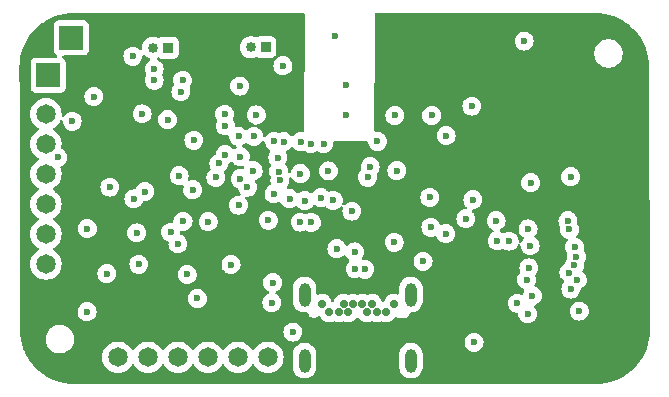
<source format=gbr>
%TF.GenerationSoftware,KiCad,Pcbnew,8.0.8*%
%TF.CreationDate,2025-02-18T00:43:55-08:00*%
%TF.ProjectId,OuterBoard_rev3.1,4f757465-7242-46f6-9172-645f72657633,rev?*%
%TF.SameCoordinates,Original*%
%TF.FileFunction,Copper,L3,Inr*%
%TF.FilePolarity,Positive*%
%FSLAX46Y46*%
G04 Gerber Fmt 4.6, Leading zero omitted, Abs format (unit mm)*
G04 Created by KiCad (PCBNEW 8.0.8) date 2025-02-18 00:43:55*
%MOMM*%
%LPD*%
G01*
G04 APERTURE LIST*
%TA.AperFunction,ComponentPad*%
%ADD10C,1.650000*%
%TD*%
%TA.AperFunction,ComponentPad*%
%ADD11C,0.700000*%
%TD*%
%TA.AperFunction,ComponentPad*%
%ADD12O,1.000000X2.000000*%
%TD*%
%TA.AperFunction,ComponentPad*%
%ADD13R,2.000000X2.000000*%
%TD*%
%TA.AperFunction,ComponentPad*%
%ADD14R,0.850000X0.850000*%
%TD*%
%TA.AperFunction,ComponentPad*%
%ADD15C,0.850000*%
%TD*%
%TA.AperFunction,ViaPad*%
%ADD16C,0.600000*%
%TD*%
G04 APERTURE END LIST*
D10*
%TO.N,GPIO45*%
%TO.C,J2*%
X115620800Y-104013000D03*
%TO.N,GPIO46*%
X118160800Y-104013000D03*
%TO.N,IO21{slash}USER_LED*%
X120700800Y-104013000D03*
%TO.N,D10{slash}A10{slash}MOSI*%
X123240800Y-104013000D03*
%TO.N,D9{slash}A9{slash}MISO*%
X125780800Y-104013000D03*
%TO.N,D8{slash}A8{slash}SCK*%
X128320800Y-104013000D03*
%TD*%
D11*
%TO.N,GND*%
%TO.C,J42*%
X138978400Y-99503000D03*
%TO.N,unconnected-(J42-SSTXP2-PadB2)*%
X138328400Y-100203000D03*
%TO.N,unconnected-(J42-SSTXN2-PadB3)*%
X137528400Y-100203000D03*
%TO.N,+5V*%
X137128400Y-99503000D03*
%TO.N,Net-(J42-CC2)*%
X136728400Y-100203000D03*
%TO.N,USB_DP*%
X136328400Y-99503000D03*
%TO.N,USB_DN*%
X135528400Y-99503000D03*
%TO.N,unconnected-(J42-SBU2-PadB8)*%
X135128400Y-100203000D03*
%TO.N,+5V*%
X134728400Y-99503000D03*
%TO.N,unconnected-(J42-SSRXN1-PadB10)*%
X134328400Y-100203000D03*
%TO.N,unconnected-(J42-SSRXP1-PadB11)*%
X133528400Y-100203000D03*
%TO.N,GND*%
X132878400Y-99503000D03*
D12*
X131428400Y-98703000D03*
X140428400Y-98703000D03*
X131428400Y-104303000D03*
X140428400Y-104303000D03*
%TD*%
D13*
%TO.N,Net-(D1-K)*%
%TO.C,TP1*%
X109728000Y-80137000D03*
%TD*%
D14*
%TO.N,+BATT1*%
%TO.C,J3*%
X119837200Y-77800200D03*
D15*
%TO.N,GNDPWR*%
X118587200Y-77800200D03*
%TD*%
D14*
%TO.N,+BATT2*%
%TO.C,J4*%
X128117600Y-77749400D03*
D15*
%TO.N,GNDPWR*%
X126867600Y-77749400D03*
%TD*%
D13*
%TO.N,Net-(D2-K)*%
%TO.C,TP2*%
X111683800Y-76962000D03*
%TD*%
D10*
%TO.N,GNDPWR*%
%TO.C,J1*%
X109524800Y-96113600D03*
%TO.N,VDC*%
X109524800Y-93573600D03*
%TO.N,D1{slash}A1*%
X109524800Y-91033600D03*
%TO.N,GNDPWR*%
X109524800Y-88493600D03*
%TO.N,VDC*%
X109524800Y-85953600D03*
%TO.N,D0{slash}A0*%
X109524800Y-83413600D03*
%TD*%
D16*
%TO.N,GND*%
X147726400Y-94157800D03*
X114935000Y-89611200D03*
X121132600Y-92504600D03*
X142111489Y-93007223D03*
X121488200Y-97002600D03*
X145669000Y-90678000D03*
X154263252Y-96239441D03*
X123910000Y-88790000D03*
X120802400Y-88646600D03*
X110540800Y-87096600D03*
X150320000Y-100336400D03*
X145084800Y-92284600D03*
X150571200Y-89230200D03*
X113030000Y-93116400D03*
X128730000Y-97690000D03*
X142028800Y-90476900D03*
X147650200Y-92456000D03*
X117889684Y-89981291D03*
X123266200Y-92532200D03*
X131069477Y-88457575D03*
X111749000Y-84037600D03*
X139238800Y-88206400D03*
X122047000Y-85648800D03*
X128652394Y-99384806D03*
X114681000Y-96926400D03*
X125196600Y-96164400D03*
X122351800Y-99034600D03*
X135661400Y-95097600D03*
X139065000Y-83540600D03*
X134970000Y-83510000D03*
X117201071Y-93477539D03*
X134970000Y-80990000D03*
X134000000Y-76850000D03*
X145770600Y-102743000D03*
X121943122Y-89829707D03*
X142189200Y-83540600D03*
X150012400Y-77241400D03*
%TO.N,VCC*%
X120954800Y-81538800D03*
%TO.N,+2V8*%
X143408400Y-85242400D03*
X141452600Y-95885000D03*
%TO.N,VDC*%
X117396700Y-96139000D03*
X113004600Y-100152200D03*
X121107200Y-80568800D03*
X118688700Y-79618800D03*
%TO.N,Net-(D7-K)*%
X154686000Y-100101400D03*
%TO.N,+3.3V*%
X140944600Y-81584800D03*
X123266200Y-90954600D03*
X126100000Y-96920000D03*
X120802400Y-87096600D03*
X146098900Y-95123000D03*
X111988600Y-98348800D03*
X144909600Y-81965800D03*
X142087600Y-94589600D03*
X119483800Y-88793400D03*
X123153000Y-87031400D03*
X133527800Y-89662000D03*
X110515400Y-89814400D03*
X143078200Y-97866200D03*
%TO.N,+1V8*%
X153847800Y-93192600D03*
X120700800Y-94411800D03*
%TO.N,Net-(C38-Pad1)*%
X133444702Y-88239600D03*
%TO.N,+5V*%
X130429000Y-101879400D03*
%TO.N,IO21{slash}USER_LED*%
X125830000Y-85308799D03*
%TO.N,Net-(FB1-Pad2)*%
X153949400Y-88722200D03*
%TO.N,USB_DP*%
X135712200Y-96520000D03*
X126586400Y-89603665D03*
%TO.N,USB_DN*%
X136525000Y-96570800D03*
X125984000Y-88900000D03*
%TO.N,MTCK{slash}IO39{slash}CAM_SCL*%
X139013899Y-94285101D03*
X143370000Y-93550000D03*
%TO.N,IO38{slash}DVP_VSYNC*%
X133858000Y-90728800D03*
X153725086Y-92450272D03*
%TO.N,Net-(J10-Pad8)*%
X148742400Y-94183200D03*
%TO.N,IO47{slash}DVP_HREF*%
X131987500Y-92597090D03*
X150342600Y-93141800D03*
%TO.N,IO48{slash}DVP_Y9*%
X131054076Y-92574211D03*
X150520400Y-94564200D03*
%TO.N,IO10{slash}XMCLK*%
X127127615Y-85308799D03*
X154300000Y-94700000D03*
%TO.N,IO11{slash}DVP_Y8*%
X124715600Y-86848296D03*
X154440000Y-95490000D03*
%TO.N,IO12{slash}DVP_Y7*%
X153810000Y-96840000D03*
X125984000Y-87020400D03*
%TO.N,IO13{slash}DVP_PCLK*%
X129164567Y-87102167D03*
X150418800Y-96443800D03*
%TO.N,IO14{slash}DVP_Y6*%
X154514600Y-97455000D03*
X124160450Y-87606201D03*
%TO.N,IO15{slash}DVP_Y2*%
X127076200Y-88206000D03*
X150215600Y-97434400D03*
%TO.N,IO16{slash}DVP_Y5*%
X153970000Y-98240000D03*
X129235200Y-88288500D03*
%TO.N,IO17{slash}DVP_Y3*%
X129330301Y-89044545D03*
X150710000Y-98792400D03*
%TO.N,IO18{slash}DVP_Y4*%
X149450000Y-99441000D03*
X128839742Y-90170878D03*
%TO.N,CHIP_EN*%
X133030300Y-85939200D03*
X137591800Y-85725000D03*
%TO.N,BNO_INT*%
X120091200Y-93421200D03*
X125933200Y-81049800D03*
%TO.N,D1{slash}A1*%
X131108400Y-85750400D03*
%TO.N,D0{slash}A0*%
X129592400Y-79324200D03*
%TO.N,GPIO0*%
X131953000Y-85928200D03*
X145592800Y-82753200D03*
%TO.N,BNO_RST*%
X116967000Y-90601800D03*
X124661600Y-83439000D03*
%TO.N,D8{slash}A8{slash}SCK*%
X129641600Y-85750400D03*
%TO.N,D9{slash}A9{slash}MISO*%
X128843704Y-85733896D03*
%TO.N,D10{slash}A10{slash}MOSI*%
X124714000Y-84404200D03*
%TO.N,VDD_SPI*%
X125830000Y-91135200D03*
%TO.N,SPIHD*%
X128357314Y-92410849D03*
%TO.N,SPIWP*%
X134162800Y-94818200D03*
%TO.N,SPICS0*%
X135432900Y-91643200D03*
%TO.N,SPICLK*%
X130149600Y-90576400D03*
%TO.N,SPIQ*%
X132791200Y-90500200D03*
%TO.N,SPID*%
X131445000Y-90754200D03*
%TO.N,GNDPWR*%
X118688700Y-80568800D03*
X117668297Y-83398103D03*
X127345704Y-83494601D03*
X113583130Y-81940400D03*
X119820552Y-83885375D03*
X116890800Y-78536800D03*
%TO.N,GPIO45*%
X136753600Y-88773000D03*
%TO.N,GPIO46*%
X136982200Y-87884000D03*
%TD*%
%TA.AperFunction,Conductor*%
%TO.N,+3.3V*%
G36*
X131384180Y-74870785D02*
G01*
X131429935Y-74923589D01*
X131441140Y-74975641D01*
X131398067Y-84839257D01*
X131378090Y-84906210D01*
X131325086Y-84951734D01*
X131260185Y-84961936D01*
X131108404Y-84944835D01*
X131108396Y-84944835D01*
X130929150Y-84965030D01*
X130929145Y-84965031D01*
X130758876Y-85024611D01*
X130606137Y-85120584D01*
X130478584Y-85248137D01*
X130474241Y-85253584D01*
X130472695Y-85252351D01*
X130427653Y-85292188D01*
X130358599Y-85302833D01*
X130294752Y-85274454D01*
X130276296Y-85253155D01*
X130275759Y-85253584D01*
X130271415Y-85248137D01*
X130143862Y-85120584D01*
X129991123Y-85024611D01*
X129820854Y-84965031D01*
X129820849Y-84965030D01*
X129641604Y-84944835D01*
X129641596Y-84944835D01*
X129462350Y-84965030D01*
X129462345Y-84965031D01*
X129301820Y-85021202D01*
X129232041Y-85024763D01*
X129199513Y-85011096D01*
X129199499Y-85011127D01*
X129198894Y-85010835D01*
X129194894Y-85009155D01*
X129193226Y-85008107D01*
X129022958Y-84948527D01*
X129022953Y-84948526D01*
X128843708Y-84928331D01*
X128843700Y-84928331D01*
X128664454Y-84948526D01*
X128664449Y-84948527D01*
X128494180Y-85008107D01*
X128341441Y-85104080D01*
X128213886Y-85231635D01*
X128157026Y-85322128D01*
X128104692Y-85368418D01*
X128035638Y-85379066D01*
X127971790Y-85350691D01*
X127933418Y-85292301D01*
X127928813Y-85270038D01*
X127912984Y-85129549D01*
X127912983Y-85129544D01*
X127879556Y-85034015D01*
X127853404Y-84959277D01*
X127848664Y-84951734D01*
X127799124Y-84872891D01*
X127757431Y-84806537D01*
X127629877Y-84678983D01*
X127605904Y-84663920D01*
X127477134Y-84583008D01*
X127346479Y-84537289D01*
X127289703Y-84496567D01*
X127263956Y-84431615D01*
X127277413Y-84363053D01*
X127325800Y-84312650D01*
X127373549Y-84297028D01*
X127448303Y-84288605D01*
X127524954Y-84279970D01*
X127524957Y-84279969D01*
X127524959Y-84279969D01*
X127695226Y-84220390D01*
X127847966Y-84124417D01*
X127975520Y-83996863D01*
X128071493Y-83844123D01*
X128131072Y-83673856D01*
X128132091Y-83664814D01*
X128151269Y-83494604D01*
X128151269Y-83494597D01*
X128131073Y-83315351D01*
X128131072Y-83315346D01*
X128101920Y-83232035D01*
X128071493Y-83145079D01*
X127975520Y-82992339D01*
X127847966Y-82864785D01*
X127759478Y-82809184D01*
X127695227Y-82768812D01*
X127524958Y-82709232D01*
X127524953Y-82709231D01*
X127345708Y-82689036D01*
X127345700Y-82689036D01*
X127166454Y-82709231D01*
X127166449Y-82709232D01*
X126996180Y-82768812D01*
X126843441Y-82864785D01*
X126715888Y-82992338D01*
X126619915Y-83145077D01*
X126560335Y-83315346D01*
X126560334Y-83315351D01*
X126540139Y-83494597D01*
X126540139Y-83494604D01*
X126560334Y-83673850D01*
X126560335Y-83673855D01*
X126619915Y-83844124D01*
X126692032Y-83958896D01*
X126715888Y-83996863D01*
X126843442Y-84124417D01*
X126996182Y-84220390D01*
X126996184Y-84220391D01*
X127126839Y-84266110D01*
X127183615Y-84306831D01*
X127209362Y-84371784D01*
X127195906Y-84440346D01*
X127147518Y-84490748D01*
X127099767Y-84506371D01*
X126948365Y-84523429D01*
X126948360Y-84523430D01*
X126778091Y-84583010D01*
X126625354Y-84678982D01*
X126566488Y-84737848D01*
X126505164Y-84771332D01*
X126435473Y-84766347D01*
X126391126Y-84737847D01*
X126332262Y-84678983D01*
X126179523Y-84583010D01*
X126009254Y-84523430D01*
X126009249Y-84523429D01*
X125830004Y-84503234D01*
X125829996Y-84503234D01*
X125657448Y-84522675D01*
X125588626Y-84510620D01*
X125537247Y-84463271D01*
X125522722Y-84410851D01*
X125520345Y-84411119D01*
X125499369Y-84224950D01*
X125499368Y-84224945D01*
X125439788Y-84054675D01*
X125371424Y-83945876D01*
X125352423Y-83878639D01*
X125371423Y-83813930D01*
X125387389Y-83788522D01*
X125446968Y-83618255D01*
X125446969Y-83618249D01*
X125467165Y-83439003D01*
X125467165Y-83438996D01*
X125446969Y-83259750D01*
X125446968Y-83259745D01*
X125432659Y-83218853D01*
X125387389Y-83089478D01*
X125361690Y-83048579D01*
X125305103Y-82958521D01*
X125291416Y-82936738D01*
X125163862Y-82809184D01*
X125124118Y-82784211D01*
X125011123Y-82713211D01*
X124840854Y-82653631D01*
X124840849Y-82653630D01*
X124661604Y-82633435D01*
X124661596Y-82633435D01*
X124482350Y-82653630D01*
X124482345Y-82653631D01*
X124312076Y-82713211D01*
X124159337Y-82809184D01*
X124031784Y-82936737D01*
X123935811Y-83089476D01*
X123876231Y-83259745D01*
X123876230Y-83259750D01*
X123856035Y-83438996D01*
X123856035Y-83439003D01*
X123876230Y-83618249D01*
X123876231Y-83618254D01*
X123935811Y-83788523D01*
X124004176Y-83897324D01*
X124023176Y-83964560D01*
X124004178Y-84029264D01*
X123988210Y-84054678D01*
X123928633Y-84224937D01*
X123928630Y-84224950D01*
X123908435Y-84404196D01*
X123908435Y-84404203D01*
X123928630Y-84583449D01*
X123928631Y-84583454D01*
X123988211Y-84753723D01*
X124040388Y-84836761D01*
X124084184Y-84906462D01*
X124211738Y-85034016D01*
X124302080Y-85090782D01*
X124363777Y-85129549D01*
X124364478Y-85129989D01*
X124505509Y-85179338D01*
X124534745Y-85189568D01*
X124534750Y-85189569D01*
X124713996Y-85209765D01*
X124714000Y-85209765D01*
X124714004Y-85209765D01*
X124886552Y-85190324D01*
X124955374Y-85202379D01*
X125006753Y-85249728D01*
X125021277Y-85302147D01*
X125023655Y-85301880D01*
X125044630Y-85488048D01*
X125044631Y-85488053D01*
X125104211Y-85658322D01*
X125176052Y-85772655D01*
X125200184Y-85811061D01*
X125327738Y-85938615D01*
X125480478Y-86034588D01*
X125602154Y-86077164D01*
X125658930Y-86117886D01*
X125684678Y-86182838D01*
X125671222Y-86251400D01*
X125627173Y-86299199D01*
X125508419Y-86373818D01*
X125441182Y-86392819D01*
X125374347Y-86372452D01*
X125350550Y-86350747D01*
X125350340Y-86350958D01*
X125345754Y-86346372D01*
X125345504Y-86346144D01*
X125345417Y-86346035D01*
X125217862Y-86218480D01*
X125065123Y-86122507D01*
X124894854Y-86062927D01*
X124894849Y-86062926D01*
X124715604Y-86042731D01*
X124715596Y-86042731D01*
X124536350Y-86062926D01*
X124536345Y-86062927D01*
X124366076Y-86122507D01*
X124213337Y-86218480D01*
X124085784Y-86346033D01*
X123989810Y-86498774D01*
X123930230Y-86669046D01*
X123919058Y-86768203D01*
X123891991Y-86832617D01*
X123836797Y-86871359D01*
X123810927Y-86880412D01*
X123810925Y-86880413D01*
X123658187Y-86976385D01*
X123530634Y-87103938D01*
X123434661Y-87256677D01*
X123375081Y-87426946D01*
X123375080Y-87426951D01*
X123354885Y-87606197D01*
X123354885Y-87606204D01*
X123375080Y-87785450D01*
X123375083Y-87785463D01*
X123434659Y-87955720D01*
X123453175Y-87985189D01*
X123472174Y-88052426D01*
X123451805Y-88119261D01*
X123414155Y-88156151D01*
X123407740Y-88160181D01*
X123280184Y-88287737D01*
X123184211Y-88440476D01*
X123124631Y-88610745D01*
X123124630Y-88610750D01*
X123104435Y-88789996D01*
X123104435Y-88790003D01*
X123124630Y-88969249D01*
X123124631Y-88969254D01*
X123184211Y-89139523D01*
X123260967Y-89261678D01*
X123280184Y-89292262D01*
X123407738Y-89419816D01*
X123452575Y-89447989D01*
X123555830Y-89512869D01*
X123560478Y-89515789D01*
X123727710Y-89574306D01*
X123730745Y-89575368D01*
X123730750Y-89575369D01*
X123909996Y-89595565D01*
X123910000Y-89595565D01*
X123910004Y-89595565D01*
X124089249Y-89575369D01*
X124089252Y-89575368D01*
X124089255Y-89575368D01*
X124259522Y-89515789D01*
X124412262Y-89419816D01*
X124539816Y-89292262D01*
X124635789Y-89139522D01*
X124695368Y-88969255D01*
X124696429Y-88959837D01*
X124715565Y-88790003D01*
X124715565Y-88789996D01*
X124695369Y-88610750D01*
X124695366Y-88610737D01*
X124635790Y-88440481D01*
X124635789Y-88440477D01*
X124617275Y-88411013D01*
X124598275Y-88343777D01*
X124618642Y-88276941D01*
X124656297Y-88240047D01*
X124662712Y-88236017D01*
X124790266Y-88108463D01*
X124886239Y-87955723D01*
X124945818Y-87785456D01*
X124956990Y-87686290D01*
X124984055Y-87621881D01*
X125039254Y-87583136D01*
X125065122Y-87574085D01*
X125191182Y-87494875D01*
X125258418Y-87475876D01*
X125325254Y-87496244D01*
X125349049Y-87517948D01*
X125349260Y-87517738D01*
X125353852Y-87522330D01*
X125354103Y-87522559D01*
X125354180Y-87522655D01*
X125354184Y-87522662D01*
X125481738Y-87650216D01*
X125566916Y-87703737D01*
X125628810Y-87742628D01*
X125634478Y-87746189D01*
X125793094Y-87801691D01*
X125804745Y-87805768D01*
X125804750Y-87805769D01*
X125983996Y-87825965D01*
X125984000Y-87825965D01*
X125984004Y-87825965D01*
X126163248Y-87805769D01*
X126163249Y-87805768D01*
X126163255Y-87805768D01*
X126163259Y-87805766D01*
X126167202Y-87804867D01*
X126169829Y-87805027D01*
X126170175Y-87804989D01*
X126170181Y-87805049D01*
X126236941Y-87809140D01*
X126293299Y-87850438D01*
X126318383Y-87915650D01*
X126311838Y-87966712D01*
X126289067Y-88031789D01*
X126248345Y-88088565D01*
X126183393Y-88114313D01*
X126158142Y-88114055D01*
X125984004Y-88094435D01*
X125983996Y-88094435D01*
X125804750Y-88114630D01*
X125804745Y-88114631D01*
X125634476Y-88174211D01*
X125481737Y-88270184D01*
X125354184Y-88397737D01*
X125258211Y-88550476D01*
X125198631Y-88720745D01*
X125198630Y-88720750D01*
X125178435Y-88899996D01*
X125178435Y-88900003D01*
X125198630Y-89079249D01*
X125198631Y-89079254D01*
X125258211Y-89249523D01*
X125349035Y-89394067D01*
X125354184Y-89402262D01*
X125481738Y-89529816D01*
X125572080Y-89586582D01*
X125611264Y-89611203D01*
X125634478Y-89625789D01*
X125715895Y-89654277D01*
X125772670Y-89694998D01*
X125798160Y-89757436D01*
X125801030Y-89782914D01*
X125801031Y-89782919D01*
X125860611Y-89953188D01*
X125956584Y-90105927D01*
X125974193Y-90123536D01*
X126007678Y-90184859D01*
X126002694Y-90254551D01*
X125960822Y-90310484D01*
X125895358Y-90334901D01*
X125872630Y-90334438D01*
X125856645Y-90332637D01*
X125830000Y-90329635D01*
X125829998Y-90329635D01*
X125829997Y-90329635D01*
X125829996Y-90329635D01*
X125650750Y-90349830D01*
X125650745Y-90349831D01*
X125480476Y-90409411D01*
X125327737Y-90505384D01*
X125200184Y-90632937D01*
X125104211Y-90785676D01*
X125044631Y-90955945D01*
X125044630Y-90955950D01*
X125024435Y-91135196D01*
X125024435Y-91135203D01*
X125044630Y-91314449D01*
X125044631Y-91314454D01*
X125104211Y-91484723D01*
X125151673Y-91560257D01*
X125200184Y-91637462D01*
X125327738Y-91765016D01*
X125365660Y-91788844D01*
X125460477Y-91848422D01*
X125480478Y-91860989D01*
X125616505Y-91908587D01*
X125650745Y-91920568D01*
X125650750Y-91920569D01*
X125829996Y-91940765D01*
X125830000Y-91940765D01*
X125830004Y-91940765D01*
X126009249Y-91920569D01*
X126009252Y-91920568D01*
X126009255Y-91920568D01*
X126179522Y-91860989D01*
X126332262Y-91765016D01*
X126459816Y-91637462D01*
X126555789Y-91484722D01*
X126615368Y-91314455D01*
X126617709Y-91293678D01*
X126635565Y-91135203D01*
X126635565Y-91135196D01*
X126615369Y-90955950D01*
X126615368Y-90955945D01*
X126598613Y-90908062D01*
X126555789Y-90785678D01*
X126552880Y-90781049D01*
X126516582Y-90723280D01*
X126459816Y-90632938D01*
X126442206Y-90615328D01*
X126408721Y-90554005D01*
X126413705Y-90484313D01*
X126455577Y-90428380D01*
X126521041Y-90403963D01*
X126543771Y-90404427D01*
X126586398Y-90409230D01*
X126586400Y-90409230D01*
X126586404Y-90409230D01*
X126765649Y-90389034D01*
X126765652Y-90389033D01*
X126765655Y-90389033D01*
X126935922Y-90329454D01*
X127088662Y-90233481D01*
X127216216Y-90105927D01*
X127312189Y-89953187D01*
X127371768Y-89782920D01*
X127371769Y-89782914D01*
X127391965Y-89603668D01*
X127391965Y-89603661D01*
X127371769Y-89424415D01*
X127371768Y-89424410D01*
X127312188Y-89254140D01*
X127249337Y-89154115D01*
X127230336Y-89086878D01*
X127250703Y-89020043D01*
X127303971Y-88974828D01*
X127313363Y-88971104D01*
X127425722Y-88931789D01*
X127578462Y-88835816D01*
X127706016Y-88708262D01*
X127801989Y-88555522D01*
X127861568Y-88385255D01*
X127862985Y-88372678D01*
X127881765Y-88206003D01*
X127881765Y-88205996D01*
X127861569Y-88026750D01*
X127861568Y-88026745D01*
X127847027Y-87985189D01*
X127801989Y-87856478D01*
X127792958Y-87842106D01*
X127757367Y-87785463D01*
X127706016Y-87703738D01*
X127578462Y-87576184D01*
X127575118Y-87574083D01*
X127425723Y-87480211D01*
X127255454Y-87420631D01*
X127255449Y-87420630D01*
X127076204Y-87400435D01*
X127076196Y-87400435D01*
X126896941Y-87420631D01*
X126892987Y-87421534D01*
X126890362Y-87421372D01*
X126890025Y-87421411D01*
X126890018Y-87421351D01*
X126823249Y-87417255D01*
X126766894Y-87375952D01*
X126741816Y-87310739D01*
X126748363Y-87259686D01*
X126769366Y-87199662D01*
X126769369Y-87199649D01*
X126789565Y-87020403D01*
X126789565Y-87020396D01*
X126769369Y-86841150D01*
X126769368Y-86841145D01*
X126743844Y-86768203D01*
X126709789Y-86670878D01*
X126613816Y-86518138D01*
X126486262Y-86390584D01*
X126333523Y-86294611D01*
X126211844Y-86252034D01*
X126155068Y-86211312D01*
X126129321Y-86146359D01*
X126142777Y-86077797D01*
X126186827Y-86029998D01*
X126237239Y-85998322D01*
X126332262Y-85938615D01*
X126391129Y-85879747D01*
X126452448Y-85846265D01*
X126522140Y-85851249D01*
X126566488Y-85879750D01*
X126625353Y-85938615D01*
X126649203Y-85953601D01*
X126767240Y-86027769D01*
X126778093Y-86034588D01*
X126892218Y-86074522D01*
X126948360Y-86094167D01*
X126948365Y-86094168D01*
X127127611Y-86114364D01*
X127127615Y-86114364D01*
X127127619Y-86114364D01*
X127306864Y-86094168D01*
X127306867Y-86094167D01*
X127306870Y-86094167D01*
X127477137Y-86034588D01*
X127629877Y-85938615D01*
X127757431Y-85811061D01*
X127814292Y-85720566D01*
X127866625Y-85674276D01*
X127935678Y-85663627D01*
X127999527Y-85692002D01*
X128037899Y-85750392D01*
X128042505Y-85772655D01*
X128058334Y-85913146D01*
X128058335Y-85913150D01*
X128117915Y-86083419D01*
X128181523Y-86184649D01*
X128213888Y-86236158D01*
X128341442Y-86363712D01*
X128413008Y-86408680D01*
X128481440Y-86451679D01*
X128527731Y-86504014D01*
X128538379Y-86573068D01*
X128520462Y-86622645D01*
X128438778Y-86752643D01*
X128379198Y-86922912D01*
X128379197Y-86922917D01*
X128359002Y-87102163D01*
X128359002Y-87102170D01*
X128379197Y-87281416D01*
X128379198Y-87281421D01*
X128438778Y-87451690D01*
X128534751Y-87604429D01*
X128578360Y-87648038D01*
X128611845Y-87709361D01*
X128606861Y-87779053D01*
X128595673Y-87801691D01*
X128509411Y-87938976D01*
X128449831Y-88109245D01*
X128449830Y-88109250D01*
X128429635Y-88288496D01*
X128429635Y-88288503D01*
X128449830Y-88467749D01*
X128449831Y-88467754D01*
X128509411Y-88638023D01*
X128551535Y-88705062D01*
X128570535Y-88772298D01*
X128563583Y-88811987D01*
X128544932Y-88865290D01*
X128544932Y-88865291D01*
X128524736Y-89044541D01*
X128524736Y-89044548D01*
X128544931Y-89223794D01*
X128544934Y-89223807D01*
X128566995Y-89286851D01*
X128570558Y-89356629D01*
X128535829Y-89417257D01*
X128496247Y-89441571D01*
X128496488Y-89442071D01*
X128491614Y-89444417D01*
X128490922Y-89444843D01*
X128490222Y-89445087D01*
X128490217Y-89445090D01*
X128337479Y-89541062D01*
X128209926Y-89668615D01*
X128113953Y-89821354D01*
X128054373Y-89991623D01*
X128054372Y-89991628D01*
X128034177Y-90170874D01*
X128034177Y-90170881D01*
X128054372Y-90350127D01*
X128054373Y-90350132D01*
X128113953Y-90520401D01*
X128165100Y-90601800D01*
X128209926Y-90673140D01*
X128337480Y-90800694D01*
X128490220Y-90896667D01*
X128552581Y-90918488D01*
X128660487Y-90956246D01*
X128660492Y-90956247D01*
X128839738Y-90976443D01*
X128839742Y-90976443D01*
X128839746Y-90976443D01*
X129018991Y-90956247D01*
X129018994Y-90956246D01*
X129018997Y-90956246D01*
X129189264Y-90896667D01*
X129239312Y-90865220D01*
X129241486Y-90863854D01*
X129308723Y-90844853D01*
X129375558Y-90865220D01*
X129420773Y-90918488D01*
X129423294Y-90924849D01*
X129423812Y-90925924D01*
X129487651Y-91027523D01*
X129519784Y-91078662D01*
X129647338Y-91206216D01*
X129719980Y-91251860D01*
X129786529Y-91293676D01*
X129800078Y-91302189D01*
X129887131Y-91332650D01*
X129970345Y-91361768D01*
X129970350Y-91361769D01*
X130149596Y-91381965D01*
X130149600Y-91381965D01*
X130149604Y-91381965D01*
X130328849Y-91361769D01*
X130328852Y-91361768D01*
X130328855Y-91361768D01*
X130499122Y-91302189D01*
X130512671Y-91293676D01*
X130579220Y-91251860D01*
X130641325Y-91212836D01*
X130708561Y-91193836D01*
X130775396Y-91214203D01*
X130812292Y-91251860D01*
X130815182Y-91256460D01*
X130815184Y-91256462D01*
X130942738Y-91384016D01*
X130971904Y-91402342D01*
X131093959Y-91479035D01*
X131095478Y-91479989D01*
X131193156Y-91514168D01*
X131265745Y-91539568D01*
X131265750Y-91539569D01*
X131444996Y-91559765D01*
X131445000Y-91559765D01*
X131445004Y-91559765D01*
X131624249Y-91539569D01*
X131624252Y-91539568D01*
X131624255Y-91539568D01*
X131794522Y-91479989D01*
X131947262Y-91384016D01*
X132074816Y-91256462D01*
X132126415Y-91174341D01*
X132178748Y-91128051D01*
X132247801Y-91117402D01*
X132297378Y-91135319D01*
X132441678Y-91225989D01*
X132552148Y-91264644D01*
X132611945Y-91285568D01*
X132611950Y-91285569D01*
X132791196Y-91305765D01*
X132791200Y-91305765D01*
X132791204Y-91305765D01*
X132970449Y-91285569D01*
X132970452Y-91285568D01*
X132970455Y-91285568D01*
X132970456Y-91285567D01*
X132970459Y-91285567D01*
X133030252Y-91264644D01*
X133128213Y-91230365D01*
X133197990Y-91226803D01*
X133256848Y-91259726D01*
X133355738Y-91358616D01*
X133508478Y-91454589D01*
X133678745Y-91514168D01*
X133678750Y-91514169D01*
X133857996Y-91534365D01*
X133858000Y-91534365D01*
X133858004Y-91534365D01*
X134037249Y-91514169D01*
X134037252Y-91514168D01*
X134037255Y-91514168D01*
X134207522Y-91454589D01*
X134360262Y-91358616D01*
X134474698Y-91244179D01*
X134536017Y-91210697D01*
X134605709Y-91215681D01*
X134661643Y-91257552D01*
X134686060Y-91323016D01*
X134679418Y-91372817D01*
X134647532Y-91463942D01*
X134647530Y-91463950D01*
X134627335Y-91643196D01*
X134627335Y-91643203D01*
X134647530Y-91822449D01*
X134647531Y-91822454D01*
X134707111Y-91992723D01*
X134777877Y-92105345D01*
X134803084Y-92145462D01*
X134930638Y-92273016D01*
X134949074Y-92284600D01*
X135063393Y-92356432D01*
X135083378Y-92368989D01*
X135217676Y-92415982D01*
X135253645Y-92428568D01*
X135253650Y-92428569D01*
X135432896Y-92448765D01*
X135432900Y-92448765D01*
X135432904Y-92448765D01*
X135612149Y-92428569D01*
X135612152Y-92428568D01*
X135612155Y-92428568D01*
X135782422Y-92368989D01*
X135935162Y-92273016D01*
X136062716Y-92145462D01*
X136158689Y-91992722D01*
X136218268Y-91822455D01*
X136218269Y-91822449D01*
X136238465Y-91643203D01*
X136238465Y-91643196D01*
X136218269Y-91463950D01*
X136218268Y-91463945D01*
X136198470Y-91407365D01*
X136158689Y-91293678D01*
X136151643Y-91282465D01*
X136116157Y-91225989D01*
X136062716Y-91140938D01*
X135935162Y-91013384D01*
X135876371Y-90976443D01*
X135782423Y-90917411D01*
X135612154Y-90857831D01*
X135612149Y-90857830D01*
X135432904Y-90837635D01*
X135432896Y-90837635D01*
X135253650Y-90857830D01*
X135253645Y-90857831D01*
X135083376Y-90917411D01*
X134930639Y-91013383D01*
X134816204Y-91127818D01*
X134754881Y-91161302D01*
X134685189Y-91156318D01*
X134629256Y-91114446D01*
X134604839Y-91048982D01*
X134611482Y-90999181D01*
X134643366Y-90908062D01*
X134643369Y-90908049D01*
X134663565Y-90728803D01*
X134663565Y-90728796D01*
X134643369Y-90549550D01*
X134643368Y-90549545D01*
X134617947Y-90476896D01*
X141223235Y-90476896D01*
X141223235Y-90476903D01*
X141243430Y-90656149D01*
X141243431Y-90656154D01*
X141303011Y-90826423D01*
X141397276Y-90976443D01*
X141398984Y-90979162D01*
X141526538Y-91106716D01*
X141581002Y-91140938D01*
X141665188Y-91193836D01*
X141679278Y-91202689D01*
X141842280Y-91259726D01*
X141849545Y-91262268D01*
X141849550Y-91262269D01*
X142028796Y-91282465D01*
X142028800Y-91282465D01*
X142028804Y-91282465D01*
X142208049Y-91262269D01*
X142208052Y-91262268D01*
X142208055Y-91262268D01*
X142378322Y-91202689D01*
X142531062Y-91106716D01*
X142658616Y-90979162D01*
X142754589Y-90826422D01*
X142814168Y-90656155D01*
X142818768Y-90615328D01*
X142834365Y-90476903D01*
X142834365Y-90476896D01*
X142814169Y-90297650D01*
X142814168Y-90297645D01*
X142791716Y-90233480D01*
X142754589Y-90127378D01*
X142749374Y-90119079D01*
X142692404Y-90028411D01*
X142658616Y-89974638D01*
X142531062Y-89847084D01*
X142503571Y-89829810D01*
X142378323Y-89751111D01*
X142208054Y-89691531D01*
X142208049Y-89691530D01*
X142028804Y-89671335D01*
X142028796Y-89671335D01*
X141849550Y-89691530D01*
X141849545Y-89691531D01*
X141679276Y-89751111D01*
X141526537Y-89847084D01*
X141398984Y-89974637D01*
X141303011Y-90127376D01*
X141243431Y-90297645D01*
X141243430Y-90297650D01*
X141223235Y-90476896D01*
X134617947Y-90476896D01*
X134611868Y-90459523D01*
X134583789Y-90379278D01*
X134576902Y-90368318D01*
X134532499Y-90297650D01*
X134487816Y-90226538D01*
X134360262Y-90098984D01*
X134330140Y-90080057D01*
X134207523Y-90003011D01*
X134037254Y-89943431D01*
X134037249Y-89943430D01*
X133858004Y-89923235D01*
X133857996Y-89923235D01*
X133678750Y-89943430D01*
X133678745Y-89943431D01*
X133520987Y-89998634D01*
X133451208Y-90002195D01*
X133392351Y-89969273D01*
X133293462Y-89870384D01*
X133140723Y-89774411D01*
X132970454Y-89714831D01*
X132970449Y-89714830D01*
X132791204Y-89694635D01*
X132791196Y-89694635D01*
X132611950Y-89714830D01*
X132611945Y-89714831D01*
X132441676Y-89774411D01*
X132288937Y-89870384D01*
X132161384Y-89997937D01*
X132109785Y-90080057D01*
X132057450Y-90126348D01*
X131988396Y-90136996D01*
X131938819Y-90119079D01*
X131934547Y-90116395D01*
X131867296Y-90074138D01*
X131794523Y-90028411D01*
X131624254Y-89968831D01*
X131624249Y-89968830D01*
X131445004Y-89948635D01*
X131444996Y-89948635D01*
X131265750Y-89968830D01*
X131265745Y-89968831D01*
X131095476Y-90028411D01*
X130953274Y-90117763D01*
X130886037Y-90136763D01*
X130819202Y-90116395D01*
X130782308Y-90078741D01*
X130779415Y-90074137D01*
X130651862Y-89946584D01*
X130499123Y-89850611D01*
X130328854Y-89791031D01*
X130328849Y-89791030D01*
X130149604Y-89770835D01*
X130149596Y-89770835D01*
X130035723Y-89783665D01*
X129966901Y-89771610D01*
X129915522Y-89724261D01*
X129897898Y-89656651D01*
X129919625Y-89590245D01*
X129934150Y-89572773D01*
X129960117Y-89546807D01*
X130056090Y-89394067D01*
X130115669Y-89223800D01*
X130118810Y-89195922D01*
X130135866Y-89044548D01*
X130135866Y-89044542D01*
X130118686Y-88892065D01*
X130130740Y-88823243D01*
X130178090Y-88771863D01*
X130245700Y-88754239D01*
X130312106Y-88775966D01*
X130346900Y-88812209D01*
X130439661Y-88959837D01*
X130567215Y-89087391D01*
X130601507Y-89108938D01*
X130680990Y-89158881D01*
X130719955Y-89183364D01*
X130853793Y-89230196D01*
X130890222Y-89242943D01*
X130890227Y-89242944D01*
X131069473Y-89263140D01*
X131069477Y-89263140D01*
X131069481Y-89263140D01*
X131248726Y-89242944D01*
X131248729Y-89242943D01*
X131248732Y-89242943D01*
X131418999Y-89183364D01*
X131571739Y-89087391D01*
X131699293Y-88959837D01*
X131795266Y-88807097D01*
X131854845Y-88636830D01*
X131854846Y-88636824D01*
X131875042Y-88457578D01*
X131875042Y-88457571D01*
X131854846Y-88278325D01*
X131854845Y-88278320D01*
X131841295Y-88239596D01*
X132639137Y-88239596D01*
X132639137Y-88239603D01*
X132659332Y-88418849D01*
X132659333Y-88418854D01*
X132718913Y-88589123D01*
X132802533Y-88722203D01*
X132814886Y-88741862D01*
X132942440Y-88869416D01*
X132967896Y-88885411D01*
X133042342Y-88932189D01*
X133095180Y-88965389D01*
X133169424Y-88991368D01*
X133265447Y-89024968D01*
X133265452Y-89024969D01*
X133444698Y-89045165D01*
X133444702Y-89045165D01*
X133444706Y-89045165D01*
X133623951Y-89024969D01*
X133623954Y-89024968D01*
X133623957Y-89024968D01*
X133794224Y-88965389D01*
X133946964Y-88869416D01*
X134043384Y-88772996D01*
X135948035Y-88772996D01*
X135948035Y-88773003D01*
X135968230Y-88952249D01*
X135968231Y-88952254D01*
X136027811Y-89122523D01*
X136103477Y-89242944D01*
X136123784Y-89275262D01*
X136251338Y-89402816D01*
X136297732Y-89431967D01*
X136372628Y-89479028D01*
X136404078Y-89498789D01*
X136541297Y-89546804D01*
X136574345Y-89558368D01*
X136574350Y-89558369D01*
X136753596Y-89578565D01*
X136753600Y-89578565D01*
X136753604Y-89578565D01*
X136932849Y-89558369D01*
X136932852Y-89558368D01*
X136932855Y-89558368D01*
X137103122Y-89498789D01*
X137255862Y-89402816D01*
X137383416Y-89275262D01*
X137411733Y-89230196D01*
X149765635Y-89230196D01*
X149765635Y-89230203D01*
X149785830Y-89409449D01*
X149785831Y-89409454D01*
X149845411Y-89579723D01*
X149908427Y-89680011D01*
X149941384Y-89732462D01*
X150068938Y-89860016D01*
X150120846Y-89892632D01*
X150217218Y-89953187D01*
X150221678Y-89955989D01*
X150353727Y-90002195D01*
X150391945Y-90015568D01*
X150391950Y-90015569D01*
X150571196Y-90035765D01*
X150571200Y-90035765D01*
X150571204Y-90035765D01*
X150750449Y-90015569D01*
X150750452Y-90015568D01*
X150750455Y-90015568D01*
X150920722Y-89955989D01*
X151073462Y-89860016D01*
X151201016Y-89732462D01*
X151296989Y-89579722D01*
X151356568Y-89409455D01*
X151357316Y-89402815D01*
X151376765Y-89230203D01*
X151376765Y-89230196D01*
X151356569Y-89050950D01*
X151356568Y-89050945D01*
X151335721Y-88991368D01*
X151296989Y-88880678D01*
X151201016Y-88727938D01*
X151195274Y-88722196D01*
X153143835Y-88722196D01*
X153143835Y-88722203D01*
X153164030Y-88901449D01*
X153164031Y-88901454D01*
X153223611Y-89071723D01*
X153278377Y-89158882D01*
X153319584Y-89224462D01*
X153447138Y-89352016D01*
X153514062Y-89394067D01*
X153599061Y-89447476D01*
X153599878Y-89447989D01*
X153691889Y-89480185D01*
X153770145Y-89507568D01*
X153770150Y-89507569D01*
X153949396Y-89527765D01*
X153949400Y-89527765D01*
X153949404Y-89527765D01*
X154128649Y-89507569D01*
X154128652Y-89507568D01*
X154128655Y-89507568D01*
X154298922Y-89447989D01*
X154451662Y-89352016D01*
X154579216Y-89224462D01*
X154675189Y-89071722D01*
X154734768Y-88901455D01*
X154734932Y-88900000D01*
X154754965Y-88722203D01*
X154754965Y-88722196D01*
X154734769Y-88542950D01*
X154734768Y-88542945D01*
X154708458Y-88467755D01*
X154675189Y-88372678D01*
X154579216Y-88219938D01*
X154451662Y-88092384D01*
X154405294Y-88063249D01*
X154298923Y-87996411D01*
X154128654Y-87936831D01*
X154128649Y-87936830D01*
X153949404Y-87916635D01*
X153949396Y-87916635D01*
X153770150Y-87936830D01*
X153770145Y-87936831D01*
X153599876Y-87996411D01*
X153447137Y-88092384D01*
X153319584Y-88219937D01*
X153223611Y-88372676D01*
X153164031Y-88542945D01*
X153164030Y-88542950D01*
X153143835Y-88722196D01*
X151195274Y-88722196D01*
X151073462Y-88600384D01*
X151055539Y-88589122D01*
X150920723Y-88504411D01*
X150750454Y-88444831D01*
X150750449Y-88444830D01*
X150571204Y-88424635D01*
X150571196Y-88424635D01*
X150391950Y-88444830D01*
X150391945Y-88444831D01*
X150221676Y-88504411D01*
X150068937Y-88600384D01*
X149941384Y-88727937D01*
X149845411Y-88880676D01*
X149785831Y-89050945D01*
X149785830Y-89050950D01*
X149765635Y-89230196D01*
X137411733Y-89230196D01*
X137479389Y-89122522D01*
X137538968Y-88952255D01*
X137539371Y-88948679D01*
X137559165Y-88773003D01*
X137559165Y-88772996D01*
X137538969Y-88593750D01*
X137538968Y-88593748D01*
X137538968Y-88593745D01*
X137529853Y-88567698D01*
X137526291Y-88497922D01*
X137559215Y-88439063D01*
X137612013Y-88386265D01*
X137612013Y-88386264D01*
X137612016Y-88386262D01*
X137707989Y-88233522D01*
X137717481Y-88206396D01*
X138433235Y-88206396D01*
X138433235Y-88206403D01*
X138453430Y-88385649D01*
X138453431Y-88385654D01*
X138513011Y-88555923D01*
X138600414Y-88695023D01*
X138608984Y-88708662D01*
X138736538Y-88836216D01*
X138807296Y-88880676D01*
X138840363Y-88901454D01*
X138889278Y-88932189D01*
X139029869Y-88981384D01*
X139059545Y-88991768D01*
X139059550Y-88991769D01*
X139238796Y-89011965D01*
X139238800Y-89011965D01*
X139238804Y-89011965D01*
X139418049Y-88991769D01*
X139418052Y-88991768D01*
X139418055Y-88991768D01*
X139588322Y-88932189D01*
X139741062Y-88836216D01*
X139868616Y-88708662D01*
X139964589Y-88555922D01*
X140024168Y-88385655D01*
X140024213Y-88385255D01*
X140044365Y-88206403D01*
X140044365Y-88206396D01*
X140024169Y-88027150D01*
X140024168Y-88027145D01*
X140009487Y-87985189D01*
X139964589Y-87856878D01*
X139964336Y-87856476D01*
X139885988Y-87731786D01*
X139868616Y-87704138D01*
X139741062Y-87576584D01*
X139655082Y-87522559D01*
X139588323Y-87480611D01*
X139418054Y-87421031D01*
X139418049Y-87421030D01*
X139238804Y-87400835D01*
X139238796Y-87400835D01*
X139059550Y-87421030D01*
X139059545Y-87421031D01*
X138889276Y-87480611D01*
X138736537Y-87576584D01*
X138608984Y-87704137D01*
X138513011Y-87856876D01*
X138453431Y-88027145D01*
X138453430Y-88027150D01*
X138433235Y-88206396D01*
X137717481Y-88206396D01*
X137767568Y-88063255D01*
X137767569Y-88063249D01*
X137787765Y-87884003D01*
X137787765Y-87883996D01*
X137767569Y-87704750D01*
X137767568Y-87704745D01*
X137744328Y-87638329D01*
X137707989Y-87534478D01*
X137612016Y-87381738D01*
X137484462Y-87254184D01*
X137331723Y-87158211D01*
X137161454Y-87098631D01*
X137161449Y-87098630D01*
X136982204Y-87078435D01*
X136982196Y-87078435D01*
X136802950Y-87098630D01*
X136802945Y-87098631D01*
X136632676Y-87158211D01*
X136479937Y-87254184D01*
X136352384Y-87381737D01*
X136256411Y-87534476D01*
X136196831Y-87704745D01*
X136196830Y-87704750D01*
X136176635Y-87883996D01*
X136176635Y-87884003D01*
X136196830Y-88063249D01*
X136196832Y-88063257D01*
X136205945Y-88089300D01*
X136209506Y-88159079D01*
X136176586Y-88217934D01*
X136123785Y-88270736D01*
X136027811Y-88423476D01*
X135968231Y-88593745D01*
X135968230Y-88593750D01*
X135948035Y-88772996D01*
X134043384Y-88772996D01*
X134074518Y-88741862D01*
X134170491Y-88589122D01*
X134230070Y-88418855D01*
X134230954Y-88411013D01*
X134250267Y-88239603D01*
X134250267Y-88239596D01*
X134230071Y-88060350D01*
X134230070Y-88060345D01*
X134212997Y-88011554D01*
X134170491Y-87890078D01*
X134166669Y-87883996D01*
X134104753Y-87785457D01*
X134074518Y-87737338D01*
X133946964Y-87609784D01*
X133945508Y-87608869D01*
X133794225Y-87513811D01*
X133623956Y-87454231D01*
X133623951Y-87454230D01*
X133444706Y-87434035D01*
X133444698Y-87434035D01*
X133265452Y-87454230D01*
X133265447Y-87454231D01*
X133095178Y-87513811D01*
X132942439Y-87609784D01*
X132814886Y-87737337D01*
X132718913Y-87890076D01*
X132659333Y-88060345D01*
X132659332Y-88060350D01*
X132639137Y-88239596D01*
X131841295Y-88239596D01*
X131795266Y-88108053D01*
X131699293Y-87955313D01*
X131571739Y-87827759D01*
X131536741Y-87805768D01*
X131419000Y-87731786D01*
X131248731Y-87672206D01*
X131248726Y-87672205D01*
X131069481Y-87652010D01*
X131069473Y-87652010D01*
X130890227Y-87672205D01*
X130890222Y-87672206D01*
X130719953Y-87731786D01*
X130567214Y-87827759D01*
X130439661Y-87955312D01*
X130343688Y-88108051D01*
X130284106Y-88278327D01*
X130282819Y-88283967D01*
X130248708Y-88344944D01*
X130187045Y-88377800D01*
X130117408Y-88372102D01*
X130061906Y-88329660D01*
X130038709Y-88270253D01*
X130020569Y-88109250D01*
X130020568Y-88109245D01*
X130000686Y-88052426D01*
X129960989Y-87938978D01*
X129959639Y-87936830D01*
X129909151Y-87856478D01*
X129865016Y-87786238D01*
X129821406Y-87742628D01*
X129787921Y-87681305D01*
X129792905Y-87611613D01*
X129804093Y-87588975D01*
X129890356Y-87451689D01*
X129949935Y-87281422D01*
X129949936Y-87281416D01*
X129970132Y-87102170D01*
X129970132Y-87102163D01*
X129949936Y-86922917D01*
X129949935Y-86922912D01*
X129918339Y-86832617D01*
X129890356Y-86752645D01*
X129848844Y-86686579D01*
X129829844Y-86619343D01*
X129850212Y-86552507D01*
X129903479Y-86507293D01*
X129912878Y-86503567D01*
X129952650Y-86489650D01*
X129991120Y-86476190D01*
X129991122Y-86476189D01*
X130143862Y-86380216D01*
X130271416Y-86252662D01*
X130271419Y-86252656D01*
X130275759Y-86247216D01*
X130277306Y-86248450D01*
X130322333Y-86208617D01*
X130391386Y-86197964D01*
X130455236Y-86226335D01*
X130473701Y-86247645D01*
X130474241Y-86247216D01*
X130478584Y-86252662D01*
X130606138Y-86380216D01*
X130622639Y-86390584D01*
X130728515Y-86457111D01*
X130758878Y-86476189D01*
X130888175Y-86521432D01*
X130929145Y-86535768D01*
X130929150Y-86535769D01*
X131108396Y-86555965D01*
X131108400Y-86555965D01*
X131108404Y-86555965D01*
X131287649Y-86535769D01*
X131287650Y-86535768D01*
X131287655Y-86535768D01*
X131318441Y-86524994D01*
X131388219Y-86521432D01*
X131447077Y-86554355D01*
X131450738Y-86558016D01*
X131603478Y-86653989D01*
X131696615Y-86686579D01*
X131773745Y-86713568D01*
X131773750Y-86713569D01*
X131952996Y-86733765D01*
X131953000Y-86733765D01*
X131953004Y-86733765D01*
X132132249Y-86713569D01*
X132132252Y-86713568D01*
X132132255Y-86713568D01*
X132302522Y-86653989D01*
X132416925Y-86582104D01*
X132484159Y-86563104D01*
X132548866Y-86582103D01*
X132680778Y-86664989D01*
X132819609Y-86713568D01*
X132851045Y-86724568D01*
X132851050Y-86724569D01*
X133030296Y-86744765D01*
X133030300Y-86744765D01*
X133030304Y-86744765D01*
X133209549Y-86724569D01*
X133209552Y-86724568D01*
X133209555Y-86724568D01*
X133379822Y-86664989D01*
X133532562Y-86569016D01*
X133660116Y-86441462D01*
X133756089Y-86288722D01*
X133815668Y-86118455D01*
X133817756Y-86099922D01*
X133835865Y-85939203D01*
X133835865Y-85939197D01*
X133826036Y-85851965D01*
X133838090Y-85783143D01*
X133885439Y-85731764D01*
X133948721Y-85714083D01*
X136672351Y-85702443D01*
X136739472Y-85721841D01*
X136785452Y-85774449D01*
X136796099Y-85812558D01*
X136806430Y-85904250D01*
X136806431Y-85904254D01*
X136866011Y-86074523D01*
X136951962Y-86211312D01*
X136961984Y-86227262D01*
X137089538Y-86354816D01*
X137242278Y-86450789D01*
X137314870Y-86476190D01*
X137412545Y-86510368D01*
X137412550Y-86510369D01*
X137591796Y-86530565D01*
X137591800Y-86530565D01*
X137591804Y-86530565D01*
X137771049Y-86510369D01*
X137771052Y-86510368D01*
X137771055Y-86510368D01*
X137941322Y-86450789D01*
X138094062Y-86354816D01*
X138221616Y-86227262D01*
X138317589Y-86074522D01*
X138377168Y-85904255D01*
X138383060Y-85851965D01*
X138397365Y-85725003D01*
X138397365Y-85724996D01*
X138377169Y-85545750D01*
X138377168Y-85545745D01*
X138333747Y-85421655D01*
X138317589Y-85375478D01*
X138233968Y-85242396D01*
X142602835Y-85242396D01*
X142602835Y-85242403D01*
X142623030Y-85421649D01*
X142623031Y-85421654D01*
X142682611Y-85591923D01*
X142766231Y-85725003D01*
X142778584Y-85744662D01*
X142906138Y-85872216D01*
X142957118Y-85904249D01*
X143035656Y-85953598D01*
X143058878Y-85968189D01*
X143144996Y-85998323D01*
X143229145Y-86027768D01*
X143229150Y-86027769D01*
X143408396Y-86047965D01*
X143408400Y-86047965D01*
X143408404Y-86047965D01*
X143587649Y-86027769D01*
X143587652Y-86027768D01*
X143587655Y-86027768D01*
X143757922Y-85968189D01*
X143910662Y-85872216D01*
X144038216Y-85744662D01*
X144134189Y-85591922D01*
X144193768Y-85421655D01*
X144198971Y-85375476D01*
X144213965Y-85242403D01*
X144213965Y-85242396D01*
X144193769Y-85063150D01*
X144193768Y-85063145D01*
X144183575Y-85034015D01*
X144134189Y-84892878D01*
X144038216Y-84740138D01*
X143910662Y-84612584D01*
X143908402Y-84611164D01*
X143757923Y-84516611D01*
X143587654Y-84457031D01*
X143587649Y-84457030D01*
X143408404Y-84436835D01*
X143408396Y-84436835D01*
X143229150Y-84457030D01*
X143229145Y-84457031D01*
X143058876Y-84516611D01*
X142906137Y-84612584D01*
X142778584Y-84740137D01*
X142682611Y-84892876D01*
X142623031Y-85063145D01*
X142623030Y-85063150D01*
X142602835Y-85242396D01*
X138233968Y-85242396D01*
X138221616Y-85222738D01*
X138094062Y-85095184D01*
X137941323Y-84999211D01*
X137771054Y-84939631D01*
X137771049Y-84939630D01*
X137591804Y-84919435D01*
X137591795Y-84919435D01*
X137477639Y-84932296D01*
X137408817Y-84920241D01*
X137357439Y-84872891D01*
X137339757Y-84808806D01*
X137342544Y-83540596D01*
X138259435Y-83540596D01*
X138259435Y-83540603D01*
X138279630Y-83719849D01*
X138279631Y-83719854D01*
X138339211Y-83890123D01*
X138415830Y-84012061D01*
X138435184Y-84042862D01*
X138562738Y-84170416D01*
X138715478Y-84266389D01*
X138856015Y-84315565D01*
X138885745Y-84325968D01*
X138885750Y-84325969D01*
X139064996Y-84346165D01*
X139065000Y-84346165D01*
X139065004Y-84346165D01*
X139244249Y-84325969D01*
X139244252Y-84325968D01*
X139244255Y-84325968D01*
X139414522Y-84266389D01*
X139567262Y-84170416D01*
X139694816Y-84042862D01*
X139790789Y-83890122D01*
X139850368Y-83719855D01*
X139853816Y-83689255D01*
X139870565Y-83540603D01*
X139870565Y-83540596D01*
X141383635Y-83540596D01*
X141383635Y-83540603D01*
X141403830Y-83719849D01*
X141403831Y-83719854D01*
X141463411Y-83890123D01*
X141540030Y-84012061D01*
X141559384Y-84042862D01*
X141686938Y-84170416D01*
X141839678Y-84266389D01*
X141980215Y-84315565D01*
X142009945Y-84325968D01*
X142009950Y-84325969D01*
X142189196Y-84346165D01*
X142189200Y-84346165D01*
X142189204Y-84346165D01*
X142368449Y-84325969D01*
X142368452Y-84325968D01*
X142368455Y-84325968D01*
X142538722Y-84266389D01*
X142691462Y-84170416D01*
X142819016Y-84042862D01*
X142914989Y-83890122D01*
X142974568Y-83719855D01*
X142978016Y-83689255D01*
X142994765Y-83540603D01*
X142994765Y-83540596D01*
X142974569Y-83361350D01*
X142974568Y-83361345D01*
X142939018Y-83259750D01*
X142914989Y-83191078D01*
X142909630Y-83182550D01*
X142857765Y-83100007D01*
X142819016Y-83038338D01*
X142691462Y-82910784D01*
X142538723Y-82814811D01*
X142368454Y-82755231D01*
X142368449Y-82755230D01*
X142350396Y-82753196D01*
X144787235Y-82753196D01*
X144787235Y-82753203D01*
X144807430Y-82932449D01*
X144807431Y-82932454D01*
X144867011Y-83102723D01*
X144922529Y-83191078D01*
X144962984Y-83255462D01*
X145090538Y-83383016D01*
X145243278Y-83478989D01*
X145404311Y-83535337D01*
X145413545Y-83538568D01*
X145413550Y-83538569D01*
X145592796Y-83558765D01*
X145592800Y-83558765D01*
X145592804Y-83558765D01*
X145772049Y-83538569D01*
X145772052Y-83538568D01*
X145772055Y-83538568D01*
X145942322Y-83478989D01*
X146095062Y-83383016D01*
X146222616Y-83255462D01*
X146318589Y-83102722D01*
X146378168Y-82932455D01*
X146380610Y-82910784D01*
X146398365Y-82753203D01*
X146398365Y-82753196D01*
X146378169Y-82573950D01*
X146378168Y-82573945D01*
X146318588Y-82403676D01*
X146268630Y-82324169D01*
X146222616Y-82250938D01*
X146095062Y-82123384D01*
X146063019Y-82103250D01*
X145942323Y-82027411D01*
X145772054Y-81967831D01*
X145772049Y-81967830D01*
X145592804Y-81947635D01*
X145592796Y-81947635D01*
X145413550Y-81967830D01*
X145413545Y-81967831D01*
X145243276Y-82027411D01*
X145090537Y-82123384D01*
X144962984Y-82250937D01*
X144867011Y-82403676D01*
X144807431Y-82573945D01*
X144807430Y-82573950D01*
X144787235Y-82753196D01*
X142350396Y-82753196D01*
X142189204Y-82735035D01*
X142189196Y-82735035D01*
X142009950Y-82755230D01*
X142009945Y-82755231D01*
X141839676Y-82814811D01*
X141686937Y-82910784D01*
X141559384Y-83038337D01*
X141463411Y-83191076D01*
X141403831Y-83361345D01*
X141403830Y-83361350D01*
X141383635Y-83540596D01*
X139870565Y-83540596D01*
X139850369Y-83361350D01*
X139850368Y-83361345D01*
X139814818Y-83259750D01*
X139790789Y-83191078D01*
X139785430Y-83182550D01*
X139733565Y-83100007D01*
X139694816Y-83038338D01*
X139567262Y-82910784D01*
X139414523Y-82814811D01*
X139244254Y-82755231D01*
X139244249Y-82755230D01*
X139065004Y-82735035D01*
X139064996Y-82735035D01*
X138885750Y-82755230D01*
X138885745Y-82755231D01*
X138715476Y-82814811D01*
X138562737Y-82910784D01*
X138435184Y-83038337D01*
X138339211Y-83191076D01*
X138279631Y-83361345D01*
X138279630Y-83361350D01*
X138259435Y-83540596D01*
X137342544Y-83540596D01*
X137354308Y-78188313D01*
X155949300Y-78188313D01*
X155949300Y-78377286D01*
X155978859Y-78563918D01*
X156037254Y-78743636D01*
X156082304Y-78832050D01*
X156123040Y-78911999D01*
X156234110Y-79064873D01*
X156367727Y-79198490D01*
X156520601Y-79309560D01*
X156545346Y-79322168D01*
X156688963Y-79395345D01*
X156688965Y-79395345D01*
X156688968Y-79395347D01*
X156773850Y-79422927D01*
X156868681Y-79453740D01*
X157055314Y-79483300D01*
X157055319Y-79483300D01*
X157244286Y-79483300D01*
X157430918Y-79453740D01*
X157474605Y-79439545D01*
X157610632Y-79395347D01*
X157778999Y-79309560D01*
X157931873Y-79198490D01*
X158065490Y-79064873D01*
X158176560Y-78911999D01*
X158262347Y-78743632D01*
X158320740Y-78563918D01*
X158324713Y-78538831D01*
X158350300Y-78377286D01*
X158350300Y-78188313D01*
X158320740Y-78001681D01*
X158262345Y-77821963D01*
X158216116Y-77731235D01*
X158176560Y-77653601D01*
X158065490Y-77500727D01*
X157931873Y-77367110D01*
X157778999Y-77256040D01*
X157773441Y-77253208D01*
X157610636Y-77170254D01*
X157430918Y-77111859D01*
X157244286Y-77082300D01*
X157244281Y-77082300D01*
X157055319Y-77082300D01*
X157055314Y-77082300D01*
X156868681Y-77111859D01*
X156688963Y-77170254D01*
X156520600Y-77256040D01*
X156492400Y-77276529D01*
X156367727Y-77367110D01*
X156367725Y-77367112D01*
X156367724Y-77367112D01*
X156234112Y-77500724D01*
X156234112Y-77500725D01*
X156234110Y-77500727D01*
X156194013Y-77555916D01*
X156123040Y-77653600D01*
X156037254Y-77821963D01*
X155978859Y-78001681D01*
X155949300Y-78188313D01*
X137354308Y-78188313D01*
X137356389Y-77241396D01*
X149206835Y-77241396D01*
X149206835Y-77241403D01*
X149227030Y-77420649D01*
X149227031Y-77420654D01*
X149286611Y-77590923D01*
X149327229Y-77655565D01*
X149382584Y-77743662D01*
X149510138Y-77871216D01*
X149600480Y-77927982D01*
X149661644Y-77966414D01*
X149662878Y-77967189D01*
X149833145Y-78026768D01*
X149833150Y-78026769D01*
X150012396Y-78046965D01*
X150012400Y-78046965D01*
X150012404Y-78046965D01*
X150191649Y-78026769D01*
X150191652Y-78026768D01*
X150191655Y-78026768D01*
X150361922Y-77967189D01*
X150514662Y-77871216D01*
X150642216Y-77743662D01*
X150738189Y-77590922D01*
X150797768Y-77420655D01*
X150803375Y-77370892D01*
X150817965Y-77241403D01*
X150817965Y-77241396D01*
X150797769Y-77062150D01*
X150797768Y-77062145D01*
X150774020Y-76994278D01*
X150738189Y-76891878D01*
X150731422Y-76881109D01*
X150642215Y-76739137D01*
X150514662Y-76611584D01*
X150361923Y-76515611D01*
X150191654Y-76456031D01*
X150191649Y-76456030D01*
X150012404Y-76435835D01*
X150012396Y-76435835D01*
X149833150Y-76456030D01*
X149833145Y-76456031D01*
X149662876Y-76515611D01*
X149510137Y-76611584D01*
X149382584Y-76739137D01*
X149286611Y-76891876D01*
X149227031Y-77062145D01*
X149227030Y-77062150D01*
X149206835Y-77241396D01*
X137356389Y-77241396D01*
X137361371Y-74974825D01*
X137381203Y-74907831D01*
X137434108Y-74862193D01*
X137485371Y-74851100D01*
X155992318Y-74851100D01*
X156029494Y-74851100D01*
X156034902Y-74851218D01*
X156047239Y-74851756D01*
X156425523Y-74868272D01*
X156436260Y-74869212D01*
X156821229Y-74919894D01*
X156831855Y-74921767D01*
X157210947Y-75005810D01*
X157221367Y-75008602D01*
X157591684Y-75125362D01*
X157601838Y-75129058D01*
X157960559Y-75277646D01*
X157970350Y-75282212D01*
X158144505Y-75372871D01*
X158314742Y-75461491D01*
X158324109Y-75466898D01*
X158573340Y-75625676D01*
X158651577Y-75675518D01*
X158660438Y-75681723D01*
X158968467Y-75918082D01*
X158976754Y-75925036D01*
X159263009Y-76187341D01*
X159270658Y-76194990D01*
X159532963Y-76481245D01*
X159539917Y-76489532D01*
X159776276Y-76797561D01*
X159782481Y-76806422D01*
X159991100Y-77133889D01*
X159996508Y-77143257D01*
X160175784Y-77487642D01*
X160180356Y-77497446D01*
X160328940Y-77856159D01*
X160332640Y-77866324D01*
X160449392Y-78236614D01*
X160452192Y-78247064D01*
X160536229Y-78626131D01*
X160538107Y-78636784D01*
X160588785Y-79021719D01*
X160589728Y-79032495D01*
X160606782Y-79423097D01*
X160606900Y-79428506D01*
X160606900Y-79477000D01*
X160607019Y-79478196D01*
X160657692Y-101698780D01*
X160657574Y-101704472D01*
X160640528Y-102094904D01*
X160639585Y-102105680D01*
X160588907Y-102490615D01*
X160587029Y-102501268D01*
X160502992Y-102880335D01*
X160500192Y-102890785D01*
X160383440Y-103261075D01*
X160379740Y-103271240D01*
X160231156Y-103629953D01*
X160226584Y-103639757D01*
X160047308Y-103984142D01*
X160041900Y-103993510D01*
X159833281Y-104320977D01*
X159827076Y-104329838D01*
X159590717Y-104637867D01*
X159583763Y-104646154D01*
X159321458Y-104932409D01*
X159313809Y-104940058D01*
X159027554Y-105202363D01*
X159019267Y-105209317D01*
X158711238Y-105445676D01*
X158702377Y-105451881D01*
X158374910Y-105660500D01*
X158365542Y-105665908D01*
X158021157Y-105845184D01*
X158011353Y-105849756D01*
X157652640Y-105998340D01*
X157642475Y-106002040D01*
X157272185Y-106118792D01*
X157261735Y-106121592D01*
X156882668Y-106205629D01*
X156872015Y-106207507D01*
X156487080Y-106258185D01*
X156476304Y-106259128D01*
X156085703Y-106276182D01*
X156080294Y-106276300D01*
X111915106Y-106276300D01*
X111909697Y-106276182D01*
X111519095Y-106259128D01*
X111508319Y-106258185D01*
X111123384Y-106207507D01*
X111112731Y-106205629D01*
X110733664Y-106121592D01*
X110723214Y-106118792D01*
X110352924Y-106002040D01*
X110342759Y-105998340D01*
X109984046Y-105849756D01*
X109974242Y-105845184D01*
X109629857Y-105665908D01*
X109620489Y-105660500D01*
X109293022Y-105451881D01*
X109284161Y-105445676D01*
X108976132Y-105209317D01*
X108967845Y-105202363D01*
X108681590Y-104940058D01*
X108673941Y-104932409D01*
X108411636Y-104646154D01*
X108404682Y-104637867D01*
X108168323Y-104329838D01*
X108162118Y-104320977D01*
X108117387Y-104250764D01*
X107965914Y-104012998D01*
X114290237Y-104012998D01*
X114290237Y-104013001D01*
X114310450Y-104244044D01*
X114310451Y-104244051D01*
X114370478Y-104468074D01*
X114370479Y-104468076D01*
X114370480Y-104468079D01*
X114468499Y-104678282D01*
X114601530Y-104868269D01*
X114765531Y-105032270D01*
X114955518Y-105165301D01*
X115165721Y-105263320D01*
X115389750Y-105323349D01*
X115554785Y-105337787D01*
X115620798Y-105343563D01*
X115620800Y-105343563D01*
X115620802Y-105343563D01*
X115678562Y-105338509D01*
X115851850Y-105323349D01*
X116075879Y-105263320D01*
X116286082Y-105165301D01*
X116476069Y-105032270D01*
X116640070Y-104868269D01*
X116773101Y-104678282D01*
X116778418Y-104666878D01*
X116824590Y-104614440D01*
X116891784Y-104595288D01*
X116958665Y-104615504D01*
X117003181Y-104666878D01*
X117008499Y-104678282D01*
X117141530Y-104868269D01*
X117305531Y-105032270D01*
X117495518Y-105165301D01*
X117705721Y-105263320D01*
X117929750Y-105323349D01*
X118094785Y-105337787D01*
X118160798Y-105343563D01*
X118160800Y-105343563D01*
X118160802Y-105343563D01*
X118218562Y-105338509D01*
X118391850Y-105323349D01*
X118615879Y-105263320D01*
X118826082Y-105165301D01*
X119016069Y-105032270D01*
X119180070Y-104868269D01*
X119313101Y-104678282D01*
X119318418Y-104666878D01*
X119364590Y-104614440D01*
X119431784Y-104595288D01*
X119498665Y-104615504D01*
X119543181Y-104666878D01*
X119548499Y-104678282D01*
X119681530Y-104868269D01*
X119845531Y-105032270D01*
X120035518Y-105165301D01*
X120245721Y-105263320D01*
X120469750Y-105323349D01*
X120634785Y-105337787D01*
X120700798Y-105343563D01*
X120700800Y-105343563D01*
X120700802Y-105343563D01*
X120758562Y-105338509D01*
X120931850Y-105323349D01*
X121155879Y-105263320D01*
X121366082Y-105165301D01*
X121556069Y-105032270D01*
X121720070Y-104868269D01*
X121853101Y-104678282D01*
X121858418Y-104666878D01*
X121904590Y-104614440D01*
X121971784Y-104595288D01*
X122038665Y-104615504D01*
X122083181Y-104666878D01*
X122088499Y-104678282D01*
X122221530Y-104868269D01*
X122385531Y-105032270D01*
X122575518Y-105165301D01*
X122785721Y-105263320D01*
X123009750Y-105323349D01*
X123174785Y-105337787D01*
X123240798Y-105343563D01*
X123240800Y-105343563D01*
X123240802Y-105343563D01*
X123298562Y-105338509D01*
X123471850Y-105323349D01*
X123695879Y-105263320D01*
X123906082Y-105165301D01*
X124096069Y-105032270D01*
X124260070Y-104868269D01*
X124393101Y-104678282D01*
X124398418Y-104666878D01*
X124444590Y-104614440D01*
X124511784Y-104595288D01*
X124578665Y-104615504D01*
X124623181Y-104666878D01*
X124628499Y-104678282D01*
X124761530Y-104868269D01*
X124925531Y-105032270D01*
X125115518Y-105165301D01*
X125325721Y-105263320D01*
X125549750Y-105323349D01*
X125714785Y-105337787D01*
X125780798Y-105343563D01*
X125780800Y-105343563D01*
X125780802Y-105343563D01*
X125838562Y-105338509D01*
X126011850Y-105323349D01*
X126235879Y-105263320D01*
X126446082Y-105165301D01*
X126636069Y-105032270D01*
X126800070Y-104868269D01*
X126933101Y-104678282D01*
X126938418Y-104666878D01*
X126984590Y-104614440D01*
X127051784Y-104595288D01*
X127118665Y-104615504D01*
X127163181Y-104666878D01*
X127168499Y-104678282D01*
X127301530Y-104868269D01*
X127465531Y-105032270D01*
X127655518Y-105165301D01*
X127865721Y-105263320D01*
X128089750Y-105323349D01*
X128254785Y-105337787D01*
X128320798Y-105343563D01*
X128320800Y-105343563D01*
X128320802Y-105343563D01*
X128378562Y-105338509D01*
X128551850Y-105323349D01*
X128775879Y-105263320D01*
X128986082Y-105165301D01*
X129176069Y-105032270D01*
X129306796Y-104901543D01*
X130427899Y-104901543D01*
X130466347Y-105094829D01*
X130466350Y-105094839D01*
X130541764Y-105276907D01*
X130541771Y-105276920D01*
X130651260Y-105440781D01*
X130651263Y-105440785D01*
X130790614Y-105580136D01*
X130790618Y-105580139D01*
X130954479Y-105689628D01*
X130954492Y-105689635D01*
X131111162Y-105754529D01*
X131136565Y-105765051D01*
X131136569Y-105765051D01*
X131136570Y-105765052D01*
X131329856Y-105803500D01*
X131329859Y-105803500D01*
X131526943Y-105803500D01*
X131656982Y-105777632D01*
X131720235Y-105765051D01*
X131902314Y-105689632D01*
X132066182Y-105580139D01*
X132205539Y-105440782D01*
X132315032Y-105276914D01*
X132390451Y-105094835D01*
X132403032Y-105031582D01*
X132428900Y-104901543D01*
X139427899Y-104901543D01*
X139466347Y-105094829D01*
X139466350Y-105094839D01*
X139541764Y-105276907D01*
X139541771Y-105276920D01*
X139651260Y-105440781D01*
X139651263Y-105440785D01*
X139790614Y-105580136D01*
X139790618Y-105580139D01*
X139954479Y-105689628D01*
X139954492Y-105689635D01*
X140111162Y-105754529D01*
X140136565Y-105765051D01*
X140136569Y-105765051D01*
X140136570Y-105765052D01*
X140329856Y-105803500D01*
X140329859Y-105803500D01*
X140526943Y-105803500D01*
X140656982Y-105777632D01*
X140720235Y-105765051D01*
X140902314Y-105689632D01*
X141066182Y-105580139D01*
X141205539Y-105440782D01*
X141315032Y-105276914D01*
X141390451Y-105094835D01*
X141403032Y-105031582D01*
X141428900Y-104901543D01*
X141428900Y-103704456D01*
X141390452Y-103511170D01*
X141390451Y-103511169D01*
X141390451Y-103511165D01*
X141390449Y-103511160D01*
X141315035Y-103329092D01*
X141315028Y-103329079D01*
X141205539Y-103165218D01*
X141205536Y-103165214D01*
X141066185Y-103025863D01*
X141066181Y-103025860D01*
X140902320Y-102916371D01*
X140902307Y-102916364D01*
X140720239Y-102840950D01*
X140720229Y-102840947D01*
X140526943Y-102802500D01*
X140526941Y-102802500D01*
X140329859Y-102802500D01*
X140329857Y-102802500D01*
X140136570Y-102840947D01*
X140136560Y-102840950D01*
X139954492Y-102916364D01*
X139954479Y-102916371D01*
X139790618Y-103025860D01*
X139790614Y-103025863D01*
X139651263Y-103165214D01*
X139651260Y-103165218D01*
X139541771Y-103329079D01*
X139541764Y-103329092D01*
X139466350Y-103511160D01*
X139466347Y-103511170D01*
X139427900Y-103704456D01*
X139427900Y-103704459D01*
X139427900Y-104901541D01*
X139427900Y-104901543D01*
X139427899Y-104901543D01*
X132428900Y-104901543D01*
X132428900Y-103704456D01*
X132390452Y-103511170D01*
X132390451Y-103511169D01*
X132390451Y-103511165D01*
X132390449Y-103511160D01*
X132315035Y-103329092D01*
X132315028Y-103329079D01*
X132205539Y-103165218D01*
X132205536Y-103165214D01*
X132066185Y-103025863D01*
X132066181Y-103025860D01*
X131902320Y-102916371D01*
X131902307Y-102916364D01*
X131720239Y-102840950D01*
X131720229Y-102840947D01*
X131526943Y-102802500D01*
X131526941Y-102802500D01*
X131329859Y-102802500D01*
X131329857Y-102802500D01*
X131136570Y-102840947D01*
X131136560Y-102840950D01*
X130954492Y-102916364D01*
X130954479Y-102916371D01*
X130790618Y-103025860D01*
X130790614Y-103025863D01*
X130651263Y-103165214D01*
X130651260Y-103165218D01*
X130541771Y-103329079D01*
X130541764Y-103329092D01*
X130466350Y-103511160D01*
X130466347Y-103511170D01*
X130427900Y-103704456D01*
X130427900Y-103704459D01*
X130427900Y-104901541D01*
X130427900Y-104901543D01*
X130427899Y-104901543D01*
X129306796Y-104901543D01*
X129340070Y-104868269D01*
X129473101Y-104678282D01*
X129571120Y-104468079D01*
X129631149Y-104244050D01*
X129651363Y-104013000D01*
X129631149Y-103781950D01*
X129571120Y-103557921D01*
X129473101Y-103347719D01*
X129473099Y-103347716D01*
X129473098Y-103347714D01*
X129340073Y-103157735D01*
X129340068Y-103157729D01*
X129176069Y-102993730D01*
X129113376Y-102949832D01*
X128986082Y-102860699D01*
X128775879Y-102762680D01*
X128775876Y-102762679D01*
X128775874Y-102762678D01*
X128702420Y-102742996D01*
X144965035Y-102742996D01*
X144965035Y-102743003D01*
X144985230Y-102922249D01*
X144985231Y-102922254D01*
X145044811Y-103092523D01*
X145085787Y-103157735D01*
X145140784Y-103245262D01*
X145268338Y-103372816D01*
X145421078Y-103468789D01*
X145591345Y-103528368D01*
X145591350Y-103528369D01*
X145770596Y-103548565D01*
X145770600Y-103548565D01*
X145770604Y-103548565D01*
X145949849Y-103528369D01*
X145949852Y-103528368D01*
X145949855Y-103528368D01*
X146120122Y-103468789D01*
X146272862Y-103372816D01*
X146400416Y-103245262D01*
X146496389Y-103092522D01*
X146555968Y-102922255D01*
X146556631Y-102916371D01*
X146576165Y-102743003D01*
X146576165Y-102742996D01*
X146555969Y-102563750D01*
X146555968Y-102563745D01*
X146496388Y-102393476D01*
X146400415Y-102240737D01*
X146272862Y-102113184D01*
X146120123Y-102017211D01*
X145949854Y-101957631D01*
X145949849Y-101957630D01*
X145770604Y-101937435D01*
X145770596Y-101937435D01*
X145591350Y-101957630D01*
X145591345Y-101957631D01*
X145421076Y-102017211D01*
X145268337Y-102113184D01*
X145140784Y-102240737D01*
X145044811Y-102393476D01*
X144985231Y-102563745D01*
X144985230Y-102563750D01*
X144965035Y-102742996D01*
X128702420Y-102742996D01*
X128551851Y-102702651D01*
X128551844Y-102702650D01*
X128320802Y-102682437D01*
X128320798Y-102682437D01*
X128089755Y-102702650D01*
X128089748Y-102702651D01*
X127865717Y-102762681D01*
X127655518Y-102860699D01*
X127655514Y-102860701D01*
X127465535Y-102993726D01*
X127465529Y-102993731D01*
X127301531Y-103157729D01*
X127301526Y-103157735D01*
X127168501Y-103347714D01*
X127168498Y-103347720D01*
X127163181Y-103359123D01*
X127117007Y-103411562D01*
X127049813Y-103430712D01*
X126982933Y-103410495D01*
X126938419Y-103359123D01*
X126933101Y-103347720D01*
X126933098Y-103347714D01*
X126800073Y-103157735D01*
X126800068Y-103157729D01*
X126636069Y-102993730D01*
X126573376Y-102949832D01*
X126446082Y-102860699D01*
X126235879Y-102762680D01*
X126235876Y-102762679D01*
X126235874Y-102762678D01*
X126011851Y-102702651D01*
X126011844Y-102702650D01*
X125780802Y-102682437D01*
X125780798Y-102682437D01*
X125549755Y-102702650D01*
X125549748Y-102702651D01*
X125325717Y-102762681D01*
X125115518Y-102860699D01*
X125115514Y-102860701D01*
X124925535Y-102993726D01*
X124925529Y-102993731D01*
X124761531Y-103157729D01*
X124761526Y-103157735D01*
X124628501Y-103347714D01*
X124628498Y-103347720D01*
X124623181Y-103359123D01*
X124577007Y-103411562D01*
X124509813Y-103430712D01*
X124442933Y-103410495D01*
X124398419Y-103359123D01*
X124393101Y-103347720D01*
X124393098Y-103347714D01*
X124260073Y-103157735D01*
X124260068Y-103157729D01*
X124096069Y-102993730D01*
X124033376Y-102949832D01*
X123906082Y-102860699D01*
X123695879Y-102762680D01*
X123695876Y-102762679D01*
X123695874Y-102762678D01*
X123471851Y-102702651D01*
X123471844Y-102702650D01*
X123240802Y-102682437D01*
X123240798Y-102682437D01*
X123009755Y-102702650D01*
X123009748Y-102702651D01*
X122785717Y-102762681D01*
X122575518Y-102860699D01*
X122575514Y-102860701D01*
X122385535Y-102993726D01*
X122385529Y-102993731D01*
X122221531Y-103157729D01*
X122221526Y-103157735D01*
X122088501Y-103347714D01*
X122088498Y-103347720D01*
X122083181Y-103359123D01*
X122037007Y-103411562D01*
X121969813Y-103430712D01*
X121902933Y-103410495D01*
X121858419Y-103359123D01*
X121853101Y-103347720D01*
X121853098Y-103347714D01*
X121720073Y-103157735D01*
X121720068Y-103157729D01*
X121556069Y-102993730D01*
X121493376Y-102949832D01*
X121366082Y-102860699D01*
X121155879Y-102762680D01*
X121155876Y-102762679D01*
X121155874Y-102762678D01*
X120931851Y-102702651D01*
X120931844Y-102702650D01*
X120700802Y-102682437D01*
X120700798Y-102682437D01*
X120469755Y-102702650D01*
X120469748Y-102702651D01*
X120245717Y-102762681D01*
X120035518Y-102860699D01*
X120035514Y-102860701D01*
X119845535Y-102993726D01*
X119845529Y-102993731D01*
X119681531Y-103157729D01*
X119681526Y-103157735D01*
X119548501Y-103347714D01*
X119548498Y-103347720D01*
X119543181Y-103359123D01*
X119497007Y-103411562D01*
X119429813Y-103430712D01*
X119362933Y-103410495D01*
X119318419Y-103359123D01*
X119313101Y-103347720D01*
X119313098Y-103347714D01*
X119180073Y-103157735D01*
X119180068Y-103157729D01*
X119016069Y-102993730D01*
X118953376Y-102949832D01*
X118826082Y-102860699D01*
X118615879Y-102762680D01*
X118615876Y-102762679D01*
X118615874Y-102762678D01*
X118391851Y-102702651D01*
X118391844Y-102702650D01*
X118160802Y-102682437D01*
X118160798Y-102682437D01*
X117929755Y-102702650D01*
X117929748Y-102702651D01*
X117705717Y-102762681D01*
X117495518Y-102860699D01*
X117495514Y-102860701D01*
X117305535Y-102993726D01*
X117305529Y-102993731D01*
X117141531Y-103157729D01*
X117141526Y-103157735D01*
X117008501Y-103347714D01*
X117008498Y-103347720D01*
X117003181Y-103359123D01*
X116957007Y-103411562D01*
X116889813Y-103430712D01*
X116822933Y-103410495D01*
X116778419Y-103359123D01*
X116773101Y-103347720D01*
X116773098Y-103347714D01*
X116640073Y-103157735D01*
X116640068Y-103157729D01*
X116476069Y-102993730D01*
X116413376Y-102949832D01*
X116286082Y-102860699D01*
X116075879Y-102762680D01*
X116075876Y-102762679D01*
X116075874Y-102762678D01*
X115851851Y-102702651D01*
X115851844Y-102702650D01*
X115620802Y-102682437D01*
X115620798Y-102682437D01*
X115389755Y-102702650D01*
X115389748Y-102702651D01*
X115165717Y-102762681D01*
X114955518Y-102860699D01*
X114955514Y-102860701D01*
X114765535Y-102993726D01*
X114765529Y-102993731D01*
X114601531Y-103157729D01*
X114601526Y-103157735D01*
X114468501Y-103347714D01*
X114468499Y-103347718D01*
X114370481Y-103557917D01*
X114310451Y-103781948D01*
X114310450Y-103781955D01*
X114290237Y-104012998D01*
X107965914Y-104012998D01*
X107953498Y-103993509D01*
X107948091Y-103984142D01*
X107802497Y-103704459D01*
X107768812Y-103639750D01*
X107764243Y-103629953D01*
X107734406Y-103557921D01*
X107615658Y-103271238D01*
X107611959Y-103261075D01*
X107495202Y-102890767D01*
X107492410Y-102880347D01*
X107408367Y-102501255D01*
X107406494Y-102490629D01*
X107393840Y-102394513D01*
X109492700Y-102394513D01*
X109492700Y-102583486D01*
X109522259Y-102770118D01*
X109580654Y-102949836D01*
X109653357Y-103092522D01*
X109666440Y-103118199D01*
X109777510Y-103271073D01*
X109911127Y-103404690D01*
X110064001Y-103515760D01*
X110088746Y-103528368D01*
X110232363Y-103601545D01*
X110232365Y-103601545D01*
X110232368Y-103601547D01*
X110319792Y-103629953D01*
X110412081Y-103659940D01*
X110598714Y-103689500D01*
X110598719Y-103689500D01*
X110787686Y-103689500D01*
X110974318Y-103659940D01*
X111036434Y-103639757D01*
X111154032Y-103601547D01*
X111322399Y-103515760D01*
X111475273Y-103404690D01*
X111608890Y-103271073D01*
X111719960Y-103118199D01*
X111805747Y-102949832D01*
X111864140Y-102770118D01*
X111868436Y-102742996D01*
X111893700Y-102583486D01*
X111893700Y-102394513D01*
X111864140Y-102207881D01*
X111815653Y-102058655D01*
X111805747Y-102028168D01*
X111805745Y-102028165D01*
X111805745Y-102028163D01*
X111744211Y-101907396D01*
X111729944Y-101879396D01*
X129623435Y-101879396D01*
X129623435Y-101879403D01*
X129643630Y-102058649D01*
X129643631Y-102058654D01*
X129703211Y-102228923D01*
X129710635Y-102240738D01*
X129799184Y-102381662D01*
X129926738Y-102509216D01*
X130079478Y-102605189D01*
X130249745Y-102664768D01*
X130249750Y-102664769D01*
X130428996Y-102684965D01*
X130429000Y-102684965D01*
X130429004Y-102684965D01*
X130608249Y-102664769D01*
X130608252Y-102664768D01*
X130608255Y-102664768D01*
X130778522Y-102605189D01*
X130931262Y-102509216D01*
X131058816Y-102381662D01*
X131154789Y-102228922D01*
X131214368Y-102058655D01*
X131219038Y-102017211D01*
X131234565Y-101879403D01*
X131234565Y-101879396D01*
X131214369Y-101700150D01*
X131214368Y-101700145D01*
X131169987Y-101573312D01*
X131154789Y-101529878D01*
X131058816Y-101377138D01*
X130931262Y-101249584D01*
X130778523Y-101153611D01*
X130608254Y-101094031D01*
X130608249Y-101094030D01*
X130429004Y-101073835D01*
X130428996Y-101073835D01*
X130249750Y-101094030D01*
X130249745Y-101094031D01*
X130079476Y-101153611D01*
X129926737Y-101249584D01*
X129799184Y-101377137D01*
X129703211Y-101529876D01*
X129643631Y-101700145D01*
X129643630Y-101700150D01*
X129623435Y-101879396D01*
X111729944Y-101879396D01*
X111719960Y-101859801D01*
X111608890Y-101706927D01*
X111475273Y-101573310D01*
X111322399Y-101462240D01*
X111154036Y-101376454D01*
X110974318Y-101318059D01*
X110787686Y-101288500D01*
X110787681Y-101288500D01*
X110598719Y-101288500D01*
X110598714Y-101288500D01*
X110412081Y-101318059D01*
X110232363Y-101376454D01*
X110064000Y-101462240D01*
X109976779Y-101525610D01*
X109911127Y-101573310D01*
X109911125Y-101573312D01*
X109911124Y-101573312D01*
X109777512Y-101706924D01*
X109777512Y-101706925D01*
X109777510Y-101706927D01*
X109752736Y-101741025D01*
X109666440Y-101859800D01*
X109580654Y-102028163D01*
X109522259Y-102207881D01*
X109492700Y-102394513D01*
X107393840Y-102394513D01*
X107355812Y-102105660D01*
X107354872Y-102094923D01*
X107337933Y-101706927D01*
X107337818Y-101704301D01*
X107337700Y-101698893D01*
X107337700Y-101650333D01*
X107337579Y-101649139D01*
X107334165Y-100152196D01*
X112199035Y-100152196D01*
X112199035Y-100152203D01*
X112219230Y-100331449D01*
X112219231Y-100331454D01*
X112278811Y-100501723D01*
X112330191Y-100583493D01*
X112374784Y-100654462D01*
X112502338Y-100782016D01*
X112655078Y-100877989D01*
X112737887Y-100906965D01*
X112825345Y-100937568D01*
X112825350Y-100937569D01*
X113004596Y-100957765D01*
X113004600Y-100957765D01*
X113004604Y-100957765D01*
X113183849Y-100937569D01*
X113183852Y-100937568D01*
X113183855Y-100937568D01*
X113354122Y-100877989D01*
X113506862Y-100782016D01*
X113634416Y-100654462D01*
X113730389Y-100501722D01*
X113789968Y-100331455D01*
X113794030Y-100295406D01*
X113810165Y-100152203D01*
X113810165Y-100152196D01*
X113789969Y-99972950D01*
X113789968Y-99972945D01*
X113730388Y-99802676D01*
X113643513Y-99664416D01*
X113634416Y-99649938D01*
X113506862Y-99522384D01*
X113500186Y-99518189D01*
X113354123Y-99426411D01*
X113183854Y-99366831D01*
X113183849Y-99366830D01*
X113004604Y-99346635D01*
X113004596Y-99346635D01*
X112825350Y-99366830D01*
X112825345Y-99366831D01*
X112655076Y-99426411D01*
X112502337Y-99522384D01*
X112374784Y-99649937D01*
X112278811Y-99802676D01*
X112219231Y-99972945D01*
X112219230Y-99972950D01*
X112199035Y-100152196D01*
X107334165Y-100152196D01*
X107331616Y-99034596D01*
X121546235Y-99034596D01*
X121546235Y-99034603D01*
X121566430Y-99213849D01*
X121566431Y-99213854D01*
X121626011Y-99384123D01*
X121695579Y-99494839D01*
X121721984Y-99536862D01*
X121849538Y-99664416D01*
X121869438Y-99676920D01*
X121988729Y-99751876D01*
X122002278Y-99760389D01*
X122123133Y-99802678D01*
X122172545Y-99819968D01*
X122172550Y-99819969D01*
X122351796Y-99840165D01*
X122351800Y-99840165D01*
X122351804Y-99840165D01*
X122531049Y-99819969D01*
X122531052Y-99819968D01*
X122531055Y-99819968D01*
X122701322Y-99760389D01*
X122854062Y-99664416D01*
X122981616Y-99536862D01*
X123077162Y-99384802D01*
X127846829Y-99384802D01*
X127846829Y-99384809D01*
X127867024Y-99564055D01*
X127867025Y-99564060D01*
X127926605Y-99734329D01*
X127993496Y-99840785D01*
X128022578Y-99887068D01*
X128150132Y-100014622D01*
X128239563Y-100070815D01*
X128269509Y-100089632D01*
X128302872Y-100110595D01*
X128421781Y-100152203D01*
X128473139Y-100170174D01*
X128473144Y-100170175D01*
X128652390Y-100190371D01*
X128652394Y-100190371D01*
X128652398Y-100190371D01*
X128831643Y-100170175D01*
X128831646Y-100170174D01*
X128831649Y-100170174D01*
X129001916Y-100110595D01*
X129154656Y-100014622D01*
X129282210Y-99887068D01*
X129378183Y-99734328D01*
X129437762Y-99564061D01*
X129442458Y-99522384D01*
X129457959Y-99384809D01*
X129457959Y-99384802D01*
X129448578Y-99301543D01*
X130427899Y-99301543D01*
X130466347Y-99494829D01*
X130466350Y-99494839D01*
X130541764Y-99676907D01*
X130541771Y-99676920D01*
X130651260Y-99840781D01*
X130651263Y-99840785D01*
X130790614Y-99980136D01*
X130790618Y-99980139D01*
X130954479Y-100089628D01*
X130954492Y-100089635D01*
X131105547Y-100152203D01*
X131136565Y-100165051D01*
X131136569Y-100165051D01*
X131136570Y-100165052D01*
X131329856Y-100203500D01*
X131329859Y-100203500D01*
X131526942Y-100203500D01*
X131540472Y-100200808D01*
X131588026Y-100191349D01*
X131657616Y-100197575D01*
X131712793Y-100240438D01*
X131731991Y-100280869D01*
X131760305Y-100386536D01*
X131822905Y-100494964D01*
X131911436Y-100583495D01*
X132019864Y-100646095D01*
X132140799Y-100678500D01*
X132140801Y-100678500D01*
X132265999Y-100678500D01*
X132266001Y-100678500D01*
X132386936Y-100646095D01*
X132495364Y-100583495D01*
X132552679Y-100526179D01*
X132613998Y-100492697D01*
X132683690Y-100497681D01*
X132739624Y-100539552D01*
X132747740Y-100551857D01*
X132836541Y-100705665D01*
X132878212Y-100751946D01*
X132956164Y-100838521D01*
X132956167Y-100838523D01*
X132956170Y-100838526D01*
X133100807Y-100943612D01*
X133264133Y-101016329D01*
X133439009Y-101053500D01*
X133439010Y-101053500D01*
X133617789Y-101053500D01*
X133617791Y-101053500D01*
X133792667Y-101016329D01*
X133877965Y-100978351D01*
X133947214Y-100969067D01*
X133978832Y-100978351D01*
X134064133Y-101016329D01*
X134239009Y-101053500D01*
X134239010Y-101053500D01*
X134417789Y-101053500D01*
X134417791Y-101053500D01*
X134592667Y-101016329D01*
X134677965Y-100978351D01*
X134747214Y-100969067D01*
X134778832Y-100978351D01*
X134864133Y-101016329D01*
X135039009Y-101053500D01*
X135039010Y-101053500D01*
X135217789Y-101053500D01*
X135217791Y-101053500D01*
X135392667Y-101016329D01*
X135555993Y-100943612D01*
X135700630Y-100838526D01*
X135820259Y-100705665D01*
X135821011Y-100704363D01*
X135821643Y-100703760D01*
X135824081Y-100700405D01*
X135824694Y-100700850D01*
X135871576Y-100656146D01*
X135940182Y-100642920D01*
X136005048Y-100668886D01*
X136032498Y-100700565D01*
X136032719Y-100700405D01*
X136034586Y-100702975D01*
X136035789Y-100704363D01*
X136036539Y-100705663D01*
X136156164Y-100838521D01*
X136156167Y-100838523D01*
X136156170Y-100838526D01*
X136300807Y-100943612D01*
X136464133Y-101016329D01*
X136639009Y-101053500D01*
X136639010Y-101053500D01*
X136817789Y-101053500D01*
X136817791Y-101053500D01*
X136992667Y-101016329D01*
X137077965Y-100978351D01*
X137147214Y-100969067D01*
X137178832Y-100978351D01*
X137264133Y-101016329D01*
X137439009Y-101053500D01*
X137439010Y-101053500D01*
X137617789Y-101053500D01*
X137617791Y-101053500D01*
X137792667Y-101016329D01*
X137877965Y-100978351D01*
X137947214Y-100969067D01*
X137978832Y-100978351D01*
X138064133Y-101016329D01*
X138239009Y-101053500D01*
X138239010Y-101053500D01*
X138417789Y-101053500D01*
X138417791Y-101053500D01*
X138592667Y-101016329D01*
X138755993Y-100943612D01*
X138900630Y-100838526D01*
X139020259Y-100705665D01*
X139033954Y-100681943D01*
X139084519Y-100633728D01*
X139153126Y-100620504D01*
X139203338Y-100636555D01*
X139300564Y-100692688D01*
X139434217Y-100728500D01*
X139434219Y-100728500D01*
X139872581Y-100728500D01*
X139872583Y-100728500D01*
X140006236Y-100692688D01*
X140126065Y-100623505D01*
X140223905Y-100525665D01*
X140293088Y-100405836D01*
X140322677Y-100295404D01*
X140359042Y-100235746D01*
X140421889Y-100205217D01*
X140442452Y-100203500D01*
X140526943Y-100203500D01*
X140694480Y-100170174D01*
X140720235Y-100165051D01*
X140902314Y-100089632D01*
X141066182Y-99980139D01*
X141205539Y-99840782D01*
X141315032Y-99676914D01*
X141390451Y-99494835D01*
X141401160Y-99440996D01*
X148644435Y-99440996D01*
X148644435Y-99441003D01*
X148664630Y-99620249D01*
X148664631Y-99620254D01*
X148724211Y-99790523D01*
X148755791Y-99840782D01*
X148820184Y-99943262D01*
X148947738Y-100070816D01*
X148996406Y-100101396D01*
X149097713Y-100165052D01*
X149100478Y-100166789D01*
X149204846Y-100203309D01*
X149270745Y-100226368D01*
X149270749Y-100226369D01*
X149351368Y-100235452D01*
X149406746Y-100241691D01*
X149471159Y-100268757D01*
X149510714Y-100326351D01*
X149516082Y-100351027D01*
X149534630Y-100515650D01*
X149534631Y-100515654D01*
X149594211Y-100685923D01*
X149622671Y-100731216D01*
X149690184Y-100838662D01*
X149817738Y-100966216D01*
X149897491Y-101016328D01*
X149956649Y-101053500D01*
X149970478Y-101062189D01*
X150061480Y-101094032D01*
X150140745Y-101121768D01*
X150140750Y-101121769D01*
X150319996Y-101141965D01*
X150320000Y-101141965D01*
X150320004Y-101141965D01*
X150499249Y-101121769D01*
X150499252Y-101121768D01*
X150499255Y-101121768D01*
X150669522Y-101062189D01*
X150822262Y-100966216D01*
X150949816Y-100838662D01*
X151045789Y-100685922D01*
X151105368Y-100515655D01*
X151107393Y-100497681D01*
X151125565Y-100336403D01*
X151125565Y-100336396D01*
X151105369Y-100157150D01*
X151105368Y-100157145D01*
X151085862Y-100101400D01*
X151085861Y-100101396D01*
X153880435Y-100101396D01*
X153880435Y-100101403D01*
X153900630Y-100280649D01*
X153900631Y-100280654D01*
X153960211Y-100450923D01*
X154023621Y-100551839D01*
X154056184Y-100603662D01*
X154183738Y-100731216D01*
X154336478Y-100827189D01*
X154481653Y-100877988D01*
X154506745Y-100886768D01*
X154506750Y-100886769D01*
X154685996Y-100906965D01*
X154686000Y-100906965D01*
X154686004Y-100906965D01*
X154865249Y-100886769D01*
X154865252Y-100886768D01*
X154865255Y-100886768D01*
X155035522Y-100827189D01*
X155188262Y-100731216D01*
X155315816Y-100603662D01*
X155411789Y-100450922D01*
X155471368Y-100280655D01*
X155475758Y-100241691D01*
X155491565Y-100101403D01*
X155491565Y-100101396D01*
X155471369Y-99922150D01*
X155471368Y-99922145D01*
X155442898Y-99840782D01*
X155411789Y-99751878D01*
X155315816Y-99599138D01*
X155188262Y-99471584D01*
X155116370Y-99426411D01*
X155035523Y-99375611D01*
X154865254Y-99316031D01*
X154865249Y-99316030D01*
X154686004Y-99295835D01*
X154685996Y-99295835D01*
X154506750Y-99316030D01*
X154506745Y-99316031D01*
X154336476Y-99375611D01*
X154183737Y-99471584D01*
X154056184Y-99599137D01*
X153960211Y-99751876D01*
X153900631Y-99922145D01*
X153900630Y-99922150D01*
X153880435Y-100101396D01*
X151085861Y-100101396D01*
X151045789Y-99986878D01*
X151037037Y-99972950D01*
X150983074Y-99887068D01*
X150949816Y-99834138D01*
X150883746Y-99768068D01*
X150850261Y-99706745D01*
X150855245Y-99637053D01*
X150897117Y-99581120D01*
X150930471Y-99563345D01*
X151059522Y-99518189D01*
X151212262Y-99422216D01*
X151339816Y-99294662D01*
X151435789Y-99141922D01*
X151495368Y-98971655D01*
X151499077Y-98938737D01*
X151515565Y-98792403D01*
X151515565Y-98792396D01*
X151495369Y-98613150D01*
X151495368Y-98613145D01*
X151454225Y-98495565D01*
X151435789Y-98442878D01*
X151339816Y-98290138D01*
X151212262Y-98162584D01*
X151119757Y-98104459D01*
X151059523Y-98066611D01*
X150963836Y-98033129D01*
X150907060Y-97992407D01*
X150881313Y-97927454D01*
X150894769Y-97858892D01*
X150899798Y-97850115D01*
X150941387Y-97783926D01*
X150941388Y-97783923D01*
X150941389Y-97783922D01*
X151000968Y-97613655D01*
X151006361Y-97565789D01*
X151021165Y-97434403D01*
X151021165Y-97434396D01*
X151000969Y-97255150D01*
X151000967Y-97255142D01*
X150958934Y-97135017D01*
X150955373Y-97065239D01*
X150988293Y-97006384D01*
X151048616Y-96946062D01*
X151144589Y-96793322D01*
X151204168Y-96623055D01*
X151205550Y-96610788D01*
X151224365Y-96443803D01*
X151224365Y-96443796D01*
X151204169Y-96264550D01*
X151204168Y-96264545D01*
X151189028Y-96221278D01*
X151144589Y-96094278D01*
X151128415Y-96068538D01*
X151048615Y-95941537D01*
X150921062Y-95813984D01*
X150768323Y-95718011D01*
X150598054Y-95658431D01*
X150598049Y-95658430D01*
X150418804Y-95638235D01*
X150418796Y-95638235D01*
X150239550Y-95658430D01*
X150239545Y-95658431D01*
X150069276Y-95718011D01*
X149916537Y-95813984D01*
X149788984Y-95941537D01*
X149693011Y-96094276D01*
X149633431Y-96264545D01*
X149633430Y-96264550D01*
X149613235Y-96443796D01*
X149613235Y-96443803D01*
X149633430Y-96623049D01*
X149633432Y-96623057D01*
X149675465Y-96743180D01*
X149679026Y-96812958D01*
X149646106Y-96871814D01*
X149585784Y-96932136D01*
X149489811Y-97084876D01*
X149430231Y-97255145D01*
X149430230Y-97255150D01*
X149410035Y-97434396D01*
X149410035Y-97434403D01*
X149430230Y-97613649D01*
X149430231Y-97613654D01*
X149489811Y-97783923D01*
X149569760Y-97911160D01*
X149585784Y-97936662D01*
X149713338Y-98064216D01*
X149866078Y-98160189D01*
X149961762Y-98193670D01*
X150018538Y-98234392D01*
X150044286Y-98299344D01*
X150030830Y-98367906D01*
X150025803Y-98376683D01*
X149984210Y-98442879D01*
X149974750Y-98469916D01*
X149924632Y-98613145D01*
X149924631Y-98613147D01*
X149922333Y-98619717D01*
X149921122Y-98619293D01*
X149890565Y-98673911D01*
X149828900Y-98706763D01*
X149762836Y-98702374D01*
X149629254Y-98655631D01*
X149629249Y-98655630D01*
X149450004Y-98635435D01*
X149449996Y-98635435D01*
X149270750Y-98655630D01*
X149270745Y-98655631D01*
X149100476Y-98715211D01*
X148947737Y-98811184D01*
X148820184Y-98938737D01*
X148724211Y-99091476D01*
X148664631Y-99261745D01*
X148664630Y-99261750D01*
X148644435Y-99440996D01*
X141401160Y-99440996D01*
X141412337Y-99384809D01*
X141428900Y-99301543D01*
X141428900Y-98104456D01*
X141390452Y-97911170D01*
X141390451Y-97911169D01*
X141390451Y-97911165D01*
X141381882Y-97890478D01*
X141315035Y-97729092D01*
X141315028Y-97729079D01*
X141205539Y-97565218D01*
X141205536Y-97565214D01*
X141066185Y-97425863D01*
X141066181Y-97425860D01*
X140902320Y-97316371D01*
X140902307Y-97316364D01*
X140720239Y-97240950D01*
X140720229Y-97240947D01*
X140526943Y-97202500D01*
X140526941Y-97202500D01*
X140329859Y-97202500D01*
X140329857Y-97202500D01*
X140136570Y-97240947D01*
X140136560Y-97240950D01*
X139954492Y-97316364D01*
X139954479Y-97316371D01*
X139790618Y-97425860D01*
X139790614Y-97425863D01*
X139651263Y-97565214D01*
X139651260Y-97565218D01*
X139541771Y-97729079D01*
X139541764Y-97729092D01*
X139466350Y-97911160D01*
X139466347Y-97911170D01*
X139427900Y-98104456D01*
X139427900Y-98581198D01*
X139408215Y-98648237D01*
X139355411Y-98693992D01*
X139286253Y-98703936D01*
X139253470Y-98694480D01*
X139242668Y-98689671D01*
X139242665Y-98689670D01*
X139098451Y-98659017D01*
X139067791Y-98652500D01*
X138889009Y-98652500D01*
X138858354Y-98659015D01*
X138714133Y-98689670D01*
X138714128Y-98689672D01*
X138550808Y-98762387D01*
X138406168Y-98867475D01*
X138286540Y-99000336D01*
X138197150Y-99155164D01*
X138197147Y-99155171D01*
X138171331Y-99234626D01*
X138131893Y-99292302D01*
X138067535Y-99319500D01*
X137998688Y-99307585D01*
X137947213Y-99260341D01*
X137935469Y-99234626D01*
X137909652Y-99155171D01*
X137909651Y-99155170D01*
X137909650Y-99155165D01*
X137820259Y-99000335D01*
X137764796Y-98938737D01*
X137700635Y-98867478D01*
X137700632Y-98867476D01*
X137700631Y-98867475D01*
X137700630Y-98867474D01*
X137555993Y-98762388D01*
X137392667Y-98689671D01*
X137392665Y-98689670D01*
X137248451Y-98659017D01*
X137217791Y-98652500D01*
X137039009Y-98652500D01*
X137008349Y-98659017D01*
X136864135Y-98689670D01*
X136778835Y-98727648D01*
X136709585Y-98736932D01*
X136677965Y-98727648D01*
X136631056Y-98706763D01*
X136592667Y-98689671D01*
X136592665Y-98689670D01*
X136448451Y-98659017D01*
X136417791Y-98652500D01*
X136239009Y-98652500D01*
X136208349Y-98659017D01*
X136064135Y-98689670D01*
X135978835Y-98727648D01*
X135909585Y-98736932D01*
X135877965Y-98727648D01*
X135831056Y-98706763D01*
X135792667Y-98689671D01*
X135792665Y-98689670D01*
X135648451Y-98659017D01*
X135617791Y-98652500D01*
X135439009Y-98652500D01*
X135408349Y-98659017D01*
X135264135Y-98689670D01*
X135178835Y-98727648D01*
X135109585Y-98736932D01*
X135077965Y-98727648D01*
X135031056Y-98706763D01*
X134992667Y-98689671D01*
X134992665Y-98689670D01*
X134848451Y-98659017D01*
X134817791Y-98652500D01*
X134639009Y-98652500D01*
X134608354Y-98659015D01*
X134464133Y-98689670D01*
X134464128Y-98689672D01*
X134300808Y-98762387D01*
X134156168Y-98867475D01*
X134036540Y-99000336D01*
X133947150Y-99155164D01*
X133947147Y-99155171D01*
X133921331Y-99234626D01*
X133881893Y-99292302D01*
X133817535Y-99319500D01*
X133748688Y-99307585D01*
X133697213Y-99260341D01*
X133685469Y-99234626D01*
X133659652Y-99155171D01*
X133659651Y-99155170D01*
X133659650Y-99155165D01*
X133570259Y-99000335D01*
X133514796Y-98938737D01*
X133450635Y-98867478D01*
X133450632Y-98867476D01*
X133450631Y-98867475D01*
X133450630Y-98867474D01*
X133305993Y-98762388D01*
X133142667Y-98689671D01*
X133142665Y-98689670D01*
X132998451Y-98659017D01*
X132967791Y-98652500D01*
X132789009Y-98652500D01*
X132758354Y-98659015D01*
X132614133Y-98689670D01*
X132614132Y-98689670D01*
X132603333Y-98694479D01*
X132534083Y-98703762D01*
X132470807Y-98674132D01*
X132433595Y-98614996D01*
X132428900Y-98581198D01*
X132428900Y-98104456D01*
X132390452Y-97911170D01*
X132390451Y-97911169D01*
X132390451Y-97911165D01*
X132381882Y-97890478D01*
X132315035Y-97729092D01*
X132315028Y-97729079D01*
X132205539Y-97565218D01*
X132205536Y-97565214D01*
X132066185Y-97425863D01*
X132066181Y-97425860D01*
X131902320Y-97316371D01*
X131902307Y-97316364D01*
X131720239Y-97240950D01*
X131720229Y-97240947D01*
X131526943Y-97202500D01*
X131526941Y-97202500D01*
X131329859Y-97202500D01*
X131329857Y-97202500D01*
X131136570Y-97240947D01*
X131136560Y-97240950D01*
X130954492Y-97316364D01*
X130954479Y-97316371D01*
X130790618Y-97425860D01*
X130790614Y-97425863D01*
X130651263Y-97565214D01*
X130651260Y-97565218D01*
X130541771Y-97729079D01*
X130541764Y-97729092D01*
X130466350Y-97911160D01*
X130466347Y-97911170D01*
X130427900Y-98104456D01*
X130427900Y-98104459D01*
X130427900Y-99301541D01*
X130427900Y-99301543D01*
X130427899Y-99301543D01*
X129448578Y-99301543D01*
X129437763Y-99205556D01*
X129437762Y-99205551D01*
X129420131Y-99155164D01*
X129378183Y-99035284D01*
X129371952Y-99025368D01*
X129282209Y-98882543D01*
X129154656Y-98754990D01*
X128999063Y-98657224D01*
X128952772Y-98604889D01*
X128942124Y-98535835D01*
X128970499Y-98471987D01*
X129024081Y-98435188D01*
X129079522Y-98415789D01*
X129232262Y-98319816D01*
X129359816Y-98192262D01*
X129455789Y-98039522D01*
X129515368Y-97869255D01*
X129522251Y-97808165D01*
X129535565Y-97690003D01*
X129535565Y-97689996D01*
X129515369Y-97510750D01*
X129515368Y-97510745D01*
X129495862Y-97455000D01*
X129455789Y-97340478D01*
X129359816Y-97187738D01*
X129232262Y-97060184D01*
X129167124Y-97019255D01*
X129079523Y-96964211D01*
X128909254Y-96904631D01*
X128909249Y-96904630D01*
X128730004Y-96884435D01*
X128729996Y-96884435D01*
X128550750Y-96904630D01*
X128550745Y-96904631D01*
X128380476Y-96964211D01*
X128227737Y-97060184D01*
X128100184Y-97187737D01*
X128004211Y-97340476D01*
X127944631Y-97510745D01*
X127944630Y-97510750D01*
X127924435Y-97689996D01*
X127924435Y-97690003D01*
X127944630Y-97869249D01*
X127944631Y-97869254D01*
X128004211Y-98039523D01*
X128080031Y-98160189D01*
X128100184Y-98192262D01*
X128227738Y-98319816D01*
X128304273Y-98367906D01*
X128383330Y-98417581D01*
X128429621Y-98469916D01*
X128440269Y-98538969D01*
X128411894Y-98602818D01*
X128358313Y-98639616D01*
X128302874Y-98659015D01*
X128150131Y-98754990D01*
X128022578Y-98882543D01*
X127926605Y-99035282D01*
X127867025Y-99205551D01*
X127867024Y-99205556D01*
X127846829Y-99384802D01*
X123077162Y-99384802D01*
X123077589Y-99384122D01*
X123137168Y-99213855D01*
X123145273Y-99141922D01*
X123157365Y-99034603D01*
X123157365Y-99034596D01*
X123137169Y-98855350D01*
X123137168Y-98855345D01*
X123115144Y-98792403D01*
X123077589Y-98685078D01*
X123070572Y-98673911D01*
X123036520Y-98619717D01*
X122981616Y-98532338D01*
X122854062Y-98404784D01*
X122795371Y-98367906D01*
X122701323Y-98308811D01*
X122531054Y-98249231D01*
X122531049Y-98249230D01*
X122351804Y-98229035D01*
X122351796Y-98229035D01*
X122172550Y-98249230D01*
X122172545Y-98249231D01*
X122002276Y-98308811D01*
X121849537Y-98404784D01*
X121721984Y-98532337D01*
X121626011Y-98685076D01*
X121566431Y-98855345D01*
X121566430Y-98855350D01*
X121546235Y-99034596D01*
X107331616Y-99034596D01*
X107295994Y-83413598D01*
X108194237Y-83413598D01*
X108194237Y-83413601D01*
X108214450Y-83644644D01*
X108214451Y-83644651D01*
X108274478Y-83868674D01*
X108274479Y-83868676D01*
X108274480Y-83868679D01*
X108372499Y-84078882D01*
X108505530Y-84268869D01*
X108669531Y-84432870D01*
X108859518Y-84565901D01*
X108870921Y-84571218D01*
X108923360Y-84617390D01*
X108942512Y-84684584D01*
X108922296Y-84751465D01*
X108870923Y-84795981D01*
X108859520Y-84801298D01*
X108859514Y-84801301D01*
X108669535Y-84934326D01*
X108669529Y-84934331D01*
X108505531Y-85098329D01*
X108505526Y-85098335D01*
X108372501Y-85288314D01*
X108372499Y-85288318D01*
X108274481Y-85498517D01*
X108214451Y-85722548D01*
X108214450Y-85722555D01*
X108194237Y-85953598D01*
X108194237Y-85953601D01*
X108214450Y-86184644D01*
X108214451Y-86184651D01*
X108274478Y-86408674D01*
X108274479Y-86408676D01*
X108274480Y-86408679D01*
X108372499Y-86618882D01*
X108505530Y-86808869D01*
X108669531Y-86972870D01*
X108859518Y-87105901D01*
X108870921Y-87111218D01*
X108923360Y-87157390D01*
X108942512Y-87224584D01*
X108922296Y-87291465D01*
X108870923Y-87335981D01*
X108859520Y-87341298D01*
X108859514Y-87341301D01*
X108669535Y-87474326D01*
X108669529Y-87474331D01*
X108505531Y-87638329D01*
X108505526Y-87638335D01*
X108372501Y-87828314D01*
X108372499Y-87828318D01*
X108274481Y-88038517D01*
X108214451Y-88262548D01*
X108214450Y-88262555D01*
X108194237Y-88493598D01*
X108194237Y-88493601D01*
X108214450Y-88724644D01*
X108214451Y-88724651D01*
X108274478Y-88948674D01*
X108274479Y-88948676D01*
X108274480Y-88948679D01*
X108372499Y-89158882D01*
X108505530Y-89348869D01*
X108669531Y-89512870D01*
X108859518Y-89645901D01*
X108870921Y-89651218D01*
X108923360Y-89697390D01*
X108942512Y-89764584D01*
X108922296Y-89831465D01*
X108870923Y-89875981D01*
X108859520Y-89881298D01*
X108859514Y-89881301D01*
X108669535Y-90014326D01*
X108669529Y-90014331D01*
X108505531Y-90178329D01*
X108505526Y-90178335D01*
X108372501Y-90368314D01*
X108372499Y-90368318D01*
X108274481Y-90578517D01*
X108214451Y-90802548D01*
X108214450Y-90802555D01*
X108194237Y-91033598D01*
X108194237Y-91033601D01*
X108214450Y-91264644D01*
X108214451Y-91264651D01*
X108274478Y-91488674D01*
X108274479Y-91488676D01*
X108274480Y-91488679D01*
X108372499Y-91698882D01*
X108505530Y-91888869D01*
X108669531Y-92052870D01*
X108859518Y-92185901D01*
X108870921Y-92191218D01*
X108923360Y-92237390D01*
X108942512Y-92304584D01*
X108922296Y-92371465D01*
X108870923Y-92415981D01*
X108859520Y-92421298D01*
X108859514Y-92421301D01*
X108669535Y-92554326D01*
X108669529Y-92554331D01*
X108505531Y-92718329D01*
X108505526Y-92718335D01*
X108372501Y-92908314D01*
X108372499Y-92908318D01*
X108274481Y-93118517D01*
X108214451Y-93342548D01*
X108214450Y-93342555D01*
X108194237Y-93573598D01*
X108194237Y-93573601D01*
X108214450Y-93804644D01*
X108214451Y-93804651D01*
X108274478Y-94028674D01*
X108274479Y-94028676D01*
X108274480Y-94028679D01*
X108372499Y-94238882D01*
X108505530Y-94428869D01*
X108669531Y-94592870D01*
X108859518Y-94725901D01*
X108870921Y-94731218D01*
X108923360Y-94777390D01*
X108942512Y-94844584D01*
X108922296Y-94911465D01*
X108870923Y-94955981D01*
X108859520Y-94961298D01*
X108859514Y-94961301D01*
X108669535Y-95094326D01*
X108669529Y-95094331D01*
X108505531Y-95258329D01*
X108505526Y-95258335D01*
X108372501Y-95448314D01*
X108372499Y-95448318D01*
X108274481Y-95658517D01*
X108214451Y-95882548D01*
X108214450Y-95882555D01*
X108194237Y-96113598D01*
X108194237Y-96113601D01*
X108214450Y-96344644D01*
X108214451Y-96344651D01*
X108274478Y-96568674D01*
X108274479Y-96568676D01*
X108274480Y-96568679D01*
X108372499Y-96778882D01*
X108505530Y-96968869D01*
X108669531Y-97132870D01*
X108859518Y-97265901D01*
X109069721Y-97363920D01*
X109293750Y-97423949D01*
X109458785Y-97438387D01*
X109524798Y-97444163D01*
X109524800Y-97444163D01*
X109524802Y-97444163D01*
X109582562Y-97439109D01*
X109755850Y-97423949D01*
X109979879Y-97363920D01*
X110190082Y-97265901D01*
X110380069Y-97132870D01*
X110544070Y-96968869D01*
X110573810Y-96926396D01*
X113875435Y-96926396D01*
X113875435Y-96926403D01*
X113895630Y-97105649D01*
X113895631Y-97105654D01*
X113955211Y-97275923D01*
X114048222Y-97423948D01*
X114051184Y-97428662D01*
X114178738Y-97556216D01*
X114269080Y-97612982D01*
X114302934Y-97634254D01*
X114331478Y-97652189D01*
X114455737Y-97695669D01*
X114501745Y-97711768D01*
X114501750Y-97711769D01*
X114680996Y-97731965D01*
X114681000Y-97731965D01*
X114681004Y-97731965D01*
X114860249Y-97711769D01*
X114860252Y-97711768D01*
X114860255Y-97711768D01*
X115030522Y-97652189D01*
X115183262Y-97556216D01*
X115310816Y-97428662D01*
X115406789Y-97275922D01*
X115466368Y-97105655D01*
X115468709Y-97084878D01*
X115477980Y-97002596D01*
X120682635Y-97002596D01*
X120682635Y-97002603D01*
X120702830Y-97181849D01*
X120702831Y-97181854D01*
X120762411Y-97352123D01*
X120827055Y-97455003D01*
X120858384Y-97504862D01*
X120985938Y-97632416D01*
X121138678Y-97728389D01*
X121297382Y-97783922D01*
X121308945Y-97787968D01*
X121308950Y-97787969D01*
X121488196Y-97808165D01*
X121488200Y-97808165D01*
X121488204Y-97808165D01*
X121667449Y-97787969D01*
X121667452Y-97787968D01*
X121667455Y-97787968D01*
X121837722Y-97728389D01*
X121990462Y-97632416D01*
X122118016Y-97504862D01*
X122213989Y-97352122D01*
X122273568Y-97181855D01*
X122277178Y-97149815D01*
X122293765Y-97002603D01*
X122293765Y-97002596D01*
X122273569Y-96823350D01*
X122273568Y-96823345D01*
X122269933Y-96812958D01*
X122213989Y-96653078D01*
X122118016Y-96500338D01*
X121990462Y-96372784D01*
X121945687Y-96344650D01*
X121837723Y-96276811D01*
X121667454Y-96217231D01*
X121667449Y-96217230D01*
X121488204Y-96197035D01*
X121488196Y-96197035D01*
X121308950Y-96217230D01*
X121308945Y-96217231D01*
X121138676Y-96276811D01*
X120985937Y-96372784D01*
X120858384Y-96500337D01*
X120762411Y-96653076D01*
X120702831Y-96823345D01*
X120702830Y-96823350D01*
X120682635Y-97002596D01*
X115477980Y-97002596D01*
X115486565Y-96926403D01*
X115486565Y-96926396D01*
X115466369Y-96747150D01*
X115466368Y-96747145D01*
X115464464Y-96741703D01*
X115406789Y-96576878D01*
X115402967Y-96570796D01*
X115310815Y-96424137D01*
X115183262Y-96296584D01*
X115030523Y-96200611D01*
X114860254Y-96141031D01*
X114860249Y-96141030D01*
X114842196Y-96138996D01*
X116591135Y-96138996D01*
X116591135Y-96139003D01*
X116611330Y-96318249D01*
X116611331Y-96318254D01*
X116670911Y-96488523D01*
X116755440Y-96623049D01*
X116766884Y-96641262D01*
X116894438Y-96768816D01*
X116934862Y-96794216D01*
X117007726Y-96840000D01*
X117047178Y-96864789D01*
X117161037Y-96904630D01*
X117217445Y-96924368D01*
X117217450Y-96924369D01*
X117396696Y-96944565D01*
X117396700Y-96944565D01*
X117396704Y-96944565D01*
X117575949Y-96924369D01*
X117575952Y-96924368D01*
X117575955Y-96924368D01*
X117746222Y-96864789D01*
X117898962Y-96768816D01*
X118026516Y-96641262D01*
X118122489Y-96488522D01*
X118182068Y-96318255D01*
X118190949Y-96239437D01*
X118199404Y-96164396D01*
X124391035Y-96164396D01*
X124391035Y-96164403D01*
X124411230Y-96343649D01*
X124411231Y-96343654D01*
X124470811Y-96513923D01*
X124539380Y-96623049D01*
X124566784Y-96666662D01*
X124694338Y-96794216D01*
X124767196Y-96839996D01*
X124837920Y-96884435D01*
X124847078Y-96890189D01*
X125002476Y-96944565D01*
X125017345Y-96949768D01*
X125017350Y-96949769D01*
X125196596Y-96969965D01*
X125196600Y-96969965D01*
X125196604Y-96969965D01*
X125375849Y-96949769D01*
X125375852Y-96949768D01*
X125375855Y-96949768D01*
X125546122Y-96890189D01*
X125698862Y-96794216D01*
X125826416Y-96666662D01*
X125922389Y-96513922D01*
X125981968Y-96343655D01*
X125981969Y-96343649D01*
X126002165Y-96164403D01*
X126002165Y-96164396D01*
X125981969Y-95985150D01*
X125981968Y-95985145D01*
X125932933Y-95845011D01*
X125922389Y-95814878D01*
X125921827Y-95813984D01*
X125826415Y-95662137D01*
X125698862Y-95534584D01*
X125546123Y-95438611D01*
X125375854Y-95379031D01*
X125375849Y-95379030D01*
X125196604Y-95358835D01*
X125196596Y-95358835D01*
X125017350Y-95379030D01*
X125017345Y-95379031D01*
X124847076Y-95438611D01*
X124694337Y-95534584D01*
X124566784Y-95662137D01*
X124470811Y-95814876D01*
X124411231Y-95985145D01*
X124411230Y-95985150D01*
X124391035Y-96164396D01*
X118199404Y-96164396D01*
X118202265Y-96139003D01*
X118202265Y-96138996D01*
X118182069Y-95959750D01*
X118182068Y-95959745D01*
X118165475Y-95912325D01*
X118122489Y-95789478D01*
X118119945Y-95785430D01*
X118040203Y-95658521D01*
X118026516Y-95636738D01*
X117898962Y-95509184D01*
X117868425Y-95489996D01*
X117746223Y-95413211D01*
X117575954Y-95353631D01*
X117575949Y-95353630D01*
X117396704Y-95333435D01*
X117396696Y-95333435D01*
X117217450Y-95353630D01*
X117217445Y-95353631D01*
X117047176Y-95413211D01*
X116894437Y-95509184D01*
X116766884Y-95636737D01*
X116670911Y-95789476D01*
X116611331Y-95959745D01*
X116611330Y-95959750D01*
X116591135Y-96138996D01*
X114842196Y-96138996D01*
X114681004Y-96120835D01*
X114680996Y-96120835D01*
X114501750Y-96141030D01*
X114501745Y-96141031D01*
X114331476Y-96200611D01*
X114178737Y-96296584D01*
X114051184Y-96424137D01*
X113955211Y-96576876D01*
X113895631Y-96747145D01*
X113895630Y-96747150D01*
X113875435Y-96926396D01*
X110573810Y-96926396D01*
X110677101Y-96778882D01*
X110775120Y-96568679D01*
X110835149Y-96344650D01*
X110855363Y-96113600D01*
X110853672Y-96094276D01*
X110846976Y-96017738D01*
X110835149Y-95882550D01*
X110775120Y-95658521D01*
X110677101Y-95448319D01*
X110677099Y-95448316D01*
X110677098Y-95448314D01*
X110544073Y-95258335D01*
X110544068Y-95258329D01*
X110380069Y-95094330D01*
X110358797Y-95079435D01*
X110190082Y-94961299D01*
X110178678Y-94955981D01*
X110126240Y-94909810D01*
X110107088Y-94842616D01*
X110127304Y-94775735D01*
X110178678Y-94731218D01*
X110190082Y-94725901D01*
X110380069Y-94592870D01*
X110544070Y-94428869D01*
X110677101Y-94238882D01*
X110775120Y-94028679D01*
X110835149Y-93804650D01*
X110855363Y-93573600D01*
X110853408Y-93551259D01*
X110848165Y-93491322D01*
X110835149Y-93342550D01*
X110775120Y-93118521D01*
X110774129Y-93116396D01*
X112224435Y-93116396D01*
X112224435Y-93116403D01*
X112244630Y-93295649D01*
X112244631Y-93295654D01*
X112304211Y-93465923D01*
X112371870Y-93573601D01*
X112400184Y-93618662D01*
X112527738Y-93746216D01*
X112586022Y-93782838D01*
X112666929Y-93833676D01*
X112680478Y-93842189D01*
X112837442Y-93897113D01*
X112850745Y-93901768D01*
X112850750Y-93901769D01*
X113029996Y-93921965D01*
X113030000Y-93921965D01*
X113030004Y-93921965D01*
X113209249Y-93901769D01*
X113209252Y-93901768D01*
X113209255Y-93901768D01*
X113379522Y-93842189D01*
X113532262Y-93746216D01*
X113659816Y-93618662D01*
X113748492Y-93477535D01*
X116395506Y-93477535D01*
X116395506Y-93477542D01*
X116415701Y-93656788D01*
X116415702Y-93656793D01*
X116475282Y-93827062D01*
X116543467Y-93935577D01*
X116571255Y-93979801D01*
X116698809Y-94107355D01*
X116789151Y-94164121D01*
X116842652Y-94197738D01*
X116851549Y-94203328D01*
X116988851Y-94251372D01*
X117021816Y-94262907D01*
X117021821Y-94262908D01*
X117201067Y-94283104D01*
X117201071Y-94283104D01*
X117201075Y-94283104D01*
X117380320Y-94262908D01*
X117380323Y-94262907D01*
X117380326Y-94262907D01*
X117550593Y-94203328D01*
X117703333Y-94107355D01*
X117830887Y-93979801D01*
X117926860Y-93827061D01*
X117986439Y-93656794D01*
X117990014Y-93625068D01*
X118006636Y-93477542D01*
X118006636Y-93477535D01*
X118000288Y-93421196D01*
X119285635Y-93421196D01*
X119285635Y-93421203D01*
X119305830Y-93600449D01*
X119305831Y-93600454D01*
X119365411Y-93770723D01*
X119443145Y-93894435D01*
X119461384Y-93923462D01*
X119588938Y-94051016D01*
X119741678Y-94146989D01*
X119824778Y-94176067D01*
X119881553Y-94216787D01*
X119907301Y-94281740D01*
X119907043Y-94306991D01*
X119895235Y-94411795D01*
X119895235Y-94411803D01*
X119915430Y-94591049D01*
X119915431Y-94591054D01*
X119975011Y-94761323D01*
X120051837Y-94883590D01*
X120070984Y-94914062D01*
X120198538Y-95041616D01*
X120351278Y-95137589D01*
X120437396Y-95167723D01*
X120521545Y-95197168D01*
X120521550Y-95197169D01*
X120700796Y-95217365D01*
X120700800Y-95217365D01*
X120700804Y-95217365D01*
X120880049Y-95197169D01*
X120880052Y-95197168D01*
X120880055Y-95197168D01*
X121050322Y-95137589D01*
X121203062Y-95041616D01*
X121330616Y-94914062D01*
X121390853Y-94818196D01*
X133357235Y-94818196D01*
X133357235Y-94818203D01*
X133377430Y-94997449D01*
X133377431Y-94997454D01*
X133437011Y-95167723D01*
X133532984Y-95320462D01*
X133660538Y-95448016D01*
X133727349Y-95489996D01*
X133799729Y-95535476D01*
X133813278Y-95543989D01*
X133939509Y-95588159D01*
X133983545Y-95603568D01*
X133983550Y-95603569D01*
X134162796Y-95623765D01*
X134162800Y-95623765D01*
X134162804Y-95623765D01*
X134342049Y-95603569D01*
X134342052Y-95603568D01*
X134342055Y-95603568D01*
X134512322Y-95543989D01*
X134665062Y-95448016D01*
X134726171Y-95386906D01*
X134787490Y-95353424D01*
X134857182Y-95358408D01*
X134913116Y-95400279D01*
X134930889Y-95433632D01*
X134935608Y-95447118D01*
X135031584Y-95599862D01*
X135159137Y-95727415D01*
X135164584Y-95731759D01*
X135163716Y-95732847D01*
X135204922Y-95779421D01*
X135215578Y-95848473D01*
X135187211Y-95912325D01*
X135180347Y-95919775D01*
X135082383Y-96017739D01*
X134986411Y-96170476D01*
X134926831Y-96340745D01*
X134926830Y-96340750D01*
X134906635Y-96519996D01*
X134906635Y-96520003D01*
X134926830Y-96699249D01*
X134926831Y-96699254D01*
X134986411Y-96869523D01*
X135070031Y-97002603D01*
X135082384Y-97022262D01*
X135209938Y-97149816D01*
X135273130Y-97189522D01*
X135354976Y-97240950D01*
X135362678Y-97245789D01*
X135448796Y-97275923D01*
X135532945Y-97305368D01*
X135532950Y-97305369D01*
X135712196Y-97325565D01*
X135712200Y-97325565D01*
X135712204Y-97325565D01*
X135891449Y-97305369D01*
X135891451Y-97305368D01*
X135891455Y-97305368D01*
X135891458Y-97305366D01*
X135891462Y-97305366D01*
X136026494Y-97258116D01*
X136096273Y-97254554D01*
X136133421Y-97270163D01*
X136142586Y-97275922D01*
X136175478Y-97296589D01*
X136232012Y-97316371D01*
X136345745Y-97356168D01*
X136345750Y-97356169D01*
X136524996Y-97376365D01*
X136525000Y-97376365D01*
X136525004Y-97376365D01*
X136704249Y-97356169D01*
X136704252Y-97356168D01*
X136704255Y-97356168D01*
X136874522Y-97296589D01*
X137027262Y-97200616D01*
X137154816Y-97073062D01*
X137250789Y-96920322D01*
X137310368Y-96750055D01*
X137310369Y-96750049D01*
X137330565Y-96570803D01*
X137330565Y-96570796D01*
X137310369Y-96391550D01*
X137310368Y-96391545D01*
X137293957Y-96344644D01*
X137250789Y-96221278D01*
X137248245Y-96217230D01*
X137180923Y-96110087D01*
X137154816Y-96068538D01*
X137027262Y-95940984D01*
X136981652Y-95912325D01*
X136938158Y-95884996D01*
X140647035Y-95884996D01*
X140647035Y-95885003D01*
X140667230Y-96064249D01*
X140667231Y-96064254D01*
X140726811Y-96234523D01*
X140795380Y-96343649D01*
X140822784Y-96387262D01*
X140950338Y-96514816D01*
X141103078Y-96610789D01*
X141223933Y-96653078D01*
X141273345Y-96670368D01*
X141273350Y-96670369D01*
X141452596Y-96690565D01*
X141452600Y-96690565D01*
X141452604Y-96690565D01*
X141631849Y-96670369D01*
X141631852Y-96670368D01*
X141631855Y-96670368D01*
X141802122Y-96610789D01*
X141954862Y-96514816D01*
X142082416Y-96387262D01*
X142178389Y-96234522D01*
X142237968Y-96064255D01*
X142238426Y-96060190D01*
X142258165Y-95885003D01*
X142258165Y-95884996D01*
X142237969Y-95705750D01*
X142237968Y-95705745D01*
X142181367Y-95543989D01*
X142178389Y-95535478D01*
X142177827Y-95534584D01*
X142123620Y-95448314D01*
X142082416Y-95382738D01*
X141954862Y-95255184D01*
X141933627Y-95241841D01*
X141802123Y-95159211D01*
X141631854Y-95099631D01*
X141631849Y-95099630D01*
X141452604Y-95079435D01*
X141452596Y-95079435D01*
X141273350Y-95099630D01*
X141273345Y-95099631D01*
X141103076Y-95159211D01*
X140950337Y-95255184D01*
X140822784Y-95382737D01*
X140726811Y-95535476D01*
X140667231Y-95705745D01*
X140667230Y-95705750D01*
X140647035Y-95884996D01*
X136938158Y-95884996D01*
X136874523Y-95845011D01*
X136704254Y-95785431D01*
X136704249Y-95785430D01*
X136525004Y-95765235D01*
X136524995Y-95765235D01*
X136417444Y-95777352D01*
X136348623Y-95765297D01*
X136297244Y-95717948D01*
X136279620Y-95650337D01*
X136298569Y-95588159D01*
X136387188Y-95447124D01*
X136409718Y-95382737D01*
X136446768Y-95276855D01*
X136448855Y-95258331D01*
X136466965Y-95097603D01*
X136466965Y-95097596D01*
X136446769Y-94918350D01*
X136446768Y-94918345D01*
X136420958Y-94844584D01*
X136387189Y-94748078D01*
X136384280Y-94743449D01*
X136291215Y-94595337D01*
X136163662Y-94467784D01*
X136010923Y-94371811D01*
X135840654Y-94312231D01*
X135840649Y-94312230D01*
X135661404Y-94292035D01*
X135661396Y-94292035D01*
X135482150Y-94312230D01*
X135482145Y-94312231D01*
X135311876Y-94371811D01*
X135159139Y-94467783D01*
X135098031Y-94528891D01*
X135036707Y-94562375D01*
X134967016Y-94557390D01*
X134911082Y-94515519D01*
X134893309Y-94482164D01*
X134888590Y-94468680D01*
X134888589Y-94468678D01*
X134792616Y-94315938D01*
X134761775Y-94285097D01*
X138208334Y-94285097D01*
X138208334Y-94285104D01*
X138228529Y-94464350D01*
X138228530Y-94464355D01*
X138288110Y-94634624D01*
X138367720Y-94761322D01*
X138384083Y-94787363D01*
X138511637Y-94914917D01*
X138597022Y-94968568D01*
X138642993Y-94997454D01*
X138664377Y-95010890D01*
X138752184Y-95041615D01*
X138834644Y-95070469D01*
X138834649Y-95070470D01*
X139013895Y-95090666D01*
X139013899Y-95090666D01*
X139013903Y-95090666D01*
X139193148Y-95070470D01*
X139193151Y-95070469D01*
X139193154Y-95070469D01*
X139363421Y-95010890D01*
X139516161Y-94914917D01*
X139643715Y-94787363D01*
X139739688Y-94634623D01*
X139799267Y-94464356D01*
X139802667Y-94434183D01*
X139819464Y-94285104D01*
X139819464Y-94285097D01*
X139799268Y-94105851D01*
X139799267Y-94105846D01*
X139783903Y-94061938D01*
X139739688Y-93935579D01*
X139732074Y-93923462D01*
X139675658Y-93833676D01*
X139643715Y-93782839D01*
X139516161Y-93655285D01*
X139457876Y-93618662D01*
X139363422Y-93559312D01*
X139193153Y-93499732D01*
X139193148Y-93499731D01*
X139013903Y-93479536D01*
X139013895Y-93479536D01*
X138834649Y-93499731D01*
X138834644Y-93499732D01*
X138664375Y-93559312D01*
X138511636Y-93655285D01*
X138384083Y-93782838D01*
X138288110Y-93935577D01*
X138228530Y-94105846D01*
X138228529Y-94105851D01*
X138208334Y-94285097D01*
X134761775Y-94285097D01*
X134665062Y-94188384D01*
X134616382Y-94157796D01*
X134512323Y-94092411D01*
X134342054Y-94032831D01*
X134342049Y-94032830D01*
X134162804Y-94012635D01*
X134162796Y-94012635D01*
X133983550Y-94032830D01*
X133983545Y-94032831D01*
X133813276Y-94092411D01*
X133660537Y-94188384D01*
X133532984Y-94315937D01*
X133437011Y-94468676D01*
X133377431Y-94638945D01*
X133377430Y-94638950D01*
X133357235Y-94818196D01*
X121390853Y-94818196D01*
X121426589Y-94761322D01*
X121486168Y-94591055D01*
X121486169Y-94591049D01*
X121506365Y-94411803D01*
X121506365Y-94411796D01*
X121486169Y-94232550D01*
X121486168Y-94232545D01*
X121477078Y-94206568D01*
X121426589Y-94062278D01*
X121426375Y-94061938D01*
X121371253Y-93974211D01*
X121330616Y-93909538D01*
X121203062Y-93781984D01*
X121050321Y-93686010D01*
X120967222Y-93656933D01*
X120910446Y-93616211D01*
X120884698Y-93551259D01*
X120884956Y-93526007D01*
X120887917Y-93499733D01*
X120895574Y-93431771D01*
X120897545Y-93414280D01*
X120899083Y-93414453D01*
X120916450Y-93355310D01*
X120969254Y-93309555D01*
X121034648Y-93299129D01*
X121132596Y-93310165D01*
X121132600Y-93310165D01*
X121132604Y-93310165D01*
X121311849Y-93289969D01*
X121311852Y-93289968D01*
X121311855Y-93289968D01*
X121482122Y-93230389D01*
X121634862Y-93134416D01*
X121762416Y-93006862D01*
X121858389Y-92854122D01*
X121917968Y-92683855D01*
X121920915Y-92657699D01*
X121935056Y-92532196D01*
X122460635Y-92532196D01*
X122460635Y-92532203D01*
X122480830Y-92711449D01*
X122480831Y-92711454D01*
X122540411Y-92881723D01*
X122619270Y-93007226D01*
X122636384Y-93034462D01*
X122763938Y-93162016D01*
X122830798Y-93204027D01*
X122881531Y-93235905D01*
X122916678Y-93257989D01*
X123086945Y-93317568D01*
X123086950Y-93317569D01*
X123266196Y-93337765D01*
X123266200Y-93337765D01*
X123266204Y-93337765D01*
X123445449Y-93317569D01*
X123445452Y-93317568D01*
X123445455Y-93317568D01*
X123615722Y-93257989D01*
X123768462Y-93162016D01*
X123896016Y-93034462D01*
X123991989Y-92881722D01*
X124051568Y-92711455D01*
X124054678Y-92683854D01*
X124071765Y-92532203D01*
X124071765Y-92532196D01*
X124058092Y-92410845D01*
X127551749Y-92410845D01*
X127551749Y-92410852D01*
X127571944Y-92590098D01*
X127571945Y-92590103D01*
X127631525Y-92760372D01*
X127713074Y-92890155D01*
X127727498Y-92913111D01*
X127855052Y-93040665D01*
X127901689Y-93069969D01*
X128004255Y-93134416D01*
X128007792Y-93136638D01*
X128150224Y-93186477D01*
X128178059Y-93196217D01*
X128178064Y-93196218D01*
X128357310Y-93216414D01*
X128357314Y-93216414D01*
X128357318Y-93216414D01*
X128536563Y-93196218D01*
X128536566Y-93196217D01*
X128536569Y-93196217D01*
X128706836Y-93136638D01*
X128859576Y-93040665D01*
X128987130Y-92913111D01*
X129083103Y-92760371D01*
X129142682Y-92590104D01*
X129142683Y-92590098D01*
X129144473Y-92574207D01*
X130248511Y-92574207D01*
X130248511Y-92574214D01*
X130268706Y-92753460D01*
X130268707Y-92753465D01*
X130328287Y-92923734D01*
X130420173Y-93069968D01*
X130424260Y-93076473D01*
X130551814Y-93204027D01*
X130605570Y-93237804D01*
X130703167Y-93299129D01*
X130704554Y-93300000D01*
X130812480Y-93337765D01*
X130874821Y-93359579D01*
X130874826Y-93359580D01*
X131054072Y-93379776D01*
X131054076Y-93379776D01*
X131054080Y-93379776D01*
X131233325Y-93359580D01*
X131233328Y-93359579D01*
X131233331Y-93359579D01*
X131403598Y-93300000D01*
X131403600Y-93299999D01*
X131436609Y-93279258D01*
X131503846Y-93260257D01*
X131568554Y-93279257D01*
X131635073Y-93321054D01*
X131637978Y-93322879D01*
X131779592Y-93372432D01*
X131808245Y-93382458D01*
X131808250Y-93382459D01*
X131987496Y-93402655D01*
X131987500Y-93402655D01*
X131987504Y-93402655D01*
X132166749Y-93382459D01*
X132166752Y-93382458D01*
X132166755Y-93382458D01*
X132337022Y-93322879D01*
X132489762Y-93226906D01*
X132617316Y-93099352D01*
X132675207Y-93007219D01*
X141305924Y-93007219D01*
X141305924Y-93007226D01*
X141326119Y-93186472D01*
X141326120Y-93186477D01*
X141385700Y-93356746D01*
X141454301Y-93465923D01*
X141481673Y-93509485D01*
X141609227Y-93637039D01*
X141679090Y-93680937D01*
X141759490Y-93731456D01*
X141761967Y-93733012D01*
X141932228Y-93792589D01*
X141932234Y-93792591D01*
X141932239Y-93792592D01*
X142111485Y-93812788D01*
X142111489Y-93812788D01*
X142111493Y-93812788D01*
X142290738Y-93792592D01*
X142290740Y-93792591D01*
X142290744Y-93792591D01*
X142290747Y-93792589D01*
X142290751Y-93792589D01*
X142455275Y-93735019D01*
X142525054Y-93731456D01*
X142585681Y-93766185D01*
X142613271Y-93811105D01*
X142644209Y-93899519D01*
X142710829Y-94005544D01*
X142740184Y-94052262D01*
X142867738Y-94179816D01*
X142923224Y-94214680D01*
X142981618Y-94251372D01*
X143020478Y-94275789D01*
X143190745Y-94335368D01*
X143190750Y-94335369D01*
X143369996Y-94355565D01*
X143370000Y-94355565D01*
X143370004Y-94355565D01*
X143549249Y-94335369D01*
X143549252Y-94335368D01*
X143549255Y-94335368D01*
X143719522Y-94275789D01*
X143872262Y-94179816D01*
X143999816Y-94052262D01*
X144095789Y-93899522D01*
X144155368Y-93729255D01*
X144159243Y-93694862D01*
X144175565Y-93550003D01*
X144175565Y-93549996D01*
X144155369Y-93370750D01*
X144155368Y-93370745D01*
X144136761Y-93317569D01*
X144095789Y-93200478D01*
X144093112Y-93196218D01*
X144032247Y-93099352D01*
X143999816Y-93047738D01*
X143872262Y-92920184D01*
X143853379Y-92908319D01*
X143719523Y-92824211D01*
X143549254Y-92764631D01*
X143549249Y-92764630D01*
X143370004Y-92744435D01*
X143369996Y-92744435D01*
X143190750Y-92764630D01*
X143190742Y-92764632D01*
X143026212Y-92822204D01*
X142956434Y-92825765D01*
X142895806Y-92791036D01*
X142868216Y-92746117D01*
X142837278Y-92657701D01*
X142829791Y-92645786D01*
X142772326Y-92554331D01*
X142741305Y-92504961D01*
X142613751Y-92377407D01*
X142604294Y-92371465D01*
X142466044Y-92284596D01*
X144279235Y-92284596D01*
X144279235Y-92284603D01*
X144299430Y-92463849D01*
X144299431Y-92463854D01*
X144359011Y-92634123D01*
X144438339Y-92760372D01*
X144454984Y-92786862D01*
X144582538Y-92914416D01*
X144659135Y-92962545D01*
X144729664Y-93006862D01*
X144735278Y-93010389D01*
X144905545Y-93069968D01*
X144905550Y-93069969D01*
X145084796Y-93090165D01*
X145084800Y-93090165D01*
X145084804Y-93090165D01*
X145264049Y-93069969D01*
X145264052Y-93069968D01*
X145264055Y-93069968D01*
X145434322Y-93010389D01*
X145587062Y-92914416D01*
X145714616Y-92786862D01*
X145810589Y-92634122D01*
X145870168Y-92463855D01*
X145871053Y-92456000D01*
X145871053Y-92455996D01*
X146844635Y-92455996D01*
X146844635Y-92456003D01*
X146864830Y-92635249D01*
X146864831Y-92635254D01*
X146924411Y-92805523D01*
X147007115Y-92937145D01*
X147020384Y-92958262D01*
X147147938Y-93085816D01*
X147300678Y-93181789D01*
X147363177Y-93203658D01*
X147419953Y-93244379D01*
X147445701Y-93309332D01*
X147432245Y-93377894D01*
X147383858Y-93428297D01*
X147377258Y-93431771D01*
X147224137Y-93527984D01*
X147096584Y-93655537D01*
X147000611Y-93808276D01*
X146941031Y-93978545D01*
X146941030Y-93978550D01*
X146920835Y-94157796D01*
X146920835Y-94157803D01*
X146941030Y-94337049D01*
X146941031Y-94337054D01*
X147000611Y-94507323D01*
X147080600Y-94634624D01*
X147096584Y-94660062D01*
X147224138Y-94787616D01*
X147376878Y-94883589D01*
X147547139Y-94943166D01*
X147547145Y-94943168D01*
X147547150Y-94943169D01*
X147726396Y-94963365D01*
X147726400Y-94963365D01*
X147726404Y-94963365D01*
X147905649Y-94943169D01*
X147905651Y-94943168D01*
X147905655Y-94943168D01*
X147905658Y-94943166D01*
X147905662Y-94943166D01*
X148004830Y-94908465D01*
X148075922Y-94883589D01*
X148148217Y-94838161D01*
X148215450Y-94819162D01*
X148280158Y-94838162D01*
X148320133Y-94863280D01*
X148392875Y-94908988D01*
X148563145Y-94968568D01*
X148563150Y-94968569D01*
X148742396Y-94988765D01*
X148742400Y-94988765D01*
X148742404Y-94988765D01*
X148921649Y-94968569D01*
X148921652Y-94968568D01*
X148921655Y-94968568D01*
X149091922Y-94908989D01*
X149244662Y-94813016D01*
X149372216Y-94685462D01*
X149468189Y-94532722D01*
X149473793Y-94516707D01*
X149514514Y-94459931D01*
X149579467Y-94434183D01*
X149648028Y-94447639D01*
X149698432Y-94496025D01*
X149714835Y-94557661D01*
X149714835Y-94564203D01*
X149735030Y-94743449D01*
X149735031Y-94743454D01*
X149794611Y-94913723D01*
X149890584Y-95066462D01*
X150018138Y-95194016D01*
X150055298Y-95217365D01*
X150157415Y-95281530D01*
X150170878Y-95289989D01*
X150230210Y-95310750D01*
X150341145Y-95349568D01*
X150341150Y-95349569D01*
X150520396Y-95369765D01*
X150520400Y-95369765D01*
X150520404Y-95369765D01*
X150699649Y-95349569D01*
X150699652Y-95349568D01*
X150699655Y-95349568D01*
X150869922Y-95289989D01*
X151022662Y-95194016D01*
X151150216Y-95066462D01*
X151246189Y-94913722D01*
X151305768Y-94743455D01*
X151310665Y-94699996D01*
X151325965Y-94564203D01*
X151325965Y-94564196D01*
X151305769Y-94384950D01*
X151305768Y-94384945D01*
X151293707Y-94350476D01*
X151246189Y-94214678D01*
X151239057Y-94203328D01*
X151155397Y-94070184D01*
X151150216Y-94061938D01*
X151022662Y-93934384D01*
X150945168Y-93885691D01*
X150898878Y-93833357D01*
X150888230Y-93764304D01*
X150916605Y-93700455D01*
X150923449Y-93693028D01*
X150972416Y-93644062D01*
X151068389Y-93491322D01*
X151127968Y-93321055D01*
X151129837Y-93304466D01*
X151148165Y-93141803D01*
X151148165Y-93141796D01*
X151127969Y-92962550D01*
X151127968Y-92962545D01*
X151111127Y-92914416D01*
X151068389Y-92792278D01*
X151067827Y-92791384D01*
X151007523Y-92695411D01*
X150972416Y-92639538D01*
X150844862Y-92511984D01*
X150833115Y-92504603D01*
X150746642Y-92450268D01*
X152919521Y-92450268D01*
X152919521Y-92450275D01*
X152939716Y-92629521D01*
X152939717Y-92629526D01*
X152999297Y-92799795D01*
X153056074Y-92890155D01*
X153075074Y-92957392D01*
X153068123Y-92997077D01*
X153062431Y-93013343D01*
X153062431Y-93013346D01*
X153042235Y-93192596D01*
X153042235Y-93192603D01*
X153062430Y-93371849D01*
X153062431Y-93371854D01*
X153122011Y-93542123D01*
X153196218Y-93660222D01*
X153217984Y-93694862D01*
X153345538Y-93822416D01*
X153370994Y-93838411D01*
X153492298Y-93914632D01*
X153498278Y-93918389D01*
X153564883Y-93941695D01*
X153646291Y-93970181D01*
X153703067Y-94010903D01*
X153728814Y-94075856D01*
X153715358Y-94144418D01*
X153693019Y-94174903D01*
X153670183Y-94197739D01*
X153574211Y-94350476D01*
X153514631Y-94520745D01*
X153514630Y-94520750D01*
X153494435Y-94699996D01*
X153494435Y-94700003D01*
X153514630Y-94879249D01*
X153514631Y-94879254D01*
X153574211Y-95049523D01*
X153652806Y-95174605D01*
X153671806Y-95241841D01*
X153664854Y-95281530D01*
X153654631Y-95310745D01*
X153654631Y-95310746D01*
X153634435Y-95489996D01*
X153634435Y-95490003D01*
X153653040Y-95655131D01*
X153640985Y-95723953D01*
X153634814Y-95734986D01*
X153537462Y-95889919D01*
X153477883Y-96060190D01*
X153477830Y-96060423D01*
X153477754Y-96060558D01*
X153475585Y-96066758D01*
X153474498Y-96066377D01*
X153443716Y-96121399D01*
X153422914Y-96137813D01*
X153307739Y-96210182D01*
X153180184Y-96337737D01*
X153084211Y-96490476D01*
X153024631Y-96660745D01*
X153024630Y-96660750D01*
X153004435Y-96839996D01*
X153004435Y-96840003D01*
X153024630Y-97019249D01*
X153024631Y-97019254D01*
X153084211Y-97189523D01*
X153169693Y-97325565D01*
X153180184Y-97342262D01*
X153307738Y-97469816D01*
X153358599Y-97501774D01*
X153360542Y-97502995D01*
X153406833Y-97555330D01*
X153417481Y-97624384D01*
X153389106Y-97688232D01*
X153382252Y-97695669D01*
X153340184Y-97737737D01*
X153244211Y-97890476D01*
X153184631Y-98060745D01*
X153184630Y-98060750D01*
X153164435Y-98239996D01*
X153164435Y-98240003D01*
X153184630Y-98419249D01*
X153184631Y-98419254D01*
X153244211Y-98589523D01*
X153315121Y-98702374D01*
X153340184Y-98742262D01*
X153467738Y-98869816D01*
X153558080Y-98926582D01*
X153577426Y-98938738D01*
X153620478Y-98965789D01*
X153719205Y-99000335D01*
X153790745Y-99025368D01*
X153790750Y-99025369D01*
X153969996Y-99045565D01*
X153970000Y-99045565D01*
X153970004Y-99045565D01*
X154149249Y-99025369D01*
X154149252Y-99025368D01*
X154149255Y-99025368D01*
X154319522Y-98965789D01*
X154472262Y-98869816D01*
X154599816Y-98742262D01*
X154695789Y-98589522D01*
X154755368Y-98419255D01*
X154756999Y-98404784D01*
X154770152Y-98288043D01*
X154797218Y-98223629D01*
X154852420Y-98184884D01*
X154858571Y-98182731D01*
X154864122Y-98180789D01*
X155016862Y-98084816D01*
X155144416Y-97957262D01*
X155240389Y-97804522D01*
X155299968Y-97634255D01*
X155299969Y-97634249D01*
X155320165Y-97455003D01*
X155320165Y-97454996D01*
X155299969Y-97275750D01*
X155299968Y-97275745D01*
X155273679Y-97200615D01*
X155240389Y-97105478D01*
X155144416Y-96952738D01*
X155016862Y-96825184D01*
X154995495Y-96811758D01*
X154949205Y-96759424D01*
X154938557Y-96690370D01*
X154956474Y-96640793D01*
X154967618Y-96623057D01*
X154989041Y-96588963D01*
X155048620Y-96418696D01*
X155057076Y-96343649D01*
X155068817Y-96239444D01*
X155068817Y-96239437D01*
X155050212Y-96074310D01*
X155062267Y-96005488D01*
X155068438Y-95994455D01*
X155102036Y-95940984D01*
X155165789Y-95839522D01*
X155225368Y-95669255D01*
X155226170Y-95662137D01*
X155245565Y-95490003D01*
X155245565Y-95489996D01*
X155225369Y-95310750D01*
X155225368Y-95310745D01*
X155207029Y-95258335D01*
X155165789Y-95140478D01*
X155140122Y-95099630D01*
X155087193Y-95015393D01*
X155068193Y-94948156D01*
X155075145Y-94908469D01*
X155085368Y-94879255D01*
X155087168Y-94863280D01*
X155105565Y-94700003D01*
X155105565Y-94699996D01*
X155085369Y-94520750D01*
X155085368Y-94520745D01*
X155065636Y-94464355D01*
X155025789Y-94350478D01*
X155016295Y-94335369D01*
X154970764Y-94262907D01*
X154929816Y-94197738D01*
X154802262Y-94070184D01*
X154673539Y-93989302D01*
X154649519Y-93974209D01*
X154501508Y-93922417D01*
X154444732Y-93881695D01*
X154418985Y-93816743D01*
X154432441Y-93748181D01*
X154454777Y-93717700D01*
X154477616Y-93694862D01*
X154573589Y-93542122D01*
X154633168Y-93371855D01*
X154633293Y-93370745D01*
X154653365Y-93192603D01*
X154653365Y-93192596D01*
X154633169Y-93013350D01*
X154633168Y-93013345D01*
X154573588Y-92843075D01*
X154516811Y-92752717D01*
X154497810Y-92685480D01*
X154504763Y-92645789D01*
X154510454Y-92629527D01*
X154512020Y-92615635D01*
X154530651Y-92450275D01*
X154530651Y-92450268D01*
X154510455Y-92271022D01*
X154510454Y-92271017D01*
X154482531Y-92191218D01*
X154450875Y-92100750D01*
X154447153Y-92094827D01*
X154406380Y-92029937D01*
X154354902Y-91948010D01*
X154227348Y-91820456D01*
X154177038Y-91788844D01*
X154074609Y-91724483D01*
X153904340Y-91664903D01*
X153904335Y-91664902D01*
X153725090Y-91644707D01*
X153725082Y-91644707D01*
X153545836Y-91664902D01*
X153545831Y-91664903D01*
X153375562Y-91724483D01*
X153222823Y-91820456D01*
X153095270Y-91948009D01*
X152999297Y-92100748D01*
X152939717Y-92271017D01*
X152939716Y-92271022D01*
X152919521Y-92450268D01*
X150746642Y-92450268D01*
X150692123Y-92416011D01*
X150521854Y-92356431D01*
X150521849Y-92356430D01*
X150342604Y-92336235D01*
X150342596Y-92336235D01*
X150163350Y-92356430D01*
X150163345Y-92356431D01*
X149993076Y-92416011D01*
X149840337Y-92511984D01*
X149712784Y-92639537D01*
X149616811Y-92792276D01*
X149557231Y-92962545D01*
X149557230Y-92962550D01*
X149537035Y-93141796D01*
X149537035Y-93141803D01*
X149557230Y-93321049D01*
X149557231Y-93321054D01*
X149616811Y-93491323D01*
X149708371Y-93637039D01*
X149712784Y-93644062D01*
X149840338Y-93771616D01*
X149917830Y-93820308D01*
X149964121Y-93872642D01*
X149974769Y-93941695D01*
X149946394Y-94005544D01*
X149939540Y-94012981D01*
X149890584Y-94061937D01*
X149794609Y-94214680D01*
X149789006Y-94230693D01*
X149748284Y-94287469D01*
X149683332Y-94313216D01*
X149614770Y-94299760D01*
X149564367Y-94251372D01*
X149547965Y-94189738D01*
X149547965Y-94183196D01*
X149527769Y-94003950D01*
X149527768Y-94003945D01*
X149503845Y-93935577D01*
X149468189Y-93833678D01*
X149467987Y-93833357D01*
X149404936Y-93733011D01*
X149372216Y-93680938D01*
X149244662Y-93553384D01*
X149194454Y-93521836D01*
X149091923Y-93457411D01*
X148921654Y-93397831D01*
X148921649Y-93397830D01*
X148742404Y-93377635D01*
X148742396Y-93377635D01*
X148563150Y-93397830D01*
X148563145Y-93397831D01*
X148392874Y-93457412D01*
X148320582Y-93502836D01*
X148253345Y-93521836D01*
X148188639Y-93502836D01*
X148183697Y-93499731D01*
X148148384Y-93477542D01*
X148075923Y-93432011D01*
X148013421Y-93410141D01*
X147956645Y-93369419D01*
X147930898Y-93304466D01*
X147944354Y-93235905D01*
X147992741Y-93185502D01*
X147999347Y-93182024D01*
X147999719Y-93181789D01*
X147999722Y-93181789D01*
X148152462Y-93085816D01*
X148280016Y-92958262D01*
X148375989Y-92805522D01*
X148435568Y-92635255D01*
X148435696Y-92634122D01*
X148455765Y-92456003D01*
X148455765Y-92455996D01*
X148435569Y-92276750D01*
X148435568Y-92276745D01*
X148433564Y-92271017D01*
X148375989Y-92106478D01*
X148347617Y-92061325D01*
X148280015Y-91953737D01*
X148152462Y-91826184D01*
X147999723Y-91730211D01*
X147829454Y-91670631D01*
X147829449Y-91670630D01*
X147650204Y-91650435D01*
X147650196Y-91650435D01*
X147470950Y-91670630D01*
X147470945Y-91670631D01*
X147300676Y-91730211D01*
X147147937Y-91826184D01*
X147020384Y-91953737D01*
X146924411Y-92106476D01*
X146864831Y-92276745D01*
X146864830Y-92276750D01*
X146844635Y-92455996D01*
X145871053Y-92455996D01*
X145890365Y-92284603D01*
X145890365Y-92284596D01*
X145870169Y-92105350D01*
X145870168Y-92105345D01*
X145843782Y-92029938D01*
X145810589Y-91935078D01*
X145801472Y-91920569D01*
X145739823Y-91822455D01*
X145714616Y-91782338D01*
X145623550Y-91691272D01*
X145590065Y-91629949D01*
X145595049Y-91560257D01*
X145636921Y-91504324D01*
X145697348Y-91480371D01*
X145848249Y-91463369D01*
X145848252Y-91463368D01*
X145848255Y-91463368D01*
X146018522Y-91403789D01*
X146171262Y-91307816D01*
X146298816Y-91180262D01*
X146394789Y-91027522D01*
X146454368Y-90857255D01*
X146454369Y-90857249D01*
X146474565Y-90678003D01*
X146474565Y-90677996D01*
X146454369Y-90498750D01*
X146454368Y-90498745D01*
X146415978Y-90389033D01*
X146394789Y-90328478D01*
X146375418Y-90297650D01*
X146355582Y-90266080D01*
X146298816Y-90175738D01*
X146171262Y-90048184D01*
X146151497Y-90035765D01*
X146018523Y-89952211D01*
X145848254Y-89892631D01*
X145848249Y-89892630D01*
X145669004Y-89872435D01*
X145668996Y-89872435D01*
X145489750Y-89892630D01*
X145489745Y-89892631D01*
X145319476Y-89952211D01*
X145166737Y-90048184D01*
X145039184Y-90175737D01*
X144943211Y-90328476D01*
X144883631Y-90498745D01*
X144883630Y-90498750D01*
X144863435Y-90677996D01*
X144863435Y-90678003D01*
X144883630Y-90857249D01*
X144883631Y-90857254D01*
X144943211Y-91027523D01*
X145039184Y-91180262D01*
X145130249Y-91271327D01*
X145163734Y-91332650D01*
X145158750Y-91402342D01*
X145116878Y-91458275D01*
X145056452Y-91482228D01*
X144905549Y-91499230D01*
X144905545Y-91499231D01*
X144735276Y-91558811D01*
X144582537Y-91654784D01*
X144454984Y-91782337D01*
X144359011Y-91935076D01*
X144299431Y-92105345D01*
X144299430Y-92105350D01*
X144279235Y-92284596D01*
X142466044Y-92284596D01*
X142461012Y-92281434D01*
X142290743Y-92221854D01*
X142290738Y-92221853D01*
X142111493Y-92201658D01*
X142111485Y-92201658D01*
X141932239Y-92221853D01*
X141932234Y-92221854D01*
X141761965Y-92281434D01*
X141609226Y-92377407D01*
X141481673Y-92504960D01*
X141385700Y-92657699D01*
X141326120Y-92827968D01*
X141326119Y-92827973D01*
X141305924Y-93007219D01*
X132675207Y-93007219D01*
X132713289Y-92946612D01*
X132772868Y-92776345D01*
X132775446Y-92753465D01*
X132793065Y-92597093D01*
X132793065Y-92597086D01*
X132772869Y-92417840D01*
X132772868Y-92417835D01*
X132742494Y-92331031D01*
X132713289Y-92247568D01*
X132697132Y-92221855D01*
X132672515Y-92182676D01*
X132617316Y-92094828D01*
X132489762Y-91967274D01*
X132459102Y-91948009D01*
X132337023Y-91871301D01*
X132166754Y-91811721D01*
X132166749Y-91811720D01*
X131987504Y-91791525D01*
X131987496Y-91791525D01*
X131808250Y-91811720D01*
X131808237Y-91811723D01*
X131637979Y-91871299D01*
X131604964Y-91892044D01*
X131537727Y-91911043D01*
X131473023Y-91892043D01*
X131403603Y-91848424D01*
X131403594Y-91848420D01*
X131233338Y-91788844D01*
X131233325Y-91788841D01*
X131054080Y-91768646D01*
X131054072Y-91768646D01*
X130874826Y-91788841D01*
X130874821Y-91788842D01*
X130704552Y-91848422D01*
X130551813Y-91944395D01*
X130424260Y-92071948D01*
X130328287Y-92224687D01*
X130268707Y-92394956D01*
X130268706Y-92394961D01*
X130248511Y-92574207D01*
X129144473Y-92574207D01*
X129162879Y-92410852D01*
X129162879Y-92410845D01*
X129142683Y-92231599D01*
X129142682Y-92231594D01*
X129126693Y-92185900D01*
X129083103Y-92061327D01*
X129077788Y-92052869D01*
X129039996Y-91992722D01*
X128987130Y-91908587D01*
X128859576Y-91781033D01*
X128834084Y-91765015D01*
X128706837Y-91685060D01*
X128536568Y-91625480D01*
X128536563Y-91625479D01*
X128357318Y-91605284D01*
X128357310Y-91605284D01*
X128178064Y-91625479D01*
X128178059Y-91625480D01*
X128007790Y-91685060D01*
X127855051Y-91781033D01*
X127727498Y-91908586D01*
X127631525Y-92061325D01*
X127571945Y-92231594D01*
X127571944Y-92231599D01*
X127551749Y-92410845D01*
X124058092Y-92410845D01*
X124051569Y-92352950D01*
X124051568Y-92352945D01*
X124024904Y-92276745D01*
X123991989Y-92182678D01*
X123974645Y-92155076D01*
X123944108Y-92106476D01*
X123896016Y-92029938D01*
X123768462Y-91902384D01*
X123752006Y-91892044D01*
X123615723Y-91806411D01*
X123445454Y-91746831D01*
X123445449Y-91746830D01*
X123266204Y-91726635D01*
X123266196Y-91726635D01*
X123086950Y-91746830D01*
X123086945Y-91746831D01*
X122916676Y-91806411D01*
X122763937Y-91902384D01*
X122636384Y-92029937D01*
X122540411Y-92182676D01*
X122480831Y-92352945D01*
X122480830Y-92352950D01*
X122460635Y-92532196D01*
X121935056Y-92532196D01*
X121938165Y-92504603D01*
X121938165Y-92504596D01*
X121917969Y-92325350D01*
X121917968Y-92325345D01*
X121899657Y-92273015D01*
X121858389Y-92155078D01*
X121762416Y-92002338D01*
X121634862Y-91874784D01*
X121629316Y-91871299D01*
X121482123Y-91778811D01*
X121311854Y-91719231D01*
X121311849Y-91719230D01*
X121132604Y-91699035D01*
X121132596Y-91699035D01*
X120953350Y-91719230D01*
X120953345Y-91719231D01*
X120783076Y-91778811D01*
X120630337Y-91874784D01*
X120502784Y-92002337D01*
X120406811Y-92155076D01*
X120347231Y-92325345D01*
X120347230Y-92325350D01*
X120326255Y-92511519D01*
X120324716Y-92511345D01*
X120307350Y-92570489D01*
X120254546Y-92616244D01*
X120189153Y-92626670D01*
X120091205Y-92615635D01*
X120091196Y-92615635D01*
X119911950Y-92635830D01*
X119911945Y-92635831D01*
X119741676Y-92695411D01*
X119588937Y-92791384D01*
X119461384Y-92918937D01*
X119365411Y-93071676D01*
X119305831Y-93241945D01*
X119305830Y-93241950D01*
X119285635Y-93421196D01*
X118000288Y-93421196D01*
X117986440Y-93298289D01*
X117986439Y-93298284D01*
X117983529Y-93289968D01*
X117926860Y-93128017D01*
X117919562Y-93116403D01*
X117852949Y-93010389D01*
X117830887Y-92975277D01*
X117703333Y-92847723D01*
X117662720Y-92822204D01*
X117550594Y-92751750D01*
X117380325Y-92692170D01*
X117380320Y-92692169D01*
X117201075Y-92671974D01*
X117201067Y-92671974D01*
X117021821Y-92692169D01*
X117021816Y-92692170D01*
X116851547Y-92751750D01*
X116698808Y-92847723D01*
X116571255Y-92975276D01*
X116475282Y-93128015D01*
X116415702Y-93298284D01*
X116415701Y-93298289D01*
X116395506Y-93477535D01*
X113748492Y-93477535D01*
X113755789Y-93465922D01*
X113815368Y-93295655D01*
X113816009Y-93289968D01*
X113835565Y-93116403D01*
X113835565Y-93116396D01*
X113815369Y-92937150D01*
X113815368Y-92937145D01*
X113784078Y-92847723D01*
X113755789Y-92766878D01*
X113754376Y-92764630D01*
X113703622Y-92683855D01*
X113659816Y-92614138D01*
X113532262Y-92486584D01*
X113496089Y-92463855D01*
X113379523Y-92390611D01*
X113209254Y-92331031D01*
X113209249Y-92331030D01*
X113030004Y-92310835D01*
X113029996Y-92310835D01*
X112850750Y-92331030D01*
X112850745Y-92331031D01*
X112680476Y-92390611D01*
X112527737Y-92486584D01*
X112400184Y-92614137D01*
X112304211Y-92766876D01*
X112244631Y-92937145D01*
X112244630Y-92937150D01*
X112224435Y-93116396D01*
X110774129Y-93116396D01*
X110677101Y-92908319D01*
X110677099Y-92908316D01*
X110677098Y-92908314D01*
X110544073Y-92718335D01*
X110544068Y-92718329D01*
X110380069Y-92554330D01*
X110380063Y-92554326D01*
X110190082Y-92421299D01*
X110178678Y-92415981D01*
X110126240Y-92369810D01*
X110107088Y-92302616D01*
X110127304Y-92235735D01*
X110178678Y-92191218D01*
X110190082Y-92185901D01*
X110380069Y-92052870D01*
X110544070Y-91888869D01*
X110677101Y-91698882D01*
X110775120Y-91488679D01*
X110835149Y-91264650D01*
X110855363Y-91033600D01*
X110835149Y-90802550D01*
X110781357Y-90601796D01*
X116161435Y-90601796D01*
X116161435Y-90601803D01*
X116181630Y-90781049D01*
X116181631Y-90781054D01*
X116241211Y-90951323D01*
X116292910Y-91033601D01*
X116337184Y-91104062D01*
X116464738Y-91231616D01*
X116517313Y-91264651D01*
X116577052Y-91302188D01*
X116617478Y-91327589D01*
X116706148Y-91358616D01*
X116787745Y-91387168D01*
X116787750Y-91387169D01*
X116966996Y-91407365D01*
X116967000Y-91407365D01*
X116967004Y-91407365D01*
X117146249Y-91387169D01*
X117146252Y-91387168D01*
X117146255Y-91387168D01*
X117316522Y-91327589D01*
X117469262Y-91231616D01*
X117596816Y-91104062D01*
X117692789Y-90951322D01*
X117722963Y-90865088D01*
X117763685Y-90808313D01*
X117828637Y-90782565D01*
X117853889Y-90782823D01*
X117889682Y-90786856D01*
X117889684Y-90786856D01*
X117889688Y-90786856D01*
X118068933Y-90766660D01*
X118068936Y-90766659D01*
X118068939Y-90766659D01*
X118239206Y-90707080D01*
X118391946Y-90611107D01*
X118519500Y-90483553D01*
X118615473Y-90330813D01*
X118675052Y-90160546D01*
X118676164Y-90150678D01*
X118695249Y-89981294D01*
X118695249Y-89981287D01*
X118675053Y-89802041D01*
X118675052Y-89802036D01*
X118659446Y-89757436D01*
X118615473Y-89631769D01*
X118592724Y-89595565D01*
X118558478Y-89541062D01*
X118519500Y-89479029D01*
X118391946Y-89351475D01*
X118353701Y-89327444D01*
X118239207Y-89255502D01*
X118068938Y-89195922D01*
X118068933Y-89195921D01*
X117889688Y-89175726D01*
X117889680Y-89175726D01*
X117710434Y-89195921D01*
X117710429Y-89195922D01*
X117540160Y-89255502D01*
X117387421Y-89351475D01*
X117259868Y-89479028D01*
X117163892Y-89631771D01*
X117133719Y-89718002D01*
X117092997Y-89774778D01*
X117028044Y-89800525D01*
X117002797Y-89800268D01*
X116989251Y-89798742D01*
X116967000Y-89796235D01*
X116966998Y-89796235D01*
X116966997Y-89796235D01*
X116966996Y-89796235D01*
X116787750Y-89816430D01*
X116787745Y-89816431D01*
X116617476Y-89876011D01*
X116464737Y-89971984D01*
X116337184Y-90099537D01*
X116241211Y-90252276D01*
X116181631Y-90422545D01*
X116181630Y-90422550D01*
X116161435Y-90601796D01*
X110781357Y-90601796D01*
X110775120Y-90578521D01*
X110677101Y-90368319D01*
X110677099Y-90368316D01*
X110677098Y-90368314D01*
X110544073Y-90178335D01*
X110544068Y-90178329D01*
X110380069Y-90014330D01*
X110363904Y-90003011D01*
X110190082Y-89881299D01*
X110178678Y-89875981D01*
X110126240Y-89829810D01*
X110107088Y-89762616D01*
X110127304Y-89695735D01*
X110178678Y-89651218D01*
X110190082Y-89645901D01*
X110239646Y-89611196D01*
X114129435Y-89611196D01*
X114129435Y-89611203D01*
X114149630Y-89790449D01*
X114149631Y-89790454D01*
X114209211Y-89960723D01*
X114259637Y-90040975D01*
X114305184Y-90113462D01*
X114432738Y-90241016D01*
X114454279Y-90254551D01*
X114577488Y-90331969D01*
X114585478Y-90336989D01*
X114706333Y-90379278D01*
X114755745Y-90396568D01*
X114755750Y-90396569D01*
X114934996Y-90416765D01*
X114935000Y-90416765D01*
X114935004Y-90416765D01*
X115114249Y-90396569D01*
X115114252Y-90396568D01*
X115114255Y-90396568D01*
X115284522Y-90336989D01*
X115437262Y-90241016D01*
X115564816Y-90113462D01*
X115660789Y-89960722D01*
X115720368Y-89790455D01*
X115721133Y-89783665D01*
X115740565Y-89611203D01*
X115740565Y-89611196D01*
X115720369Y-89431950D01*
X115720368Y-89431945D01*
X115694014Y-89356629D01*
X115660789Y-89261678D01*
X115656908Y-89255502D01*
X115596197Y-89158881D01*
X115564816Y-89108938D01*
X115437262Y-88981384D01*
X115385214Y-88948680D01*
X115284523Y-88885411D01*
X115114254Y-88825831D01*
X115114249Y-88825830D01*
X114935004Y-88805635D01*
X114934996Y-88805635D01*
X114755750Y-88825830D01*
X114755745Y-88825831D01*
X114585476Y-88885411D01*
X114432737Y-88981384D01*
X114305184Y-89108937D01*
X114209211Y-89261676D01*
X114149631Y-89431945D01*
X114149630Y-89431950D01*
X114129435Y-89611196D01*
X110239646Y-89611196D01*
X110380069Y-89512870D01*
X110544070Y-89348869D01*
X110677101Y-89158882D01*
X110775120Y-88948679D01*
X110835149Y-88724650D01*
X110841978Y-88646596D01*
X119996835Y-88646596D01*
X119996835Y-88646603D01*
X120017030Y-88825849D01*
X120017031Y-88825854D01*
X120076611Y-88996123D01*
X120144344Y-89103918D01*
X120172584Y-89148862D01*
X120300138Y-89276416D01*
X120325357Y-89292262D01*
X120420454Y-89352016D01*
X120452878Y-89372389D01*
X120601560Y-89424415D01*
X120623145Y-89431968D01*
X120623150Y-89431969D01*
X120802396Y-89452165D01*
X120802400Y-89452165D01*
X120802404Y-89452165D01*
X120981649Y-89431969D01*
X120981652Y-89431968D01*
X120981655Y-89431968D01*
X120981656Y-89431967D01*
X120981659Y-89431967D01*
X121026400Y-89416311D01*
X121096179Y-89412748D01*
X121156807Y-89447476D01*
X121189034Y-89509470D01*
X121184398Y-89574306D01*
X121157754Y-89650449D01*
X121157752Y-89650457D01*
X121137557Y-89829703D01*
X121137557Y-89829710D01*
X121157752Y-90008956D01*
X121157753Y-90008961D01*
X121217333Y-90179230D01*
X121264661Y-90254551D01*
X121313306Y-90331969D01*
X121440860Y-90459523D01*
X121593600Y-90555496D01*
X121659402Y-90578521D01*
X121763867Y-90615075D01*
X121763872Y-90615076D01*
X121943118Y-90635272D01*
X121943122Y-90635272D01*
X121943126Y-90635272D01*
X122122371Y-90615076D01*
X122122374Y-90615075D01*
X122122377Y-90615075D01*
X122292644Y-90555496D01*
X122445384Y-90459523D01*
X122572938Y-90331969D01*
X122668911Y-90179229D01*
X122728490Y-90008962D01*
X122729161Y-90003011D01*
X122748687Y-89829710D01*
X122748687Y-89829703D01*
X122728491Y-89650457D01*
X122728490Y-89650452D01*
X122714754Y-89611196D01*
X122668911Y-89480185D01*
X122646857Y-89445087D01*
X122601178Y-89372389D01*
X122572938Y-89327445D01*
X122445384Y-89199891D01*
X122439066Y-89195921D01*
X122292645Y-89103918D01*
X122122376Y-89044338D01*
X122122371Y-89044337D01*
X121943126Y-89024142D01*
X121943118Y-89024142D01*
X121763872Y-89044337D01*
X121763861Y-89044340D01*
X121719118Y-89059996D01*
X121649339Y-89063557D01*
X121588712Y-89028827D01*
X121556486Y-88966834D01*
X121561124Y-88901998D01*
X121561315Y-88901454D01*
X121584143Y-88836215D01*
X121587767Y-88825859D01*
X121587769Y-88825849D01*
X121607965Y-88646603D01*
X121607965Y-88646596D01*
X121587769Y-88467350D01*
X121587768Y-88467345D01*
X121572418Y-88423478D01*
X121528189Y-88297078D01*
X121522320Y-88287738D01*
X121443843Y-88162842D01*
X121432216Y-88144338D01*
X121304662Y-88016784D01*
X121207486Y-87955724D01*
X121151923Y-87920811D01*
X120981654Y-87861231D01*
X120981649Y-87861230D01*
X120802404Y-87841035D01*
X120802396Y-87841035D01*
X120623150Y-87861230D01*
X120623145Y-87861231D01*
X120452876Y-87920811D01*
X120300137Y-88016784D01*
X120172584Y-88144337D01*
X120076611Y-88297076D01*
X120017031Y-88467345D01*
X120017030Y-88467350D01*
X119996835Y-88646596D01*
X110841978Y-88646596D01*
X110855363Y-88493600D01*
X110853066Y-88467350D01*
X110846976Y-88397737D01*
X110835149Y-88262550D01*
X110775120Y-88038521D01*
X110762543Y-88011550D01*
X110752052Y-87942477D01*
X110780571Y-87878692D01*
X110833971Y-87842106D01*
X110890322Y-87822389D01*
X111043062Y-87726416D01*
X111170616Y-87598862D01*
X111266589Y-87446122D01*
X111326168Y-87275855D01*
X111328610Y-87254184D01*
X111346365Y-87096603D01*
X111346365Y-87096596D01*
X111326169Y-86917350D01*
X111326168Y-86917345D01*
X111296520Y-86832617D01*
X111266589Y-86747078D01*
X111170616Y-86594338D01*
X111043062Y-86466784D01*
X110890322Y-86370811D01*
X110890321Y-86370810D01*
X110890320Y-86370810D01*
X110889837Y-86370577D01*
X110889578Y-86370343D01*
X110884426Y-86367106D01*
X110884993Y-86366203D01*
X110837977Y-86323754D01*
X110819665Y-86256327D01*
X110823865Y-86226762D01*
X110835147Y-86184657D01*
X110835146Y-86184657D01*
X110835149Y-86184650D01*
X110855363Y-85953600D01*
X110854103Y-85939203D01*
X110846471Y-85851965D01*
X110835149Y-85722550D01*
X110815386Y-85648796D01*
X121241435Y-85648796D01*
X121241435Y-85648803D01*
X121261630Y-85828049D01*
X121261631Y-85828054D01*
X121321211Y-85998323D01*
X121394125Y-86114364D01*
X121417184Y-86151062D01*
X121544738Y-86278616D01*
X121570194Y-86294611D01*
X121691463Y-86370810D01*
X121697478Y-86374589D01*
X121867745Y-86434168D01*
X121867750Y-86434169D01*
X122046996Y-86454365D01*
X122047000Y-86454365D01*
X122047004Y-86454365D01*
X122226249Y-86434169D01*
X122226252Y-86434168D01*
X122226255Y-86434168D01*
X122396522Y-86374589D01*
X122549262Y-86278616D01*
X122676816Y-86151062D01*
X122772789Y-85998322D01*
X122832368Y-85828055D01*
X122834283Y-85811058D01*
X122852565Y-85648803D01*
X122852565Y-85648796D01*
X122832369Y-85469550D01*
X122832368Y-85469545D01*
X122815951Y-85422628D01*
X122772789Y-85299278D01*
X122772227Y-85298384D01*
X122711903Y-85202379D01*
X122676816Y-85146538D01*
X122549262Y-85018984D01*
X122531951Y-85008107D01*
X122396523Y-84923011D01*
X122226254Y-84863431D01*
X122226249Y-84863430D01*
X122047004Y-84843235D01*
X122046996Y-84843235D01*
X121867750Y-84863430D01*
X121867745Y-84863431D01*
X121697476Y-84923011D01*
X121544737Y-85018984D01*
X121417184Y-85146537D01*
X121321211Y-85299276D01*
X121261631Y-85469545D01*
X121261630Y-85469550D01*
X121241435Y-85648796D01*
X110815386Y-85648796D01*
X110775120Y-85498521D01*
X110677101Y-85288319D01*
X110677099Y-85288316D01*
X110677098Y-85288314D01*
X110544073Y-85098335D01*
X110544068Y-85098329D01*
X110380069Y-84934330D01*
X110358797Y-84919435D01*
X110190082Y-84801299D01*
X110178678Y-84795981D01*
X110126240Y-84749810D01*
X110107088Y-84682616D01*
X110127304Y-84615735D01*
X110178678Y-84571218D01*
X110190082Y-84565901D01*
X110380069Y-84432870D01*
X110544070Y-84268869D01*
X110677101Y-84078882D01*
X110709094Y-84010270D01*
X110755264Y-83957834D01*
X110822457Y-83938681D01*
X110889339Y-83958896D01*
X110934674Y-84012061D01*
X110944695Y-84048793D01*
X110963630Y-84216850D01*
X110963631Y-84216854D01*
X111023211Y-84387123D01*
X111103682Y-84515191D01*
X111119184Y-84539862D01*
X111246738Y-84667416D01*
X111303815Y-84703280D01*
X111384094Y-84753723D01*
X111399478Y-84763389D01*
X111569745Y-84822968D01*
X111569750Y-84822969D01*
X111748996Y-84843165D01*
X111749000Y-84843165D01*
X111749004Y-84843165D01*
X111928249Y-84822969D01*
X111928252Y-84822968D01*
X111928255Y-84822968D01*
X112098522Y-84763389D01*
X112251262Y-84667416D01*
X112378816Y-84539862D01*
X112474789Y-84387122D01*
X112534368Y-84216855D01*
X112535854Y-84203668D01*
X112554565Y-84037603D01*
X112554565Y-84037596D01*
X112534369Y-83858350D01*
X112534368Y-83858345D01*
X112529392Y-83844124D01*
X112474789Y-83688078D01*
X112378816Y-83535338D01*
X112251262Y-83407784D01*
X112235855Y-83398103D01*
X112235849Y-83398099D01*
X116862732Y-83398099D01*
X116862732Y-83398106D01*
X116882927Y-83577352D01*
X116882928Y-83577357D01*
X116942508Y-83747626D01*
X117036570Y-83897324D01*
X117038481Y-83900365D01*
X117166035Y-84027919D01*
X117318775Y-84123892D01*
X117451730Y-84170415D01*
X117489042Y-84183471D01*
X117489047Y-84183472D01*
X117668293Y-84203668D01*
X117668297Y-84203668D01*
X117668301Y-84203668D01*
X117847546Y-84183472D01*
X117847549Y-84183471D01*
X117847552Y-84183471D01*
X118017819Y-84123892D01*
X118170559Y-84027919D01*
X118298113Y-83900365D01*
X118307534Y-83885371D01*
X119014987Y-83885371D01*
X119014987Y-83885378D01*
X119035182Y-84064624D01*
X119035183Y-84064629D01*
X119094763Y-84234898D01*
X119135774Y-84300166D01*
X119190736Y-84387637D01*
X119318290Y-84515191D01*
X119471030Y-84611164D01*
X119621798Y-84663920D01*
X119641297Y-84670743D01*
X119641302Y-84670744D01*
X119820548Y-84690940D01*
X119820552Y-84690940D01*
X119820556Y-84690940D01*
X119999801Y-84670744D01*
X119999804Y-84670743D01*
X119999807Y-84670743D01*
X120170074Y-84611164D01*
X120322814Y-84515191D01*
X120450368Y-84387637D01*
X120546341Y-84234897D01*
X120605920Y-84064630D01*
X120605921Y-84064624D01*
X120626117Y-83885378D01*
X120626117Y-83885371D01*
X120605921Y-83706125D01*
X120605920Y-83706120D01*
X120575174Y-83618254D01*
X120546341Y-83535853D01*
X120546017Y-83535338D01*
X120465870Y-83407784D01*
X120450368Y-83383113D01*
X120322814Y-83255559D01*
X120264389Y-83218848D01*
X120170075Y-83159586D01*
X119999806Y-83100006D01*
X119999801Y-83100005D01*
X119820556Y-83079810D01*
X119820548Y-83079810D01*
X119641302Y-83100005D01*
X119641297Y-83100006D01*
X119471028Y-83159586D01*
X119318289Y-83255559D01*
X119190736Y-83383112D01*
X119094763Y-83535851D01*
X119035183Y-83706120D01*
X119035182Y-83706125D01*
X119014987Y-83885371D01*
X118307534Y-83885371D01*
X118394086Y-83747625D01*
X118453665Y-83577358D01*
X118455760Y-83558765D01*
X118473862Y-83398106D01*
X118473862Y-83398099D01*
X118453666Y-83218853D01*
X118453665Y-83218848D01*
X118443947Y-83191076D01*
X118394086Y-83048581D01*
X118298113Y-82895841D01*
X118170559Y-82768287D01*
X118117639Y-82735035D01*
X118017820Y-82672314D01*
X117847551Y-82612734D01*
X117847546Y-82612733D01*
X117668301Y-82592538D01*
X117668293Y-82592538D01*
X117489047Y-82612733D01*
X117489042Y-82612734D01*
X117318773Y-82672314D01*
X117166034Y-82768287D01*
X117038481Y-82895840D01*
X116942508Y-83048579D01*
X116882928Y-83218848D01*
X116882927Y-83218853D01*
X116862732Y-83398099D01*
X112235849Y-83398099D01*
X112098523Y-83311811D01*
X111928254Y-83252231D01*
X111928249Y-83252230D01*
X111749004Y-83232035D01*
X111748996Y-83232035D01*
X111569750Y-83252230D01*
X111569745Y-83252231D01*
X111399476Y-83311811D01*
X111246737Y-83407784D01*
X111119184Y-83535337D01*
X111119182Y-83535340D01*
X111073604Y-83607876D01*
X111021269Y-83654167D01*
X110952215Y-83664814D01*
X110888367Y-83636438D01*
X110849996Y-83578048D01*
X110845083Y-83531098D01*
X110855363Y-83413600D01*
X110854007Y-83398106D01*
X110841903Y-83259750D01*
X110835149Y-83182550D01*
X110775120Y-82958521D01*
X110677101Y-82748319D01*
X110677099Y-82748316D01*
X110677098Y-82748314D01*
X110544073Y-82558335D01*
X110544068Y-82558329D01*
X110380069Y-82394330D01*
X110279869Y-82324169D01*
X110190082Y-82261299D01*
X109979879Y-82163280D01*
X109979876Y-82163279D01*
X109979874Y-82163278D01*
X109755851Y-82103251D01*
X109755844Y-82103250D01*
X109524802Y-82083037D01*
X109524798Y-82083037D01*
X109293755Y-82103250D01*
X109293748Y-82103251D01*
X109069717Y-82163281D01*
X108859518Y-82261299D01*
X108859514Y-82261301D01*
X108669535Y-82394326D01*
X108669529Y-82394331D01*
X108505531Y-82558329D01*
X108505526Y-82558335D01*
X108372501Y-82748314D01*
X108372499Y-82748318D01*
X108274481Y-82958517D01*
X108214451Y-83182548D01*
X108214450Y-83182555D01*
X108194237Y-83413598D01*
X107295994Y-83413598D01*
X107292634Y-81940396D01*
X112777565Y-81940396D01*
X112777565Y-81940403D01*
X112797760Y-82119649D01*
X112797761Y-82119654D01*
X112857341Y-82289923D01*
X112928817Y-82403676D01*
X112953314Y-82442662D01*
X113080868Y-82570216D01*
X113148533Y-82612733D01*
X113213623Y-82653632D01*
X113233608Y-82666189D01*
X113403875Y-82725768D01*
X113403880Y-82725769D01*
X113583126Y-82745965D01*
X113583130Y-82745965D01*
X113583134Y-82745965D01*
X113762379Y-82725769D01*
X113762382Y-82725768D01*
X113762385Y-82725768D01*
X113932652Y-82666189D01*
X114085392Y-82570216D01*
X114212946Y-82442662D01*
X114308919Y-82289922D01*
X114368498Y-82119655D01*
X114368499Y-82119649D01*
X114388695Y-81940403D01*
X114388695Y-81940396D01*
X114368499Y-81761150D01*
X114368498Y-81761144D01*
X114308918Y-81590876D01*
X114276194Y-81538796D01*
X120149235Y-81538796D01*
X120149235Y-81538803D01*
X120169430Y-81718049D01*
X120169431Y-81718054D01*
X120229011Y-81888323D01*
X120278969Y-81967830D01*
X120324984Y-82041062D01*
X120452538Y-82168616D01*
X120542880Y-82225382D01*
X120583552Y-82250938D01*
X120605278Y-82264589D01*
X120775545Y-82324168D01*
X120775550Y-82324169D01*
X120954796Y-82344365D01*
X120954800Y-82344365D01*
X120954804Y-82344365D01*
X121134049Y-82324169D01*
X121134052Y-82324168D01*
X121134055Y-82324168D01*
X121304322Y-82264589D01*
X121457062Y-82168616D01*
X121584616Y-82041062D01*
X121680589Y-81888322D01*
X121740168Y-81718055D01*
X121740169Y-81718049D01*
X121760365Y-81538803D01*
X121760365Y-81538796D01*
X121740169Y-81359550D01*
X121740166Y-81359537D01*
X121690306Y-81217048D01*
X121686743Y-81147270D01*
X121719668Y-81088410D01*
X121737015Y-81071063D01*
X121750376Y-81049800D01*
X121750379Y-81049796D01*
X125127635Y-81049796D01*
X125127635Y-81049803D01*
X125147830Y-81229049D01*
X125147831Y-81229054D01*
X125207411Y-81399323D01*
X125265809Y-81492262D01*
X125303384Y-81552062D01*
X125430938Y-81679616D01*
X125488507Y-81715789D01*
X125560690Y-81761145D01*
X125583678Y-81775589D01*
X125753945Y-81835168D01*
X125753950Y-81835169D01*
X125933196Y-81855365D01*
X125933200Y-81855365D01*
X125933204Y-81855365D01*
X126112449Y-81835169D01*
X126112452Y-81835168D01*
X126112455Y-81835168D01*
X126282722Y-81775589D01*
X126435462Y-81679616D01*
X126563016Y-81552062D01*
X126658989Y-81399322D01*
X126718568Y-81229055D01*
X126719921Y-81217048D01*
X126738765Y-81049803D01*
X126738765Y-81049796D01*
X126718569Y-80870550D01*
X126718568Y-80870545D01*
X126675707Y-80748055D01*
X126658989Y-80700278D01*
X126563016Y-80547538D01*
X126435462Y-80419984D01*
X126387019Y-80389545D01*
X126282723Y-80324011D01*
X126112454Y-80264431D01*
X126112449Y-80264430D01*
X125933204Y-80244235D01*
X125933196Y-80244235D01*
X125753950Y-80264430D01*
X125753945Y-80264431D01*
X125583676Y-80324011D01*
X125430937Y-80419984D01*
X125303384Y-80547537D01*
X125207411Y-80700276D01*
X125147831Y-80870545D01*
X125147830Y-80870550D01*
X125127635Y-81049796D01*
X121750379Y-81049796D01*
X121832989Y-80918322D01*
X121892568Y-80748055D01*
X121897951Y-80700278D01*
X121912765Y-80568803D01*
X121912765Y-80568796D01*
X121892569Y-80389550D01*
X121892568Y-80389545D01*
X121848789Y-80264432D01*
X121832989Y-80219278D01*
X121832986Y-80219274D01*
X121764054Y-80109569D01*
X121737016Y-80066538D01*
X121609462Y-79938984D01*
X121456723Y-79843011D01*
X121286454Y-79783431D01*
X121286449Y-79783430D01*
X121107204Y-79763235D01*
X121107196Y-79763235D01*
X120927950Y-79783430D01*
X120927945Y-79783431D01*
X120757676Y-79843011D01*
X120604937Y-79938984D01*
X120477384Y-80066537D01*
X120381411Y-80219276D01*
X120321831Y-80389545D01*
X120321830Y-80389550D01*
X120301635Y-80568796D01*
X120301635Y-80568803D01*
X120321830Y-80748049D01*
X120321833Y-80748062D01*
X120371693Y-80890551D01*
X120375255Y-80960330D01*
X120342335Y-81019185D01*
X120324986Y-81036534D01*
X120229011Y-81189276D01*
X120169431Y-81359545D01*
X120169430Y-81359550D01*
X120149235Y-81538796D01*
X114276194Y-81538796D01*
X114248390Y-81494547D01*
X114212946Y-81438138D01*
X114085392Y-81310584D01*
X114059935Y-81294588D01*
X113932653Y-81214611D01*
X113762384Y-81155031D01*
X113762379Y-81155030D01*
X113583134Y-81134835D01*
X113583126Y-81134835D01*
X113403880Y-81155030D01*
X113403875Y-81155031D01*
X113233606Y-81214611D01*
X113080867Y-81310584D01*
X112953314Y-81438137D01*
X112857341Y-81590876D01*
X112797762Y-81761144D01*
X112797760Y-81761150D01*
X112777565Y-81940396D01*
X107292634Y-81940396D01*
X107286906Y-79428598D01*
X107287024Y-79422927D01*
X107301598Y-79089135D01*
X108227500Y-79089135D01*
X108227500Y-81184870D01*
X108227501Y-81184876D01*
X108233908Y-81244483D01*
X108284202Y-81379328D01*
X108284206Y-81379335D01*
X108370452Y-81494544D01*
X108370455Y-81494547D01*
X108485664Y-81580793D01*
X108485671Y-81580797D01*
X108620517Y-81631091D01*
X108620516Y-81631091D01*
X108627444Y-81631835D01*
X108680127Y-81637500D01*
X110775872Y-81637499D01*
X110835483Y-81631091D01*
X110970331Y-81580796D01*
X111085546Y-81494546D01*
X111171796Y-81379331D01*
X111222091Y-81244483D01*
X111228500Y-81184873D01*
X111228499Y-79089128D01*
X111222091Y-79029517D01*
X111221185Y-79027089D01*
X111171797Y-78894671D01*
X111171793Y-78894664D01*
X111085547Y-78779455D01*
X111085544Y-78779452D01*
X110963231Y-78687888D01*
X110964751Y-78685857D01*
X110924816Y-78645914D01*
X110909972Y-78577640D01*
X110925211Y-78536796D01*
X116085235Y-78536796D01*
X116085235Y-78536803D01*
X116105430Y-78716049D01*
X116105431Y-78716054D01*
X116165011Y-78886323D01*
X116229518Y-78988984D01*
X116260984Y-79039062D01*
X116388538Y-79166616D01*
X116541278Y-79262589D01*
X116711545Y-79322168D01*
X116711550Y-79322169D01*
X116890796Y-79342365D01*
X116890800Y-79342365D01*
X116890804Y-79342365D01*
X117070049Y-79322169D01*
X117070052Y-79322168D01*
X117070055Y-79322168D01*
X117240322Y-79262589D01*
X117393062Y-79166616D01*
X117520616Y-79039062D01*
X117616589Y-78886322D01*
X117676168Y-78716055D01*
X117678610Y-78694384D01*
X117696365Y-78536803D01*
X117696365Y-78536800D01*
X117695491Y-78529046D01*
X117707543Y-78460227D01*
X117754891Y-78408846D01*
X117822500Y-78391219D01*
X117888907Y-78412943D01*
X117910861Y-78432189D01*
X117964502Y-78491764D01*
X117964505Y-78491766D01*
X117964508Y-78491769D01*
X118121901Y-78606122D01*
X118299629Y-78685251D01*
X118299631Y-78685251D01*
X118303889Y-78687147D01*
X118357126Y-78732397D01*
X118377448Y-78799246D01*
X118358403Y-78866470D01*
X118319427Y-78905420D01*
X118186439Y-78988982D01*
X118058884Y-79116537D01*
X117962911Y-79269276D01*
X117903331Y-79439545D01*
X117903330Y-79439550D01*
X117883135Y-79618796D01*
X117883135Y-79618803D01*
X117903330Y-79798049D01*
X117903331Y-79798054D01*
X117962912Y-79968325D01*
X118000300Y-80027829D01*
X118019300Y-80095066D01*
X118000300Y-80159771D01*
X117962912Y-80219274D01*
X117903331Y-80389545D01*
X117903330Y-80389550D01*
X117883135Y-80568796D01*
X117883135Y-80568803D01*
X117903330Y-80748049D01*
X117903331Y-80748054D01*
X117962911Y-80918323D01*
X118037191Y-81036538D01*
X118058884Y-81071062D01*
X118186438Y-81198616D01*
X118339178Y-81294589D01*
X118467589Y-81339522D01*
X118509445Y-81354168D01*
X118509450Y-81354169D01*
X118688696Y-81374365D01*
X118688700Y-81374365D01*
X118688704Y-81374365D01*
X118867949Y-81354169D01*
X118867952Y-81354168D01*
X118867955Y-81354168D01*
X119038222Y-81294589D01*
X119190962Y-81198616D01*
X119318516Y-81071062D01*
X119414489Y-80918322D01*
X119474068Y-80748055D01*
X119479451Y-80700278D01*
X119494265Y-80568803D01*
X119494265Y-80568796D01*
X119474069Y-80389550D01*
X119474068Y-80389545D01*
X119430289Y-80264432D01*
X119414489Y-80219278D01*
X119377097Y-80159769D01*
X119358097Y-80092537D01*
X119377097Y-80027830D01*
X119414489Y-79968322D01*
X119474068Y-79798055D01*
X119475716Y-79783430D01*
X119494265Y-79618803D01*
X119494265Y-79618796D01*
X119474069Y-79439550D01*
X119474068Y-79439545D01*
X119433707Y-79324200D01*
X119433706Y-79324196D01*
X128786835Y-79324196D01*
X128786835Y-79324203D01*
X128807030Y-79503449D01*
X128807031Y-79503454D01*
X128866611Y-79673723D01*
X128922856Y-79763235D01*
X128962584Y-79826462D01*
X129090138Y-79954016D01*
X129112903Y-79968320D01*
X129207610Y-80027829D01*
X129242878Y-80049989D01*
X129364473Y-80092537D01*
X129413145Y-80109568D01*
X129413150Y-80109569D01*
X129592396Y-80129765D01*
X129592400Y-80129765D01*
X129592404Y-80129765D01*
X129771649Y-80109569D01*
X129771652Y-80109568D01*
X129771655Y-80109568D01*
X129941922Y-80049989D01*
X130094662Y-79954016D01*
X130222216Y-79826462D01*
X130318189Y-79673722D01*
X130377768Y-79503455D01*
X130382024Y-79465682D01*
X130397965Y-79324203D01*
X130397965Y-79324196D01*
X130377769Y-79144950D01*
X130377768Y-79144945D01*
X130358235Y-79089123D01*
X130318189Y-78974678D01*
X130222216Y-78821938D01*
X130094662Y-78694384D01*
X130080127Y-78685251D01*
X129941923Y-78598411D01*
X129771654Y-78538831D01*
X129771649Y-78538830D01*
X129592404Y-78518635D01*
X129592396Y-78518635D01*
X129413150Y-78538830D01*
X129413145Y-78538831D01*
X129242876Y-78598411D01*
X129090137Y-78694384D01*
X128962584Y-78821937D01*
X128866611Y-78974676D01*
X128807031Y-79144945D01*
X128807030Y-79144950D01*
X128786835Y-79324196D01*
X119433706Y-79324196D01*
X119414489Y-79269278D01*
X119410285Y-79262588D01*
X119318515Y-79116537D01*
X119190962Y-78988984D01*
X119038221Y-78893010D01*
X118980383Y-78872772D01*
X118923606Y-78832050D01*
X118897859Y-78767097D01*
X118911315Y-78698536D01*
X118959702Y-78648133D01*
X118970893Y-78642454D01*
X119006947Y-78626402D01*
X119076196Y-78617119D01*
X119131691Y-78640416D01*
X119169194Y-78668491D01*
X119169868Y-78668995D01*
X119169871Y-78668997D01*
X119304717Y-78719291D01*
X119304716Y-78719291D01*
X119311644Y-78720035D01*
X119364327Y-78725700D01*
X120310072Y-78725699D01*
X120369683Y-78719291D01*
X120504531Y-78668996D01*
X120619746Y-78582746D01*
X120705996Y-78467531D01*
X120756291Y-78332683D01*
X120762700Y-78273073D01*
X120762699Y-77749400D01*
X125937002Y-77749400D01*
X125957338Y-77942883D01*
X126017456Y-78127910D01*
X126017457Y-78127911D01*
X126097759Y-78266997D01*
X126114730Y-78296392D01*
X126135578Y-78319546D01*
X126244902Y-78440964D01*
X126244905Y-78440966D01*
X126244908Y-78440969D01*
X126314824Y-78491766D01*
X126402302Y-78555323D01*
X126447853Y-78575603D01*
X126580029Y-78634451D01*
X126770326Y-78674900D01*
X126964874Y-78674900D01*
X127155171Y-78634451D01*
X127287347Y-78575602D01*
X127356595Y-78566319D01*
X127412091Y-78589616D01*
X127448830Y-78617119D01*
X127450268Y-78618195D01*
X127450271Y-78618197D01*
X127585117Y-78668491D01*
X127585116Y-78668491D01*
X127589814Y-78668996D01*
X127644727Y-78674900D01*
X128590472Y-78674899D01*
X128650083Y-78668491D01*
X128784931Y-78618196D01*
X128900146Y-78531946D01*
X128986396Y-78416731D01*
X129036691Y-78281883D01*
X129043100Y-78222273D01*
X129043099Y-77276528D01*
X129036691Y-77216917D01*
X129031279Y-77202408D01*
X128986397Y-77082071D01*
X128986393Y-77082064D01*
X128900147Y-76966855D01*
X128900144Y-76966852D01*
X128784935Y-76880606D01*
X128784928Y-76880602D01*
X128650082Y-76830308D01*
X128650083Y-76830308D01*
X128590483Y-76823901D01*
X128590481Y-76823900D01*
X128590473Y-76823900D01*
X128590464Y-76823900D01*
X127644729Y-76823900D01*
X127644723Y-76823901D01*
X127585116Y-76830308D01*
X127450271Y-76880602D01*
X127450265Y-76880605D01*
X127412089Y-76909184D01*
X127346625Y-76933600D01*
X127287345Y-76923196D01*
X127236892Y-76900733D01*
X127155171Y-76864349D01*
X127155169Y-76864348D01*
X126964874Y-76823900D01*
X126770326Y-76823900D01*
X126580031Y-76864348D01*
X126402302Y-76943476D01*
X126244905Y-77057833D01*
X126244902Y-77057835D01*
X126114729Y-77202409D01*
X126017457Y-77370888D01*
X126017456Y-77370889D01*
X125957338Y-77555916D01*
X125937002Y-77749400D01*
X120762699Y-77749400D01*
X120762699Y-77327328D01*
X120756291Y-77267717D01*
X120750879Y-77253208D01*
X120705997Y-77132871D01*
X120705993Y-77132864D01*
X120619747Y-77017655D01*
X120619744Y-77017652D01*
X120504535Y-76931406D01*
X120504528Y-76931402D01*
X120369682Y-76881108D01*
X120369683Y-76881108D01*
X120310083Y-76874701D01*
X120310081Y-76874700D01*
X120310073Y-76874700D01*
X120310064Y-76874700D01*
X119364329Y-76874700D01*
X119364323Y-76874701D01*
X119304716Y-76881108D01*
X119169871Y-76931402D01*
X119169865Y-76931405D01*
X119131689Y-76959984D01*
X119066225Y-76984400D01*
X119006945Y-76973996D01*
X118911285Y-76931406D01*
X118874771Y-76915149D01*
X118874769Y-76915148D01*
X118684474Y-76874700D01*
X118489926Y-76874700D01*
X118299631Y-76915148D01*
X118121902Y-76994276D01*
X117964505Y-77108633D01*
X117964502Y-77108635D01*
X117834329Y-77253209D01*
X117737057Y-77421688D01*
X117737056Y-77421689D01*
X117676938Y-77606716D01*
X117656602Y-77800200D01*
X117663494Y-77865772D01*
X117650924Y-77934501D01*
X117603192Y-77985525D01*
X117535452Y-78002643D01*
X117469211Y-77980420D01*
X117452492Y-77966414D01*
X117393062Y-77906984D01*
X117240323Y-77811011D01*
X117070054Y-77751431D01*
X117070049Y-77751430D01*
X116890804Y-77731235D01*
X116890796Y-77731235D01*
X116711550Y-77751430D01*
X116711545Y-77751431D01*
X116541276Y-77811011D01*
X116388537Y-77906984D01*
X116260984Y-78034537D01*
X116165011Y-78187276D01*
X116105431Y-78357545D01*
X116105430Y-78357550D01*
X116085235Y-78536796D01*
X110925211Y-78536796D01*
X110934396Y-78512178D01*
X110990334Y-78470313D01*
X111033650Y-78462499D01*
X112731672Y-78462499D01*
X112791283Y-78456091D01*
X112926131Y-78405796D01*
X113041346Y-78319546D01*
X113127596Y-78204331D01*
X113177891Y-78069483D01*
X113184300Y-78009873D01*
X113184299Y-75914128D01*
X113177891Y-75854517D01*
X113127596Y-75719669D01*
X113127595Y-75719668D01*
X113127593Y-75719664D01*
X113041347Y-75604455D01*
X113041344Y-75604452D01*
X112926135Y-75518206D01*
X112926128Y-75518202D01*
X112791282Y-75467908D01*
X112791283Y-75467908D01*
X112731683Y-75461501D01*
X112731681Y-75461500D01*
X112731673Y-75461500D01*
X112731664Y-75461500D01*
X110635929Y-75461500D01*
X110635923Y-75461501D01*
X110576316Y-75467908D01*
X110441471Y-75518202D01*
X110441464Y-75518206D01*
X110326255Y-75604452D01*
X110326252Y-75604455D01*
X110240006Y-75719664D01*
X110240002Y-75719671D01*
X110189708Y-75854517D01*
X110184341Y-75904441D01*
X110183301Y-75914123D01*
X110183300Y-75914135D01*
X110183300Y-78009870D01*
X110183301Y-78009876D01*
X110189708Y-78069483D01*
X110240002Y-78204328D01*
X110240006Y-78204335D01*
X110326252Y-78319544D01*
X110326255Y-78319547D01*
X110448569Y-78411112D01*
X110447047Y-78413144D01*
X110486977Y-78453075D01*
X110501828Y-78521348D01*
X110477410Y-78586812D01*
X110421476Y-78628682D01*
X110378144Y-78636500D01*
X108680129Y-78636500D01*
X108680123Y-78636501D01*
X108620516Y-78642908D01*
X108485671Y-78693202D01*
X108485664Y-78693206D01*
X108370455Y-78779452D01*
X108370452Y-78779455D01*
X108284206Y-78894664D01*
X108284202Y-78894671D01*
X108233908Y-79029517D01*
X108230107Y-79064875D01*
X108227501Y-79089123D01*
X108227500Y-79089135D01*
X107301598Y-79089135D01*
X107304072Y-79032473D01*
X107305012Y-79021741D01*
X107355695Y-78636766D01*
X107357567Y-78626147D01*
X107441611Y-78247046D01*
X107444400Y-78236638D01*
X107561164Y-77866307D01*
X107564859Y-77856159D01*
X107713449Y-77497431D01*
X107718007Y-77487657D01*
X107897297Y-77143245D01*
X107902692Y-77133900D01*
X108111325Y-76806411D01*
X108117515Y-76797572D01*
X108353889Y-76489523D01*
X108360827Y-76481254D01*
X108623151Y-76194979D01*
X108630779Y-76187351D01*
X108917054Y-75925027D01*
X108925323Y-75918089D01*
X109233372Y-75681715D01*
X109242211Y-75675525D01*
X109569700Y-75466892D01*
X109579045Y-75461497D01*
X109923457Y-75282207D01*
X109933231Y-75277649D01*
X110291968Y-75129055D01*
X110302107Y-75125364D01*
X110672438Y-75008600D01*
X110682846Y-75005811D01*
X111061947Y-74921767D01*
X111072566Y-74919895D01*
X111457541Y-74869212D01*
X111468274Y-74868272D01*
X111847124Y-74851732D01*
X111858898Y-74851218D01*
X111864306Y-74851100D01*
X111901482Y-74851100D01*
X131317141Y-74851100D01*
X131384180Y-74870785D01*
G37*
%TD.AperFunction*%
%TD*%
M02*

</source>
